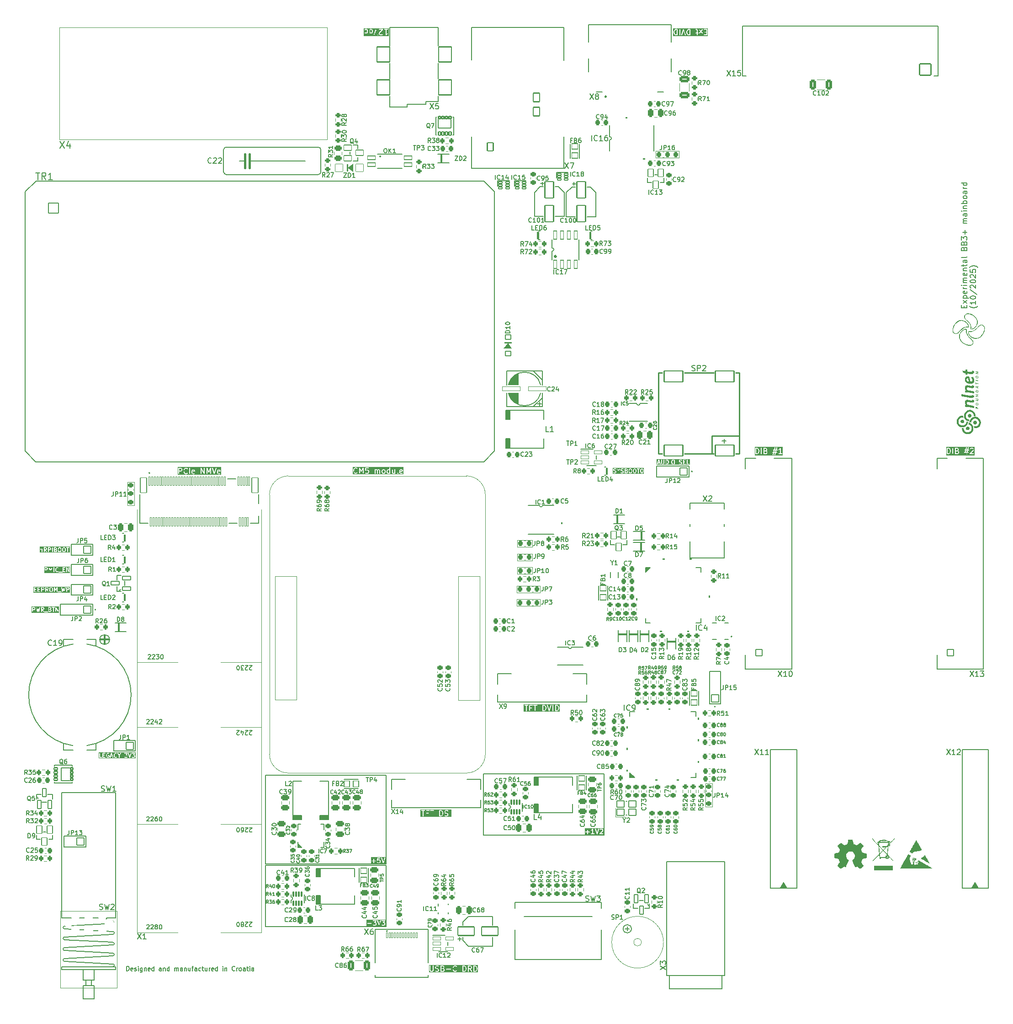
<source format=gto>
%TF.GenerationSoftware,KiCad,Pcbnew,9.0.5-9.0.5~ubuntu24.04.1*%
%TF.CreationDate,2025-10-14T09:58:55+02:00*%
%TF.ProjectId,BB3plus test mainboard,42423370-6c75-4732-9074-657374206d61,r1B1*%
%TF.SameCoordinates,Original*%
%TF.FileFunction,Legend,Top*%
%TF.FilePolarity,Positive*%
%FSLAX46Y46*%
G04 Gerber Fmt 4.6, Leading zero omitted, Abs format (unit mm)*
G04 Created by KiCad (PCBNEW 9.0.5-9.0.5~ubuntu24.04.1) date 2025-10-14 09:58:55*
%MOMM*%
%LPD*%
G01*
G04 APERTURE LIST*
G04 Aperture macros list*
%AMRoundRect*
0 Rectangle with rounded corners*
0 $1 Rounding radius*
0 $2 $3 $4 $5 $6 $7 $8 $9 X,Y pos of 4 corners*
0 Add a 4 corners polygon primitive as box body*
4,1,4,$2,$3,$4,$5,$6,$7,$8,$9,$2,$3,0*
0 Add four circle primitives for the rounded corners*
1,1,$1+$1,$2,$3*
1,1,$1+$1,$4,$5*
1,1,$1+$1,$6,$7*
1,1,$1+$1,$8,$9*
0 Add four rect primitives between the rounded corners*
20,1,$1+$1,$2,$3,$4,$5,0*
20,1,$1+$1,$4,$5,$6,$7,0*
20,1,$1+$1,$6,$7,$8,$9,0*
20,1,$1+$1,$8,$9,$2,$3,0*%
%AMFreePoly0*
4,1,17,0.413137,0.933901,0.933901,0.413137,0.952500,0.368236,0.952500,-0.368236,0.933901,-0.413137,0.413137,-0.933901,0.368236,-0.952500,-0.368236,-0.952500,-0.413137,-0.933901,-0.933901,-0.413137,-0.952500,-0.368236,-0.952500,0.368236,-0.933901,0.413137,-0.413137,0.933901,-0.368236,0.952500,0.368236,0.952500,0.413137,0.933901,0.413137,0.933901,$1*%
%AMFreePoly1*
4,1,17,0.355561,0.794901,0.794901,0.355561,0.813500,0.310660,0.813500,-0.310660,0.794901,-0.355561,0.355561,-0.794901,0.310660,-0.813500,-0.310660,-0.813500,-0.355561,-0.794901,-0.794901,-0.355561,-0.813500,-0.310660,-0.813500,0.310660,-0.794901,0.355561,-0.355561,0.794901,-0.310660,0.813500,0.310660,0.813500,0.355561,0.794901,0.355561,0.794901,$1*%
%AMFreePoly2*
4,1,17,0.360532,0.806901,0.806901,0.360532,0.825500,0.315631,0.825500,-0.315631,0.806901,-0.360532,0.360532,-0.806901,0.315631,-0.825500,-0.315631,-0.825500,-0.360532,-0.806901,-0.806901,-0.360532,-0.825500,-0.315631,-0.825500,0.315631,-0.806901,0.360532,-0.360532,0.806901,-0.315631,0.825500,0.315631,0.825500,0.360532,0.806901,0.360532,0.806901,$1*%
G04 Aperture macros list end*
%ADD10C,0.150000*%
%ADD11C,0.152400*%
%ADD12C,0.127000*%
%ADD13C,0.120000*%
%ADD14C,0.200000*%
%ADD15C,0.100000*%
%ADD16C,0.254000*%
%ADD17C,0.000000*%
%ADD18C,0.025400*%
%ADD19C,0.203200*%
%ADD20C,0.304800*%
%ADD21C,0.311725*%
%ADD22C,0.406400*%
%ADD23C,0.177800*%
%ADD24C,0.254353*%
%ADD25C,0.010000*%
%ADD26RoundRect,0.057252X0.556248X-0.506248X0.556248X0.506248X-0.556248X0.506248X-0.556248X-0.506248X0*%
%ADD27RoundRect,0.250000X0.475000X-0.250000X0.475000X0.250000X-0.475000X0.250000X-0.475000X-0.250000X0*%
%ADD28RoundRect,0.200000X0.200000X0.275000X-0.200000X0.275000X-0.200000X-0.275000X0.200000X-0.275000X0*%
%ADD29RoundRect,0.225000X-0.250000X0.225000X-0.250000X-0.225000X0.250000X-0.225000X0.250000X0.225000X0*%
%ADD30R,2.850000X3.100000*%
%ADD31RoundRect,0.250000X-0.250000X-0.475000X0.250000X-0.475000X0.250000X0.475000X-0.250000X0.475000X0*%
%ADD32RoundRect,0.225000X-0.225000X-0.250000X0.225000X-0.250000X0.225000X0.250000X-0.225000X0.250000X0*%
%ADD33RoundRect,0.200000X0.275000X-0.200000X0.275000X0.200000X-0.275000X0.200000X-0.275000X-0.200000X0*%
%ADD34RoundRect,0.225000X0.225000X0.250000X-0.225000X0.250000X-0.225000X-0.250000X0.225000X-0.250000X0*%
%ADD35RoundRect,0.079022X0.098778X-0.390878X0.098778X0.390878X-0.098778X0.390878X-0.098778X-0.390878X0*%
%ADD36RoundRect,0.200000X-0.200000X-0.275000X0.200000X-0.275000X0.200000X0.275000X-0.200000X0.275000X0*%
%ADD37R,3.100000X2.850000*%
%ADD38R,2.209800X1.701800*%
%ADD39R,0.762000X0.254000*%
%ADD40R,0.254000X0.762000*%
%ADD41RoundRect,0.225000X0.250000X-0.225000X0.250000X0.225000X-0.250000X0.225000X-0.250000X-0.225000X0*%
%ADD42RoundRect,0.057252X-0.506248X-0.556248X0.506248X-0.556248X0.506248X0.556248X-0.506248X0.556248X0*%
%ADD43R,1.400000X1.400000*%
%ADD44C,1.400000*%
%ADD45RoundRect,0.102000X0.679000X0.679000X-0.679000X0.679000X-0.679000X-0.679000X0.679000X-0.679000X0*%
%ADD46C,1.562000*%
%ADD47RoundRect,0.250000X0.325000X0.650000X-0.325000X0.650000X-0.325000X-0.650000X0.325000X-0.650000X0*%
%ADD48C,0.650000*%
%ADD49RoundRect,0.050800X-0.150000X-0.450000X0.150000X-0.450000X0.150000X0.450000X-0.150000X0.450000X0*%
%ADD50C,0.600000*%
%ADD51O,1.004000X1.604000*%
%ADD52R,1.092200X0.762000*%
%ADD53RoundRect,0.102000X0.210000X-0.350000X0.210000X0.350000X-0.210000X0.350000X-0.210000X-0.350000X0*%
%ADD54RoundRect,0.102000X1.185000X-0.850000X1.185000X0.850000X-1.185000X0.850000X-1.185000X-0.850000X0*%
%ADD55RoundRect,0.102000X0.210000X-0.225000X0.210000X0.225000X-0.210000X0.225000X-0.210000X-0.225000X0*%
%ADD56RoundRect,0.102000X1.750000X-1.000000X1.750000X1.000000X-1.750000X1.000000X-1.750000X-1.000000X0*%
%ADD57RoundRect,0.102000X1.500000X0.800000X-1.500000X0.800000X-1.500000X-0.800000X1.500000X-0.800000X0*%
%ADD58RoundRect,0.200000X-0.275000X0.200000X-0.275000X-0.200000X0.275000X-0.200000X0.275000X0.200000X0*%
%ADD59R,0.300000X1.000000*%
%ADD60R,2.000000X1.300000*%
%ADD61R,1.651000X2.895600*%
%ADD62RoundRect,0.250000X0.650000X-0.325000X0.650000X0.325000X-0.650000X0.325000X-0.650000X-0.325000X0*%
%ADD63RoundRect,0.102000X0.679000X-0.679000X0.679000X0.679000X-0.679000X0.679000X-0.679000X-0.679000X0*%
%ADD64C,1.270000*%
%ADD65RoundRect,0.102000X0.550000X0.750000X-0.550000X0.750000X-0.550000X-0.750000X0.550000X-0.750000X0*%
%ADD66O,1.304000X1.704000*%
%ADD67O,1.404000X1.804000*%
%ADD68RoundRect,0.102000X0.600000X0.800000X-0.600000X0.800000X-0.600000X-0.800000X0.600000X-0.800000X0*%
%ADD69C,2.559000*%
%ADD70C,3.530000*%
%ADD71C,5.500000*%
%ADD72RoundRect,0.057252X-0.706248X0.506248X-0.706248X-0.506248X0.706248X-0.506248X0.706248X0.506248X0*%
%ADD73RoundRect,0.250000X0.250000X0.475000X-0.250000X0.475000X-0.250000X-0.475000X0.250000X-0.475000X0*%
%ADD74C,1.500000*%
%ADD75R,0.762000X1.295400*%
%ADD76C,2.350000*%
%ADD77RoundRect,0.102000X-0.604000X0.604000X-0.604000X-0.604000X0.604000X-0.604000X0.604000X0.604000X0*%
%ADD78C,1.412000*%
%ADD79FreePoly0,0.000000*%
%ADD80C,1.905000*%
%ADD81C,3.500000*%
%ADD82O,2.400000X4.500000*%
%ADD83C,1.927000*%
%ADD84C,1.627000*%
%ADD85C,3.089000*%
%ADD86RoundRect,0.100000X-0.500000X0.400000X-0.500000X-0.400000X0.500000X-0.400000X0.500000X0.400000X0*%
%ADD87C,1.150000*%
%ADD88C,1.650000*%
%ADD89RoundRect,0.050800X-0.150000X-0.775000X0.150000X-0.775000X0.150000X0.775000X-0.150000X0.775000X0*%
%ADD90C,6.200000*%
%ADD91RoundRect,0.050800X-0.600000X-1.375000X0.600000X-1.375000X0.600000X1.375000X-0.600000X1.375000X0*%
%ADD92C,1.604000*%
%ADD93C,1.704000*%
%ADD94R,1.168400X0.304800*%
%ADD95RoundRect,0.072248X-0.318252X-0.141652X0.318252X-0.141652X0.318252X0.141652X-0.318252X0.141652X0*%
%ADD96R,2.200000X2.200000*%
%ADD97C,2.200000*%
%ADD98R,1.800000X1.000000*%
%ADD99RoundRect,0.071582X0.322118X-0.753918X0.322118X0.753918X-0.322118X0.753918X-0.322118X-0.753918X0*%
%ADD100C,1.700000*%
%ADD101C,1.800000*%
%ADD102RoundRect,0.102000X-1.200000X1.400000X-1.200000X-1.400000X1.200000X-1.400000X1.200000X1.400000X0*%
%ADD103RoundRect,0.055408X-0.708092X-0.708092X0.708092X-0.708092X0.708092X0.708092X-0.708092X0.708092X0*%
%ADD104R,0.203200X0.914400*%
%ADD105R,0.914400X0.203200*%
%ADD106R,8.102600X8.102600*%
%ADD107R,0.762000X1.092200*%
%ADD108RoundRect,0.102000X0.700000X-0.600000X0.700000X0.600000X-0.700000X0.600000X-0.700000X-0.600000X0*%
%ADD109RoundRect,0.061553X0.301947X-0.776947X0.301947X0.776947X-0.301947X0.776947X-0.301947X-0.776947X0*%
%ADD110RoundRect,0.054180X-0.747820X-0.332820X0.747820X-0.332820X0.747820X0.332820X-0.747820X0.332820X0*%
%ADD111FreePoly1,90.000000*%
%ADD112RoundRect,0.102000X0.800000X-1.500000X0.800000X1.500000X-0.800000X1.500000X-0.800000X-1.500000X0*%
%ADD113C,2.387600*%
%ADD114C,0.990600*%
%ADD115RoundRect,0.457200X-0.000010X0.000010X-0.000010X-0.000010X0.000010X-0.000010X0.000010X0.000010X0*%
%ADD116RoundRect,0.250000X-0.450000X0.262500X-0.450000X-0.262500X0.450000X-0.262500X0.450000X0.262500X0*%
%ADD117RoundRect,0.057252X0.506248X0.706248X-0.506248X0.706248X-0.506248X-0.706248X0.506248X-0.706248X0*%
%ADD118FreePoly2,0.000000*%
%ADD119RoundRect,0.062345X-0.737755X-0.280555X0.737755X-0.280555X0.737755X0.280555X-0.737755X0.280555X0*%
%ADD120C,6.100000*%
%ADD121R,0.700000X0.200000*%
%ADD122R,0.700001X0.200000*%
%ADD123R,0.200000X0.499999*%
%ADD124RoundRect,0.102000X-0.940500X-0.940500X0.940500X-0.940500X0.940500X0.940500X-0.940500X0.940500X0*%
%ADD125C,2.085000*%
%ADD126C,3.474000*%
%ADD127RoundRect,0.059267X1.629833X0.385233X-1.629833X0.385233X-1.629833X-0.385233X1.629833X-0.385233X0*%
%ADD128R,1.117600X0.381000*%
%ADD129R,1.570000X1.890000*%
%ADD130RoundRect,0.071582X0.753918X0.322118X-0.753918X0.322118X-0.753918X-0.322118X0.753918X-0.322118X0*%
%ADD131RoundRect,0.071582X-0.322118X0.753918X-0.322118X-0.753918X0.322118X-0.753918X0.322118X0.753918X0*%
%ADD132RoundRect,0.102000X-0.350000X-0.210000X0.350000X-0.210000X0.350000X0.210000X-0.350000X0.210000X0*%
%ADD133RoundRect,0.102000X-0.850000X-1.185000X0.850000X-1.185000X0.850000X1.185000X-0.850000X1.185000X0*%
%ADD134RoundRect,0.102000X-0.225000X-0.210000X0.225000X-0.210000X0.225000X0.210000X-0.225000X0.210000X0*%
%ADD135RoundRect,0.102000X1.050000X1.050000X-1.050000X1.050000X-1.050000X-1.050000X1.050000X-1.050000X0*%
%ADD136C,2.304000*%
%ADD137RoundRect,0.057252X-0.556248X0.506248X-0.556248X-0.506248X0.556248X-0.506248X0.556248X0.506248X0*%
%ADD138R,0.304800X1.168400*%
%ADD139C,2.800000*%
%ADD140R,1.193800X0.304800*%
%ADD141R,0.304800X1.193800*%
%ADD142O,1.652400X3.452400*%
%ADD143O,1.652400X2.452400*%
G04 APERTURE END LIST*
D10*
X338740000Y-157853614D02*
X361110000Y-157853614D01*
X361110000Y-169183614D01*
X338740000Y-169183614D01*
X338740000Y-157853614D01*
X379130000Y-140900000D02*
X401500000Y-140900000D01*
X401500000Y-152230000D01*
X379130000Y-152230000D01*
X379130000Y-140900000D01*
X338745000Y-141190000D02*
X361115000Y-141190000D01*
X361115000Y-157610000D01*
X338745000Y-157610000D01*
X338745000Y-141190000D01*
D11*
G36*
X361035381Y-169118257D02*
G01*
X357511888Y-169118257D01*
X357511888Y-168589746D01*
X357610666Y-168589746D01*
X357610666Y-168619478D01*
X357622044Y-168646946D01*
X357643068Y-168667970D01*
X357670536Y-168679348D01*
X357685402Y-168680812D01*
X357947869Y-168680812D01*
X357947869Y-168943279D01*
X357949333Y-168958145D01*
X357960711Y-168985613D01*
X357981735Y-169006637D01*
X358009203Y-169018015D01*
X358038935Y-169018015D01*
X358066403Y-169006637D01*
X358087427Y-168985613D01*
X358098805Y-168958145D01*
X358100269Y-168943279D01*
X358100269Y-168680812D01*
X358362736Y-168680812D01*
X358377602Y-168679348D01*
X358405070Y-168667970D01*
X358426094Y-168646946D01*
X358437472Y-168619478D01*
X358437472Y-168589746D01*
X358426094Y-168562278D01*
X358405070Y-168541254D01*
X358377602Y-168529876D01*
X358362736Y-168528412D01*
X358100269Y-168528412D01*
X358100269Y-168265946D01*
X358098805Y-168251080D01*
X358087427Y-168223612D01*
X358066403Y-168202588D01*
X358038935Y-168191210D01*
X358009203Y-168191210D01*
X357981735Y-168202588D01*
X357960711Y-168223612D01*
X357949333Y-168251080D01*
X357947869Y-168265946D01*
X357947869Y-168528412D01*
X357685402Y-168528412D01*
X357670536Y-168529876D01*
X357643068Y-168541254D01*
X357622044Y-168562278D01*
X357610666Y-168589746D01*
X357511888Y-168589746D01*
X357511888Y-168039413D01*
X358626667Y-168039413D01*
X358626667Y-168069145D01*
X358638045Y-168096613D01*
X358659069Y-168117637D01*
X358686537Y-168129015D01*
X358701403Y-168130479D01*
X359083809Y-168130479D01*
X358898057Y-168342768D01*
X358893462Y-168349194D01*
X358892045Y-168350612D01*
X358891488Y-168351955D01*
X358889369Y-168354920D01*
X358885403Y-168366645D01*
X358880667Y-168378080D01*
X358880667Y-168380650D01*
X358879844Y-168383084D01*
X358880667Y-168395427D01*
X358880667Y-168407812D01*
X358881651Y-168410187D01*
X358881822Y-168412751D01*
X358887308Y-168423846D01*
X358892045Y-168435280D01*
X358893861Y-168437096D01*
X358895001Y-168439401D01*
X358904321Y-168447556D01*
X358913069Y-168456304D01*
X358915442Y-168457287D01*
X358917377Y-168458980D01*
X358929102Y-168462945D01*
X358940537Y-168467682D01*
X358944163Y-168468039D01*
X358945541Y-168468505D01*
X358947540Y-168468371D01*
X358955403Y-168469146D01*
X359064415Y-168469146D01*
X359121931Y-168497904D01*
X359146777Y-168522749D01*
X359175536Y-168580267D01*
X359175536Y-168755957D01*
X359146778Y-168813473D01*
X359121929Y-168838321D01*
X359064415Y-168867079D01*
X358846392Y-168867079D01*
X358788873Y-168838320D01*
X358755285Y-168804731D01*
X358743738Y-168795254D01*
X358716270Y-168783877D01*
X358686538Y-168783876D01*
X358659069Y-168795253D01*
X358638045Y-168816277D01*
X358626668Y-168843745D01*
X358626667Y-168873477D01*
X358638044Y-168900946D01*
X358647521Y-168912493D01*
X358689854Y-168954827D01*
X358695698Y-168959623D01*
X358697017Y-168961144D01*
X358699307Y-168962586D01*
X358701401Y-168964304D01*
X358703260Y-168965074D01*
X358709659Y-168969102D01*
X358794325Y-169011434D01*
X358808277Y-169016773D01*
X358811006Y-169016966D01*
X358813537Y-169018015D01*
X358828403Y-169019479D01*
X359082403Y-169019479D01*
X359097269Y-169018015D01*
X359099799Y-169016966D01*
X359102529Y-169016773D01*
X359116481Y-169011434D01*
X359201146Y-168969102D01*
X359207546Y-168965073D01*
X359209403Y-168964304D01*
X359211494Y-168962587D01*
X359213788Y-168961144D01*
X359215106Y-168959624D01*
X359220951Y-168954828D01*
X359263284Y-168912494D01*
X359268078Y-168906652D01*
X359269601Y-168905332D01*
X359271044Y-168903037D01*
X359272761Y-168900947D01*
X359273530Y-168899088D01*
X359277558Y-168892690D01*
X359319891Y-168808024D01*
X359325230Y-168794073D01*
X359325424Y-168791341D01*
X359326472Y-168788812D01*
X359327936Y-168773946D01*
X359327936Y-168562279D01*
X359326472Y-168547413D01*
X359325423Y-168544882D01*
X359325230Y-168542153D01*
X359319891Y-168528201D01*
X359277559Y-168443535D01*
X359273531Y-168437136D01*
X359272761Y-168435277D01*
X359271043Y-168433183D01*
X359269601Y-168430893D01*
X359268080Y-168429574D01*
X359263284Y-168423730D01*
X359220950Y-168381397D01*
X359215105Y-168376600D01*
X359213788Y-168375081D01*
X359211498Y-168373639D01*
X359209403Y-168371920D01*
X359207542Y-168371149D01*
X359201146Y-168367123D01*
X359116481Y-168324791D01*
X359116338Y-168324736D01*
X359309083Y-168104457D01*
X359313678Y-168098028D01*
X359315094Y-168096613D01*
X359315650Y-168095270D01*
X359317770Y-168092305D01*
X359321735Y-168080579D01*
X359326472Y-168069145D01*
X359326472Y-168066574D01*
X359327295Y-168064141D01*
X359327273Y-168063810D01*
X359430134Y-168063810D01*
X359433446Y-168078376D01*
X359729780Y-168967375D01*
X359735870Y-168981015D01*
X359739438Y-168985129D01*
X359741873Y-168989999D01*
X359749091Y-168996259D01*
X359755350Y-169003476D01*
X359760217Y-169005909D01*
X359764333Y-169009479D01*
X359773405Y-169012503D01*
X359781944Y-169016772D01*
X359787369Y-169017157D01*
X359792540Y-169018881D01*
X359802077Y-169018203D01*
X359811600Y-169018880D01*
X359816762Y-169017159D01*
X359822196Y-169016773D01*
X359830744Y-169012498D01*
X359839807Y-169009478D01*
X359843919Y-169005911D01*
X359848790Y-169003476D01*
X359855053Y-168996254D01*
X359862267Y-168989998D01*
X359864699Y-168985132D01*
X359868270Y-168981016D01*
X359874360Y-168967376D01*
X360170693Y-168078376D01*
X360174005Y-168063810D01*
X360172271Y-168039413D01*
X360235334Y-168039413D01*
X360235334Y-168069145D01*
X360246712Y-168096613D01*
X360267736Y-168117637D01*
X360295204Y-168129015D01*
X360310070Y-168130479D01*
X360692476Y-168130479D01*
X360506724Y-168342768D01*
X360502129Y-168349194D01*
X360500712Y-168350612D01*
X360500155Y-168351955D01*
X360498036Y-168354920D01*
X360494070Y-168366645D01*
X360489334Y-168378080D01*
X360489334Y-168380650D01*
X360488511Y-168383084D01*
X360489334Y-168395427D01*
X360489334Y-168407812D01*
X360490318Y-168410187D01*
X360490489Y-168412751D01*
X360495975Y-168423846D01*
X360500712Y-168435280D01*
X360502528Y-168437096D01*
X360503668Y-168439401D01*
X360512988Y-168447556D01*
X360521736Y-168456304D01*
X360524109Y-168457287D01*
X360526044Y-168458980D01*
X360537769Y-168462945D01*
X360549204Y-168467682D01*
X360552830Y-168468039D01*
X360554208Y-168468505D01*
X360556207Y-168468371D01*
X360564070Y-168469146D01*
X360673082Y-168469146D01*
X360730598Y-168497904D01*
X360755444Y-168522749D01*
X360784203Y-168580267D01*
X360784203Y-168755957D01*
X360755445Y-168813473D01*
X360730596Y-168838321D01*
X360673082Y-168867079D01*
X360455059Y-168867079D01*
X360397540Y-168838320D01*
X360363952Y-168804731D01*
X360352405Y-168795254D01*
X360324937Y-168783877D01*
X360295205Y-168783876D01*
X360267736Y-168795253D01*
X360246712Y-168816277D01*
X360235335Y-168843745D01*
X360235334Y-168873477D01*
X360246711Y-168900946D01*
X360256188Y-168912493D01*
X360298521Y-168954827D01*
X360304365Y-168959623D01*
X360305684Y-168961144D01*
X360307974Y-168962586D01*
X360310068Y-168964304D01*
X360311927Y-168965074D01*
X360318326Y-168969102D01*
X360402992Y-169011434D01*
X360416944Y-169016773D01*
X360419673Y-169016966D01*
X360422204Y-169018015D01*
X360437070Y-169019479D01*
X360691070Y-169019479D01*
X360705936Y-169018015D01*
X360708466Y-169016966D01*
X360711196Y-169016773D01*
X360725148Y-169011434D01*
X360809813Y-168969102D01*
X360816213Y-168965073D01*
X360818070Y-168964304D01*
X360820161Y-168962587D01*
X360822455Y-168961144D01*
X360823773Y-168959624D01*
X360829618Y-168954828D01*
X360871951Y-168912494D01*
X360876745Y-168906652D01*
X360878268Y-168905332D01*
X360879711Y-168903037D01*
X360881428Y-168900947D01*
X360882197Y-168899088D01*
X360886225Y-168892690D01*
X360928558Y-168808024D01*
X360933897Y-168794073D01*
X360934091Y-168791341D01*
X360935139Y-168788812D01*
X360936603Y-168773946D01*
X360936603Y-168562279D01*
X360935139Y-168547413D01*
X360934090Y-168544882D01*
X360933897Y-168542153D01*
X360928558Y-168528201D01*
X360886226Y-168443535D01*
X360882198Y-168437136D01*
X360881428Y-168435277D01*
X360879710Y-168433183D01*
X360878268Y-168430893D01*
X360876747Y-168429574D01*
X360871951Y-168423730D01*
X360829617Y-168381397D01*
X360823772Y-168376600D01*
X360822455Y-168375081D01*
X360820165Y-168373639D01*
X360818070Y-168371920D01*
X360816209Y-168371149D01*
X360809813Y-168367123D01*
X360725148Y-168324791D01*
X360725005Y-168324736D01*
X360917750Y-168104457D01*
X360922345Y-168098028D01*
X360923761Y-168096613D01*
X360924317Y-168095270D01*
X360926437Y-168092305D01*
X360930402Y-168080579D01*
X360935139Y-168069145D01*
X360935139Y-168066574D01*
X360935962Y-168064141D01*
X360935139Y-168051797D01*
X360935139Y-168039413D01*
X360934154Y-168037037D01*
X360933984Y-168034474D01*
X360928496Y-168023376D01*
X360923761Y-168011945D01*
X360921945Y-168010129D01*
X360920805Y-168007823D01*
X360911480Y-167999664D01*
X360902737Y-167990921D01*
X360900363Y-167989938D01*
X360898429Y-167988245D01*
X360886703Y-167984279D01*
X360875269Y-167979543D01*
X360871642Y-167979185D01*
X360870265Y-167978720D01*
X360868265Y-167978853D01*
X360860403Y-167978079D01*
X360310070Y-167978079D01*
X360295204Y-167979543D01*
X360267736Y-167990921D01*
X360246712Y-168011945D01*
X360235334Y-168039413D01*
X360172271Y-168039413D01*
X360171897Y-168034153D01*
X360158600Y-168007560D01*
X360136140Y-167988079D01*
X360107933Y-167978677D01*
X360078277Y-167980785D01*
X360051683Y-167994082D01*
X360032203Y-168016542D01*
X360026113Y-168030183D01*
X359802069Y-168702313D01*
X359578026Y-168030182D01*
X359571936Y-168016542D01*
X359552455Y-167994082D01*
X359525862Y-167980785D01*
X359496205Y-167978677D01*
X359467999Y-167988079D01*
X359445539Y-168007560D01*
X359432242Y-168034153D01*
X359430134Y-168063810D01*
X359327273Y-168063810D01*
X359326472Y-168051797D01*
X359326472Y-168039413D01*
X359325487Y-168037037D01*
X359325317Y-168034474D01*
X359319829Y-168023376D01*
X359315094Y-168011945D01*
X359313278Y-168010129D01*
X359312138Y-168007823D01*
X359302813Y-167999664D01*
X359294070Y-167990921D01*
X359291696Y-167989938D01*
X359289762Y-167988245D01*
X359278036Y-167984279D01*
X359266602Y-167979543D01*
X359262975Y-167979185D01*
X359261598Y-167978720D01*
X359259598Y-167978853D01*
X359251736Y-167978079D01*
X358701403Y-167978079D01*
X358686537Y-167979543D01*
X358659069Y-167990921D01*
X358638045Y-168011945D01*
X358626667Y-168039413D01*
X357511888Y-168039413D01*
X357511888Y-167879301D01*
X361035381Y-167879301D01*
X361035381Y-169118257D01*
G37*
G36*
X361049450Y-157538257D02*
G01*
X358288555Y-157538257D01*
X358288555Y-157009746D01*
X358387333Y-157009746D01*
X358387333Y-157039478D01*
X358398711Y-157066946D01*
X358419735Y-157087970D01*
X358447203Y-157099348D01*
X358462069Y-157100812D01*
X358724536Y-157100812D01*
X358724536Y-157363279D01*
X358726000Y-157378145D01*
X358737378Y-157405613D01*
X358758402Y-157426637D01*
X358785870Y-157438015D01*
X358815602Y-157438015D01*
X358843070Y-157426637D01*
X358864094Y-157405613D01*
X358875472Y-157378145D01*
X358876936Y-157363279D01*
X358876936Y-157100812D01*
X359139403Y-157100812D01*
X359154269Y-157099348D01*
X359181737Y-157087970D01*
X359202761Y-157066946D01*
X359214139Y-157039478D01*
X359214139Y-157009746D01*
X359202761Y-156982278D01*
X359181737Y-156961254D01*
X359154269Y-156949876D01*
X359139403Y-156948412D01*
X358876936Y-156948412D01*
X358876936Y-156904968D01*
X359444559Y-156904968D01*
X359445667Y-156908640D01*
X359445667Y-156912478D01*
X359449929Y-156922769D01*
X359453147Y-156933432D01*
X359455576Y-156936401D01*
X359457045Y-156939946D01*
X359464921Y-156947822D01*
X359471975Y-156956443D01*
X359475355Y-156958256D01*
X359478069Y-156960970D01*
X359488357Y-156965231D01*
X359498174Y-156970498D01*
X359501992Y-156970879D01*
X359505537Y-156972348D01*
X359516677Y-156972348D01*
X359527759Y-156973456D01*
X359531431Y-156972348D01*
X359535269Y-156972348D01*
X359545560Y-156968085D01*
X359556223Y-156964868D01*
X359559192Y-156962438D01*
X359562737Y-156960970D01*
X359574285Y-156951494D01*
X359607873Y-156917904D01*
X359665392Y-156889146D01*
X359841082Y-156889146D01*
X359898598Y-156917904D01*
X359923444Y-156942749D01*
X359952203Y-157000267D01*
X359952203Y-157175957D01*
X359923445Y-157233473D01*
X359898596Y-157258321D01*
X359841082Y-157287079D01*
X359665392Y-157287079D01*
X359607873Y-157258320D01*
X359574285Y-157224731D01*
X359562738Y-157215254D01*
X359535270Y-157203877D01*
X359505538Y-157203876D01*
X359478069Y-157215253D01*
X359457045Y-157236277D01*
X359445668Y-157263745D01*
X359445667Y-157293477D01*
X359457044Y-157320946D01*
X359466521Y-157332493D01*
X359508854Y-157374827D01*
X359514698Y-157379623D01*
X359516017Y-157381144D01*
X359518307Y-157382586D01*
X359520401Y-157384304D01*
X359522260Y-157385074D01*
X359528659Y-157389102D01*
X359613325Y-157431434D01*
X359627277Y-157436773D01*
X359630006Y-157436966D01*
X359632537Y-157438015D01*
X359647403Y-157439479D01*
X359859070Y-157439479D01*
X359873936Y-157438015D01*
X359876466Y-157436966D01*
X359879196Y-157436773D01*
X359893148Y-157431434D01*
X359977813Y-157389102D01*
X359984213Y-157385073D01*
X359986070Y-157384304D01*
X359988161Y-157382587D01*
X359990455Y-157381144D01*
X359991773Y-157379624D01*
X359997618Y-157374828D01*
X360039951Y-157332494D01*
X360044745Y-157326652D01*
X360046268Y-157325332D01*
X360047711Y-157323037D01*
X360049428Y-157320947D01*
X360050197Y-157319088D01*
X360054225Y-157312690D01*
X360096558Y-157228024D01*
X360101897Y-157214073D01*
X360102091Y-157211341D01*
X360103139Y-157208812D01*
X360104603Y-157193946D01*
X360104603Y-156982279D01*
X360103139Y-156967413D01*
X360102090Y-156964882D01*
X360101897Y-156962153D01*
X360096558Y-156948201D01*
X360054226Y-156863535D01*
X360050198Y-156857136D01*
X360049428Y-156855277D01*
X360047710Y-156853183D01*
X360046268Y-156850893D01*
X360044747Y-156849574D01*
X360039951Y-156843730D01*
X359997617Y-156801397D01*
X359991772Y-156796600D01*
X359990455Y-156795081D01*
X359988165Y-156793639D01*
X359986070Y-156791920D01*
X359984209Y-156791149D01*
X359977813Y-156787123D01*
X359893148Y-156744791D01*
X359879196Y-156739452D01*
X359876466Y-156739258D01*
X359873936Y-156738210D01*
X359859070Y-156736746D01*
X359647403Y-156736746D01*
X359632537Y-156738210D01*
X359630006Y-156739258D01*
X359627277Y-156739452D01*
X359613325Y-156744791D01*
X359612209Y-156745348D01*
X359631696Y-156550479D01*
X359986070Y-156550479D01*
X360000936Y-156549015D01*
X360028404Y-156537637D01*
X360049428Y-156516613D01*
X360060806Y-156489145D01*
X360060806Y-156483810D01*
X360206801Y-156483810D01*
X360210113Y-156498376D01*
X360506447Y-157387375D01*
X360512537Y-157401015D01*
X360516105Y-157405129D01*
X360518540Y-157409999D01*
X360525758Y-157416259D01*
X360532017Y-157423476D01*
X360536884Y-157425909D01*
X360541000Y-157429479D01*
X360550072Y-157432503D01*
X360558611Y-157436772D01*
X360564036Y-157437157D01*
X360569207Y-157438881D01*
X360578744Y-157438203D01*
X360588267Y-157438880D01*
X360593429Y-157437159D01*
X360598863Y-157436773D01*
X360607411Y-157432498D01*
X360616474Y-157429478D01*
X360620586Y-157425911D01*
X360625457Y-157423476D01*
X360631720Y-157416254D01*
X360638934Y-157409998D01*
X360641366Y-157405132D01*
X360644937Y-157401016D01*
X360651027Y-157387376D01*
X360947360Y-156498376D01*
X360950672Y-156483810D01*
X360948564Y-156454153D01*
X360935267Y-156427560D01*
X360912807Y-156408079D01*
X360884600Y-156398677D01*
X360854944Y-156400785D01*
X360828350Y-156414082D01*
X360808870Y-156436542D01*
X360802780Y-156450183D01*
X360578736Y-157122313D01*
X360354693Y-156450182D01*
X360348603Y-156436542D01*
X360329122Y-156414082D01*
X360302529Y-156400785D01*
X360272872Y-156398677D01*
X360244666Y-156408079D01*
X360222206Y-156427560D01*
X360208909Y-156454153D01*
X360206801Y-156483810D01*
X360060806Y-156483810D01*
X360060806Y-156459413D01*
X360049428Y-156431945D01*
X360028404Y-156410921D01*
X360000936Y-156399543D01*
X359986070Y-156398079D01*
X359562736Y-156398079D01*
X359557236Y-156398620D01*
X359555380Y-156398435D01*
X359553567Y-156398981D01*
X359547870Y-156399543D01*
X359537578Y-156403805D01*
X359526916Y-156407023D01*
X359523946Y-156409452D01*
X359520402Y-156410921D01*
X359512525Y-156418797D01*
X359503905Y-156425851D01*
X359502091Y-156429231D01*
X359499378Y-156431945D01*
X359495114Y-156442236D01*
X359489850Y-156452051D01*
X359488725Y-156457662D01*
X359488000Y-156459413D01*
X359488000Y-156461279D01*
X359486914Y-156466697D01*
X359444581Y-156890030D01*
X359444559Y-156904968D01*
X358876936Y-156904968D01*
X358876936Y-156685946D01*
X358875472Y-156671080D01*
X358864094Y-156643612D01*
X358843070Y-156622588D01*
X358815602Y-156611210D01*
X358785870Y-156611210D01*
X358758402Y-156622588D01*
X358737378Y-156643612D01*
X358726000Y-156671080D01*
X358724536Y-156685946D01*
X358724536Y-156948412D01*
X358462069Y-156948412D01*
X358447203Y-156949876D01*
X358419735Y-156961254D01*
X358398711Y-156982278D01*
X358387333Y-157009746D01*
X358288555Y-157009746D01*
X358288555Y-156299301D01*
X361049450Y-156299301D01*
X361049450Y-157538257D01*
G37*
X468199072Y-54597832D02*
X468199072Y-54259165D01*
X468731262Y-54114022D02*
X468731262Y-54597832D01*
X468731262Y-54597832D02*
X467715262Y-54597832D01*
X467715262Y-54597832D02*
X467715262Y-54114022D01*
X468731262Y-53775356D02*
X468053929Y-53243165D01*
X468053929Y-53775356D02*
X468731262Y-53243165D01*
X468053929Y-52856118D02*
X469069929Y-52856118D01*
X468102310Y-52856118D02*
X468053929Y-52759356D01*
X468053929Y-52759356D02*
X468053929Y-52565832D01*
X468053929Y-52565832D02*
X468102310Y-52469070D01*
X468102310Y-52469070D02*
X468150691Y-52420689D01*
X468150691Y-52420689D02*
X468247453Y-52372308D01*
X468247453Y-52372308D02*
X468537739Y-52372308D01*
X468537739Y-52372308D02*
X468634501Y-52420689D01*
X468634501Y-52420689D02*
X468682882Y-52469070D01*
X468682882Y-52469070D02*
X468731262Y-52565832D01*
X468731262Y-52565832D02*
X468731262Y-52759356D01*
X468731262Y-52759356D02*
X468682882Y-52856118D01*
X468682882Y-51549832D02*
X468731262Y-51646594D01*
X468731262Y-51646594D02*
X468731262Y-51840118D01*
X468731262Y-51840118D02*
X468682882Y-51936880D01*
X468682882Y-51936880D02*
X468586120Y-51985261D01*
X468586120Y-51985261D02*
X468199072Y-51985261D01*
X468199072Y-51985261D02*
X468102310Y-51936880D01*
X468102310Y-51936880D02*
X468053929Y-51840118D01*
X468053929Y-51840118D02*
X468053929Y-51646594D01*
X468053929Y-51646594D02*
X468102310Y-51549832D01*
X468102310Y-51549832D02*
X468199072Y-51501451D01*
X468199072Y-51501451D02*
X468295834Y-51501451D01*
X468295834Y-51501451D02*
X468392596Y-51985261D01*
X468731262Y-51066023D02*
X468053929Y-51066023D01*
X468247453Y-51066023D02*
X468150691Y-51017642D01*
X468150691Y-51017642D02*
X468102310Y-50969261D01*
X468102310Y-50969261D02*
X468053929Y-50872499D01*
X468053929Y-50872499D02*
X468053929Y-50775737D01*
X468731262Y-50437071D02*
X468053929Y-50437071D01*
X467715262Y-50437071D02*
X467763643Y-50485452D01*
X467763643Y-50485452D02*
X467812024Y-50437071D01*
X467812024Y-50437071D02*
X467763643Y-50388690D01*
X467763643Y-50388690D02*
X467715262Y-50437071D01*
X467715262Y-50437071D02*
X467812024Y-50437071D01*
X468731262Y-49953261D02*
X468053929Y-49953261D01*
X468150691Y-49953261D02*
X468102310Y-49904880D01*
X468102310Y-49904880D02*
X468053929Y-49808118D01*
X468053929Y-49808118D02*
X468053929Y-49662975D01*
X468053929Y-49662975D02*
X468102310Y-49566213D01*
X468102310Y-49566213D02*
X468199072Y-49517832D01*
X468199072Y-49517832D02*
X468731262Y-49517832D01*
X468199072Y-49517832D02*
X468102310Y-49469451D01*
X468102310Y-49469451D02*
X468053929Y-49372689D01*
X468053929Y-49372689D02*
X468053929Y-49227546D01*
X468053929Y-49227546D02*
X468102310Y-49130785D01*
X468102310Y-49130785D02*
X468199072Y-49082404D01*
X468199072Y-49082404D02*
X468731262Y-49082404D01*
X468682882Y-48211546D02*
X468731262Y-48308308D01*
X468731262Y-48308308D02*
X468731262Y-48501832D01*
X468731262Y-48501832D02*
X468682882Y-48598594D01*
X468682882Y-48598594D02*
X468586120Y-48646975D01*
X468586120Y-48646975D02*
X468199072Y-48646975D01*
X468199072Y-48646975D02*
X468102310Y-48598594D01*
X468102310Y-48598594D02*
X468053929Y-48501832D01*
X468053929Y-48501832D02*
X468053929Y-48308308D01*
X468053929Y-48308308D02*
X468102310Y-48211546D01*
X468102310Y-48211546D02*
X468199072Y-48163165D01*
X468199072Y-48163165D02*
X468295834Y-48163165D01*
X468295834Y-48163165D02*
X468392596Y-48646975D01*
X468053929Y-47727737D02*
X468731262Y-47727737D01*
X468150691Y-47727737D02*
X468102310Y-47679356D01*
X468102310Y-47679356D02*
X468053929Y-47582594D01*
X468053929Y-47582594D02*
X468053929Y-47437451D01*
X468053929Y-47437451D02*
X468102310Y-47340689D01*
X468102310Y-47340689D02*
X468199072Y-47292308D01*
X468199072Y-47292308D02*
X468731262Y-47292308D01*
X468053929Y-46953642D02*
X468053929Y-46566594D01*
X467715262Y-46808499D02*
X468586120Y-46808499D01*
X468586120Y-46808499D02*
X468682882Y-46760118D01*
X468682882Y-46760118D02*
X468731262Y-46663356D01*
X468731262Y-46663356D02*
X468731262Y-46566594D01*
X468731262Y-45792499D02*
X468199072Y-45792499D01*
X468199072Y-45792499D02*
X468102310Y-45840880D01*
X468102310Y-45840880D02*
X468053929Y-45937642D01*
X468053929Y-45937642D02*
X468053929Y-46131166D01*
X468053929Y-46131166D02*
X468102310Y-46227928D01*
X468682882Y-45792499D02*
X468731262Y-45889261D01*
X468731262Y-45889261D02*
X468731262Y-46131166D01*
X468731262Y-46131166D02*
X468682882Y-46227928D01*
X468682882Y-46227928D02*
X468586120Y-46276309D01*
X468586120Y-46276309D02*
X468489358Y-46276309D01*
X468489358Y-46276309D02*
X468392596Y-46227928D01*
X468392596Y-46227928D02*
X468344215Y-46131166D01*
X468344215Y-46131166D02*
X468344215Y-45889261D01*
X468344215Y-45889261D02*
X468295834Y-45792499D01*
X468731262Y-45163547D02*
X468682882Y-45260309D01*
X468682882Y-45260309D02*
X468586120Y-45308690D01*
X468586120Y-45308690D02*
X467715262Y-45308690D01*
X468199072Y-43663738D02*
X468247453Y-43518595D01*
X468247453Y-43518595D02*
X468295834Y-43470214D01*
X468295834Y-43470214D02*
X468392596Y-43421833D01*
X468392596Y-43421833D02*
X468537739Y-43421833D01*
X468537739Y-43421833D02*
X468634501Y-43470214D01*
X468634501Y-43470214D02*
X468682882Y-43518595D01*
X468682882Y-43518595D02*
X468731262Y-43615357D01*
X468731262Y-43615357D02*
X468731262Y-44002405D01*
X468731262Y-44002405D02*
X467715262Y-44002405D01*
X467715262Y-44002405D02*
X467715262Y-43663738D01*
X467715262Y-43663738D02*
X467763643Y-43566976D01*
X467763643Y-43566976D02*
X467812024Y-43518595D01*
X467812024Y-43518595D02*
X467908786Y-43470214D01*
X467908786Y-43470214D02*
X468005548Y-43470214D01*
X468005548Y-43470214D02*
X468102310Y-43518595D01*
X468102310Y-43518595D02*
X468150691Y-43566976D01*
X468150691Y-43566976D02*
X468199072Y-43663738D01*
X468199072Y-43663738D02*
X468199072Y-44002405D01*
X468199072Y-42647738D02*
X468247453Y-42502595D01*
X468247453Y-42502595D02*
X468295834Y-42454214D01*
X468295834Y-42454214D02*
X468392596Y-42405833D01*
X468392596Y-42405833D02*
X468537739Y-42405833D01*
X468537739Y-42405833D02*
X468634501Y-42454214D01*
X468634501Y-42454214D02*
X468682882Y-42502595D01*
X468682882Y-42502595D02*
X468731262Y-42599357D01*
X468731262Y-42599357D02*
X468731262Y-42986405D01*
X468731262Y-42986405D02*
X467715262Y-42986405D01*
X467715262Y-42986405D02*
X467715262Y-42647738D01*
X467715262Y-42647738D02*
X467763643Y-42550976D01*
X467763643Y-42550976D02*
X467812024Y-42502595D01*
X467812024Y-42502595D02*
X467908786Y-42454214D01*
X467908786Y-42454214D02*
X468005548Y-42454214D01*
X468005548Y-42454214D02*
X468102310Y-42502595D01*
X468102310Y-42502595D02*
X468150691Y-42550976D01*
X468150691Y-42550976D02*
X468199072Y-42647738D01*
X468199072Y-42647738D02*
X468199072Y-42986405D01*
X467715262Y-42067167D02*
X467715262Y-41438214D01*
X467715262Y-41438214D02*
X468102310Y-41776881D01*
X468102310Y-41776881D02*
X468102310Y-41631738D01*
X468102310Y-41631738D02*
X468150691Y-41534976D01*
X468150691Y-41534976D02*
X468199072Y-41486595D01*
X468199072Y-41486595D02*
X468295834Y-41438214D01*
X468295834Y-41438214D02*
X468537739Y-41438214D01*
X468537739Y-41438214D02*
X468634501Y-41486595D01*
X468634501Y-41486595D02*
X468682882Y-41534976D01*
X468682882Y-41534976D02*
X468731262Y-41631738D01*
X468731262Y-41631738D02*
X468731262Y-41922024D01*
X468731262Y-41922024D02*
X468682882Y-42018786D01*
X468682882Y-42018786D02*
X468634501Y-42067167D01*
X468344215Y-41002786D02*
X468344215Y-40228691D01*
X468731262Y-40615738D02*
X467957167Y-40615738D01*
X468731262Y-38970786D02*
X468053929Y-38970786D01*
X468150691Y-38970786D02*
X468102310Y-38922405D01*
X468102310Y-38922405D02*
X468053929Y-38825643D01*
X468053929Y-38825643D02*
X468053929Y-38680500D01*
X468053929Y-38680500D02*
X468102310Y-38583738D01*
X468102310Y-38583738D02*
X468199072Y-38535357D01*
X468199072Y-38535357D02*
X468731262Y-38535357D01*
X468199072Y-38535357D02*
X468102310Y-38486976D01*
X468102310Y-38486976D02*
X468053929Y-38390214D01*
X468053929Y-38390214D02*
X468053929Y-38245071D01*
X468053929Y-38245071D02*
X468102310Y-38148310D01*
X468102310Y-38148310D02*
X468199072Y-38099929D01*
X468199072Y-38099929D02*
X468731262Y-38099929D01*
X468731262Y-37180690D02*
X468199072Y-37180690D01*
X468199072Y-37180690D02*
X468102310Y-37229071D01*
X468102310Y-37229071D02*
X468053929Y-37325833D01*
X468053929Y-37325833D02*
X468053929Y-37519357D01*
X468053929Y-37519357D02*
X468102310Y-37616119D01*
X468682882Y-37180690D02*
X468731262Y-37277452D01*
X468731262Y-37277452D02*
X468731262Y-37519357D01*
X468731262Y-37519357D02*
X468682882Y-37616119D01*
X468682882Y-37616119D02*
X468586120Y-37664500D01*
X468586120Y-37664500D02*
X468489358Y-37664500D01*
X468489358Y-37664500D02*
X468392596Y-37616119D01*
X468392596Y-37616119D02*
X468344215Y-37519357D01*
X468344215Y-37519357D02*
X468344215Y-37277452D01*
X468344215Y-37277452D02*
X468295834Y-37180690D01*
X468731262Y-36696881D02*
X468053929Y-36696881D01*
X467715262Y-36696881D02*
X467763643Y-36745262D01*
X467763643Y-36745262D02*
X467812024Y-36696881D01*
X467812024Y-36696881D02*
X467763643Y-36648500D01*
X467763643Y-36648500D02*
X467715262Y-36696881D01*
X467715262Y-36696881D02*
X467812024Y-36696881D01*
X468053929Y-36213071D02*
X468731262Y-36213071D01*
X468150691Y-36213071D02*
X468102310Y-36164690D01*
X468102310Y-36164690D02*
X468053929Y-36067928D01*
X468053929Y-36067928D02*
X468053929Y-35922785D01*
X468053929Y-35922785D02*
X468102310Y-35826023D01*
X468102310Y-35826023D02*
X468199072Y-35777642D01*
X468199072Y-35777642D02*
X468731262Y-35777642D01*
X468731262Y-35293833D02*
X467715262Y-35293833D01*
X468102310Y-35293833D02*
X468053929Y-35197071D01*
X468053929Y-35197071D02*
X468053929Y-35003547D01*
X468053929Y-35003547D02*
X468102310Y-34906785D01*
X468102310Y-34906785D02*
X468150691Y-34858404D01*
X468150691Y-34858404D02*
X468247453Y-34810023D01*
X468247453Y-34810023D02*
X468537739Y-34810023D01*
X468537739Y-34810023D02*
X468634501Y-34858404D01*
X468634501Y-34858404D02*
X468682882Y-34906785D01*
X468682882Y-34906785D02*
X468731262Y-35003547D01*
X468731262Y-35003547D02*
X468731262Y-35197071D01*
X468731262Y-35197071D02*
X468682882Y-35293833D01*
X468731262Y-34229452D02*
X468682882Y-34326214D01*
X468682882Y-34326214D02*
X468634501Y-34374595D01*
X468634501Y-34374595D02*
X468537739Y-34422976D01*
X468537739Y-34422976D02*
X468247453Y-34422976D01*
X468247453Y-34422976D02*
X468150691Y-34374595D01*
X468150691Y-34374595D02*
X468102310Y-34326214D01*
X468102310Y-34326214D02*
X468053929Y-34229452D01*
X468053929Y-34229452D02*
X468053929Y-34084309D01*
X468053929Y-34084309D02*
X468102310Y-33987547D01*
X468102310Y-33987547D02*
X468150691Y-33939166D01*
X468150691Y-33939166D02*
X468247453Y-33890785D01*
X468247453Y-33890785D02*
X468537739Y-33890785D01*
X468537739Y-33890785D02*
X468634501Y-33939166D01*
X468634501Y-33939166D02*
X468682882Y-33987547D01*
X468682882Y-33987547D02*
X468731262Y-34084309D01*
X468731262Y-34084309D02*
X468731262Y-34229452D01*
X468731262Y-33019928D02*
X468199072Y-33019928D01*
X468199072Y-33019928D02*
X468102310Y-33068309D01*
X468102310Y-33068309D02*
X468053929Y-33165071D01*
X468053929Y-33165071D02*
X468053929Y-33358595D01*
X468053929Y-33358595D02*
X468102310Y-33455357D01*
X468682882Y-33019928D02*
X468731262Y-33116690D01*
X468731262Y-33116690D02*
X468731262Y-33358595D01*
X468731262Y-33358595D02*
X468682882Y-33455357D01*
X468682882Y-33455357D02*
X468586120Y-33503738D01*
X468586120Y-33503738D02*
X468489358Y-33503738D01*
X468489358Y-33503738D02*
X468392596Y-33455357D01*
X468392596Y-33455357D02*
X468344215Y-33358595D01*
X468344215Y-33358595D02*
X468344215Y-33116690D01*
X468344215Y-33116690D02*
X468295834Y-33019928D01*
X468731262Y-32536119D02*
X468053929Y-32536119D01*
X468247453Y-32536119D02*
X468150691Y-32487738D01*
X468150691Y-32487738D02*
X468102310Y-32439357D01*
X468102310Y-32439357D02*
X468053929Y-32342595D01*
X468053929Y-32342595D02*
X468053929Y-32245833D01*
X468731262Y-31471738D02*
X467715262Y-31471738D01*
X468682882Y-31471738D02*
X468731262Y-31568500D01*
X468731262Y-31568500D02*
X468731262Y-31762024D01*
X468731262Y-31762024D02*
X468682882Y-31858786D01*
X468682882Y-31858786D02*
X468634501Y-31907167D01*
X468634501Y-31907167D02*
X468537739Y-31955548D01*
X468537739Y-31955548D02*
X468247453Y-31955548D01*
X468247453Y-31955548D02*
X468150691Y-31907167D01*
X468150691Y-31907167D02*
X468102310Y-31858786D01*
X468102310Y-31858786D02*
X468053929Y-31762024D01*
X468053929Y-31762024D02*
X468053929Y-31568500D01*
X468053929Y-31568500D02*
X468102310Y-31471738D01*
X470754013Y-54307546D02*
X470705632Y-54355927D01*
X470705632Y-54355927D02*
X470560489Y-54452689D01*
X470560489Y-54452689D02*
X470463727Y-54501070D01*
X470463727Y-54501070D02*
X470318585Y-54549451D01*
X470318585Y-54549451D02*
X470076680Y-54597832D01*
X470076680Y-54597832D02*
X469883156Y-54597832D01*
X469883156Y-54597832D02*
X469641251Y-54549451D01*
X469641251Y-54549451D02*
X469496108Y-54501070D01*
X469496108Y-54501070D02*
X469399346Y-54452689D01*
X469399346Y-54452689D02*
X469254204Y-54355927D01*
X469254204Y-54355927D02*
X469205823Y-54307546D01*
X470366965Y-53388308D02*
X470366965Y-53968880D01*
X470366965Y-53678594D02*
X469350965Y-53678594D01*
X469350965Y-53678594D02*
X469496108Y-53775356D01*
X469496108Y-53775356D02*
X469592870Y-53872118D01*
X469592870Y-53872118D02*
X469641251Y-53968880D01*
X469350965Y-52759356D02*
X469350965Y-52662594D01*
X469350965Y-52662594D02*
X469399346Y-52565832D01*
X469399346Y-52565832D02*
X469447727Y-52517451D01*
X469447727Y-52517451D02*
X469544489Y-52469070D01*
X469544489Y-52469070D02*
X469738013Y-52420689D01*
X469738013Y-52420689D02*
X469979918Y-52420689D01*
X469979918Y-52420689D02*
X470173442Y-52469070D01*
X470173442Y-52469070D02*
X470270204Y-52517451D01*
X470270204Y-52517451D02*
X470318585Y-52565832D01*
X470318585Y-52565832D02*
X470366965Y-52662594D01*
X470366965Y-52662594D02*
X470366965Y-52759356D01*
X470366965Y-52759356D02*
X470318585Y-52856118D01*
X470318585Y-52856118D02*
X470270204Y-52904499D01*
X470270204Y-52904499D02*
X470173442Y-52952880D01*
X470173442Y-52952880D02*
X469979918Y-53001261D01*
X469979918Y-53001261D02*
X469738013Y-53001261D01*
X469738013Y-53001261D02*
X469544489Y-52952880D01*
X469544489Y-52952880D02*
X469447727Y-52904499D01*
X469447727Y-52904499D02*
X469399346Y-52856118D01*
X469399346Y-52856118D02*
X469350965Y-52759356D01*
X469302585Y-51259546D02*
X470608870Y-52130404D01*
X469447727Y-50969261D02*
X469399346Y-50920880D01*
X469399346Y-50920880D02*
X469350965Y-50824118D01*
X469350965Y-50824118D02*
X469350965Y-50582213D01*
X469350965Y-50582213D02*
X469399346Y-50485451D01*
X469399346Y-50485451D02*
X469447727Y-50437070D01*
X469447727Y-50437070D02*
X469544489Y-50388689D01*
X469544489Y-50388689D02*
X469641251Y-50388689D01*
X469641251Y-50388689D02*
X469786394Y-50437070D01*
X469786394Y-50437070D02*
X470366965Y-51017642D01*
X470366965Y-51017642D02*
X470366965Y-50388689D01*
X469350965Y-49759737D02*
X469350965Y-49662975D01*
X469350965Y-49662975D02*
X469399346Y-49566213D01*
X469399346Y-49566213D02*
X469447727Y-49517832D01*
X469447727Y-49517832D02*
X469544489Y-49469451D01*
X469544489Y-49469451D02*
X469738013Y-49421070D01*
X469738013Y-49421070D02*
X469979918Y-49421070D01*
X469979918Y-49421070D02*
X470173442Y-49469451D01*
X470173442Y-49469451D02*
X470270204Y-49517832D01*
X470270204Y-49517832D02*
X470318585Y-49566213D01*
X470318585Y-49566213D02*
X470366965Y-49662975D01*
X470366965Y-49662975D02*
X470366965Y-49759737D01*
X470366965Y-49759737D02*
X470318585Y-49856499D01*
X470318585Y-49856499D02*
X470270204Y-49904880D01*
X470270204Y-49904880D02*
X470173442Y-49953261D01*
X470173442Y-49953261D02*
X469979918Y-50001642D01*
X469979918Y-50001642D02*
X469738013Y-50001642D01*
X469738013Y-50001642D02*
X469544489Y-49953261D01*
X469544489Y-49953261D02*
X469447727Y-49904880D01*
X469447727Y-49904880D02*
X469399346Y-49856499D01*
X469399346Y-49856499D02*
X469350965Y-49759737D01*
X469447727Y-49034023D02*
X469399346Y-48985642D01*
X469399346Y-48985642D02*
X469350965Y-48888880D01*
X469350965Y-48888880D02*
X469350965Y-48646975D01*
X469350965Y-48646975D02*
X469399346Y-48550213D01*
X469399346Y-48550213D02*
X469447727Y-48501832D01*
X469447727Y-48501832D02*
X469544489Y-48453451D01*
X469544489Y-48453451D02*
X469641251Y-48453451D01*
X469641251Y-48453451D02*
X469786394Y-48501832D01*
X469786394Y-48501832D02*
X470366965Y-49082404D01*
X470366965Y-49082404D02*
X470366965Y-48453451D01*
X469350965Y-47534213D02*
X469350965Y-48018023D01*
X469350965Y-48018023D02*
X469834775Y-48066404D01*
X469834775Y-48066404D02*
X469786394Y-48018023D01*
X469786394Y-48018023D02*
X469738013Y-47921261D01*
X469738013Y-47921261D02*
X469738013Y-47679356D01*
X469738013Y-47679356D02*
X469786394Y-47582594D01*
X469786394Y-47582594D02*
X469834775Y-47534213D01*
X469834775Y-47534213D02*
X469931537Y-47485832D01*
X469931537Y-47485832D02*
X470173442Y-47485832D01*
X470173442Y-47485832D02*
X470270204Y-47534213D01*
X470270204Y-47534213D02*
X470318585Y-47582594D01*
X470318585Y-47582594D02*
X470366965Y-47679356D01*
X470366965Y-47679356D02*
X470366965Y-47921261D01*
X470366965Y-47921261D02*
X470318585Y-48018023D01*
X470318585Y-48018023D02*
X470270204Y-48066404D01*
X470754013Y-47147166D02*
X470705632Y-47098785D01*
X470705632Y-47098785D02*
X470560489Y-47002023D01*
X470560489Y-47002023D02*
X470463727Y-46953642D01*
X470463727Y-46953642D02*
X470318585Y-46905261D01*
X470318585Y-46905261D02*
X470076680Y-46856880D01*
X470076680Y-46856880D02*
X469883156Y-46856880D01*
X469883156Y-46856880D02*
X469641251Y-46905261D01*
X469641251Y-46905261D02*
X469496108Y-46953642D01*
X469496108Y-46953642D02*
X469399346Y-47002023D01*
X469399346Y-47002023D02*
X469254204Y-47098785D01*
X469254204Y-47098785D02*
X469205823Y-47147166D01*
X313023786Y-177362603D02*
X313023786Y-176549803D01*
X313023786Y-176549803D02*
X313217310Y-176549803D01*
X313217310Y-176549803D02*
X313333424Y-176588508D01*
X313333424Y-176588508D02*
X313410834Y-176665918D01*
X313410834Y-176665918D02*
X313449539Y-176743327D01*
X313449539Y-176743327D02*
X313488243Y-176898146D01*
X313488243Y-176898146D02*
X313488243Y-177014260D01*
X313488243Y-177014260D02*
X313449539Y-177169079D01*
X313449539Y-177169079D02*
X313410834Y-177246489D01*
X313410834Y-177246489D02*
X313333424Y-177323899D01*
X313333424Y-177323899D02*
X313217310Y-177362603D01*
X313217310Y-177362603D02*
X313023786Y-177362603D01*
X314146224Y-177323899D02*
X314068815Y-177362603D01*
X314068815Y-177362603D02*
X313913996Y-177362603D01*
X313913996Y-177362603D02*
X313836586Y-177323899D01*
X313836586Y-177323899D02*
X313797882Y-177246489D01*
X313797882Y-177246489D02*
X313797882Y-176936851D01*
X313797882Y-176936851D02*
X313836586Y-176859441D01*
X313836586Y-176859441D02*
X313913996Y-176820737D01*
X313913996Y-176820737D02*
X314068815Y-176820737D01*
X314068815Y-176820737D02*
X314146224Y-176859441D01*
X314146224Y-176859441D02*
X314184929Y-176936851D01*
X314184929Y-176936851D02*
X314184929Y-177014260D01*
X314184929Y-177014260D02*
X313797882Y-177091670D01*
X314494568Y-177323899D02*
X314571977Y-177362603D01*
X314571977Y-177362603D02*
X314726796Y-177362603D01*
X314726796Y-177362603D02*
X314804206Y-177323899D01*
X314804206Y-177323899D02*
X314842910Y-177246489D01*
X314842910Y-177246489D02*
X314842910Y-177207784D01*
X314842910Y-177207784D02*
X314804206Y-177130375D01*
X314804206Y-177130375D02*
X314726796Y-177091670D01*
X314726796Y-177091670D02*
X314610682Y-177091670D01*
X314610682Y-177091670D02*
X314533272Y-177052965D01*
X314533272Y-177052965D02*
X314494568Y-176975556D01*
X314494568Y-176975556D02*
X314494568Y-176936851D01*
X314494568Y-176936851D02*
X314533272Y-176859441D01*
X314533272Y-176859441D02*
X314610682Y-176820737D01*
X314610682Y-176820737D02*
X314726796Y-176820737D01*
X314726796Y-176820737D02*
X314804206Y-176859441D01*
X315191253Y-177362603D02*
X315191253Y-176820737D01*
X315191253Y-176549803D02*
X315152549Y-176588508D01*
X315152549Y-176588508D02*
X315191253Y-176627213D01*
X315191253Y-176627213D02*
X315229958Y-176588508D01*
X315229958Y-176588508D02*
X315191253Y-176549803D01*
X315191253Y-176549803D02*
X315191253Y-176627213D01*
X315926644Y-176820737D02*
X315926644Y-177478718D01*
X315926644Y-177478718D02*
X315887939Y-177556127D01*
X315887939Y-177556127D02*
X315849235Y-177594832D01*
X315849235Y-177594832D02*
X315771825Y-177633537D01*
X315771825Y-177633537D02*
X315655711Y-177633537D01*
X315655711Y-177633537D02*
X315578301Y-177594832D01*
X315926644Y-177323899D02*
X315849235Y-177362603D01*
X315849235Y-177362603D02*
X315694416Y-177362603D01*
X315694416Y-177362603D02*
X315617006Y-177323899D01*
X315617006Y-177323899D02*
X315578301Y-177285194D01*
X315578301Y-177285194D02*
X315539597Y-177207784D01*
X315539597Y-177207784D02*
X315539597Y-176975556D01*
X315539597Y-176975556D02*
X315578301Y-176898146D01*
X315578301Y-176898146D02*
X315617006Y-176859441D01*
X315617006Y-176859441D02*
X315694416Y-176820737D01*
X315694416Y-176820737D02*
X315849235Y-176820737D01*
X315849235Y-176820737D02*
X315926644Y-176859441D01*
X316313691Y-176820737D02*
X316313691Y-177362603D01*
X316313691Y-176898146D02*
X316352396Y-176859441D01*
X316352396Y-176859441D02*
X316429806Y-176820737D01*
X316429806Y-176820737D02*
X316545920Y-176820737D01*
X316545920Y-176820737D02*
X316623329Y-176859441D01*
X316623329Y-176859441D02*
X316662034Y-176936851D01*
X316662034Y-176936851D02*
X316662034Y-177362603D01*
X317358719Y-177323899D02*
X317281310Y-177362603D01*
X317281310Y-177362603D02*
X317126491Y-177362603D01*
X317126491Y-177362603D02*
X317049081Y-177323899D01*
X317049081Y-177323899D02*
X317010377Y-177246489D01*
X317010377Y-177246489D02*
X317010377Y-176936851D01*
X317010377Y-176936851D02*
X317049081Y-176859441D01*
X317049081Y-176859441D02*
X317126491Y-176820737D01*
X317126491Y-176820737D02*
X317281310Y-176820737D01*
X317281310Y-176820737D02*
X317358719Y-176859441D01*
X317358719Y-176859441D02*
X317397424Y-176936851D01*
X317397424Y-176936851D02*
X317397424Y-177014260D01*
X317397424Y-177014260D02*
X317010377Y-177091670D01*
X318094110Y-177362603D02*
X318094110Y-176549803D01*
X318094110Y-177323899D02*
X318016701Y-177362603D01*
X318016701Y-177362603D02*
X317861882Y-177362603D01*
X317861882Y-177362603D02*
X317784472Y-177323899D01*
X317784472Y-177323899D02*
X317745767Y-177285194D01*
X317745767Y-177285194D02*
X317707063Y-177207784D01*
X317707063Y-177207784D02*
X317707063Y-176975556D01*
X317707063Y-176975556D02*
X317745767Y-176898146D01*
X317745767Y-176898146D02*
X317784472Y-176859441D01*
X317784472Y-176859441D02*
X317861882Y-176820737D01*
X317861882Y-176820737D02*
X318016701Y-176820737D01*
X318016701Y-176820737D02*
X318094110Y-176859441D01*
X319448776Y-177362603D02*
X319448776Y-176936851D01*
X319448776Y-176936851D02*
X319410071Y-176859441D01*
X319410071Y-176859441D02*
X319332662Y-176820737D01*
X319332662Y-176820737D02*
X319177843Y-176820737D01*
X319177843Y-176820737D02*
X319100433Y-176859441D01*
X319448776Y-177323899D02*
X319371367Y-177362603D01*
X319371367Y-177362603D02*
X319177843Y-177362603D01*
X319177843Y-177362603D02*
X319100433Y-177323899D01*
X319100433Y-177323899D02*
X319061729Y-177246489D01*
X319061729Y-177246489D02*
X319061729Y-177169079D01*
X319061729Y-177169079D02*
X319100433Y-177091670D01*
X319100433Y-177091670D02*
X319177843Y-177052965D01*
X319177843Y-177052965D02*
X319371367Y-177052965D01*
X319371367Y-177052965D02*
X319448776Y-177014260D01*
X319835823Y-176820737D02*
X319835823Y-177362603D01*
X319835823Y-176898146D02*
X319874528Y-176859441D01*
X319874528Y-176859441D02*
X319951938Y-176820737D01*
X319951938Y-176820737D02*
X320068052Y-176820737D01*
X320068052Y-176820737D02*
X320145461Y-176859441D01*
X320145461Y-176859441D02*
X320184166Y-176936851D01*
X320184166Y-176936851D02*
X320184166Y-177362603D01*
X320919556Y-177362603D02*
X320919556Y-176549803D01*
X320919556Y-177323899D02*
X320842147Y-177362603D01*
X320842147Y-177362603D02*
X320687328Y-177362603D01*
X320687328Y-177362603D02*
X320609918Y-177323899D01*
X320609918Y-177323899D02*
X320571213Y-177285194D01*
X320571213Y-177285194D02*
X320532509Y-177207784D01*
X320532509Y-177207784D02*
X320532509Y-176975556D01*
X320532509Y-176975556D02*
X320571213Y-176898146D01*
X320571213Y-176898146D02*
X320609918Y-176859441D01*
X320609918Y-176859441D02*
X320687328Y-176820737D01*
X320687328Y-176820737D02*
X320842147Y-176820737D01*
X320842147Y-176820737D02*
X320919556Y-176859441D01*
X321925879Y-177362603D02*
X321925879Y-176820737D01*
X321925879Y-176898146D02*
X321964584Y-176859441D01*
X321964584Y-176859441D02*
X322041994Y-176820737D01*
X322041994Y-176820737D02*
X322158108Y-176820737D01*
X322158108Y-176820737D02*
X322235517Y-176859441D01*
X322235517Y-176859441D02*
X322274222Y-176936851D01*
X322274222Y-176936851D02*
X322274222Y-177362603D01*
X322274222Y-176936851D02*
X322312927Y-176859441D01*
X322312927Y-176859441D02*
X322390336Y-176820737D01*
X322390336Y-176820737D02*
X322506451Y-176820737D01*
X322506451Y-176820737D02*
X322583860Y-176859441D01*
X322583860Y-176859441D02*
X322622565Y-176936851D01*
X322622565Y-176936851D02*
X322622565Y-177362603D01*
X323357955Y-177362603D02*
X323357955Y-176936851D01*
X323357955Y-176936851D02*
X323319250Y-176859441D01*
X323319250Y-176859441D02*
X323241841Y-176820737D01*
X323241841Y-176820737D02*
X323087022Y-176820737D01*
X323087022Y-176820737D02*
X323009612Y-176859441D01*
X323357955Y-177323899D02*
X323280546Y-177362603D01*
X323280546Y-177362603D02*
X323087022Y-177362603D01*
X323087022Y-177362603D02*
X323009612Y-177323899D01*
X323009612Y-177323899D02*
X322970908Y-177246489D01*
X322970908Y-177246489D02*
X322970908Y-177169079D01*
X322970908Y-177169079D02*
X323009612Y-177091670D01*
X323009612Y-177091670D02*
X323087022Y-177052965D01*
X323087022Y-177052965D02*
X323280546Y-177052965D01*
X323280546Y-177052965D02*
X323357955Y-177014260D01*
X323745002Y-176820737D02*
X323745002Y-177362603D01*
X323745002Y-176898146D02*
X323783707Y-176859441D01*
X323783707Y-176859441D02*
X323861117Y-176820737D01*
X323861117Y-176820737D02*
X323977231Y-176820737D01*
X323977231Y-176820737D02*
X324054640Y-176859441D01*
X324054640Y-176859441D02*
X324093345Y-176936851D01*
X324093345Y-176936851D02*
X324093345Y-177362603D01*
X324828735Y-176820737D02*
X324828735Y-177362603D01*
X324480392Y-176820737D02*
X324480392Y-177246489D01*
X324480392Y-177246489D02*
X324519097Y-177323899D01*
X324519097Y-177323899D02*
X324596507Y-177362603D01*
X324596507Y-177362603D02*
X324712621Y-177362603D01*
X324712621Y-177362603D02*
X324790030Y-177323899D01*
X324790030Y-177323899D02*
X324828735Y-177285194D01*
X325099668Y-176820737D02*
X325409306Y-176820737D01*
X325215782Y-177362603D02*
X325215782Y-176665918D01*
X325215782Y-176665918D02*
X325254487Y-176588508D01*
X325254487Y-176588508D02*
X325331897Y-176549803D01*
X325331897Y-176549803D02*
X325409306Y-176549803D01*
X326028582Y-177362603D02*
X326028582Y-176936851D01*
X326028582Y-176936851D02*
X325989877Y-176859441D01*
X325989877Y-176859441D02*
X325912468Y-176820737D01*
X325912468Y-176820737D02*
X325757649Y-176820737D01*
X325757649Y-176820737D02*
X325680239Y-176859441D01*
X326028582Y-177323899D02*
X325951173Y-177362603D01*
X325951173Y-177362603D02*
X325757649Y-177362603D01*
X325757649Y-177362603D02*
X325680239Y-177323899D01*
X325680239Y-177323899D02*
X325641535Y-177246489D01*
X325641535Y-177246489D02*
X325641535Y-177169079D01*
X325641535Y-177169079D02*
X325680239Y-177091670D01*
X325680239Y-177091670D02*
X325757649Y-177052965D01*
X325757649Y-177052965D02*
X325951173Y-177052965D01*
X325951173Y-177052965D02*
X326028582Y-177014260D01*
X326763972Y-177323899D02*
X326686563Y-177362603D01*
X326686563Y-177362603D02*
X326531744Y-177362603D01*
X326531744Y-177362603D02*
X326454334Y-177323899D01*
X326454334Y-177323899D02*
X326415629Y-177285194D01*
X326415629Y-177285194D02*
X326376925Y-177207784D01*
X326376925Y-177207784D02*
X326376925Y-176975556D01*
X326376925Y-176975556D02*
X326415629Y-176898146D01*
X326415629Y-176898146D02*
X326454334Y-176859441D01*
X326454334Y-176859441D02*
X326531744Y-176820737D01*
X326531744Y-176820737D02*
X326686563Y-176820737D01*
X326686563Y-176820737D02*
X326763972Y-176859441D01*
X326996201Y-176820737D02*
X327305839Y-176820737D01*
X327112315Y-176549803D02*
X327112315Y-177246489D01*
X327112315Y-177246489D02*
X327151020Y-177323899D01*
X327151020Y-177323899D02*
X327228430Y-177362603D01*
X327228430Y-177362603D02*
X327305839Y-177362603D01*
X327925115Y-176820737D02*
X327925115Y-177362603D01*
X327576772Y-176820737D02*
X327576772Y-177246489D01*
X327576772Y-177246489D02*
X327615477Y-177323899D01*
X327615477Y-177323899D02*
X327692887Y-177362603D01*
X327692887Y-177362603D02*
X327809001Y-177362603D01*
X327809001Y-177362603D02*
X327886410Y-177323899D01*
X327886410Y-177323899D02*
X327925115Y-177285194D01*
X328312162Y-177362603D02*
X328312162Y-176820737D01*
X328312162Y-176975556D02*
X328350867Y-176898146D01*
X328350867Y-176898146D02*
X328389572Y-176859441D01*
X328389572Y-176859441D02*
X328466981Y-176820737D01*
X328466981Y-176820737D02*
X328544391Y-176820737D01*
X329124962Y-177323899D02*
X329047553Y-177362603D01*
X329047553Y-177362603D02*
X328892734Y-177362603D01*
X328892734Y-177362603D02*
X328815324Y-177323899D01*
X328815324Y-177323899D02*
X328776620Y-177246489D01*
X328776620Y-177246489D02*
X328776620Y-176936851D01*
X328776620Y-176936851D02*
X328815324Y-176859441D01*
X328815324Y-176859441D02*
X328892734Y-176820737D01*
X328892734Y-176820737D02*
X329047553Y-176820737D01*
X329047553Y-176820737D02*
X329124962Y-176859441D01*
X329124962Y-176859441D02*
X329163667Y-176936851D01*
X329163667Y-176936851D02*
X329163667Y-177014260D01*
X329163667Y-177014260D02*
X328776620Y-177091670D01*
X329860353Y-177362603D02*
X329860353Y-176549803D01*
X329860353Y-177323899D02*
X329782944Y-177362603D01*
X329782944Y-177362603D02*
X329628125Y-177362603D01*
X329628125Y-177362603D02*
X329550715Y-177323899D01*
X329550715Y-177323899D02*
X329512010Y-177285194D01*
X329512010Y-177285194D02*
X329473306Y-177207784D01*
X329473306Y-177207784D02*
X329473306Y-176975556D01*
X329473306Y-176975556D02*
X329512010Y-176898146D01*
X329512010Y-176898146D02*
X329550715Y-176859441D01*
X329550715Y-176859441D02*
X329628125Y-176820737D01*
X329628125Y-176820737D02*
X329782944Y-176820737D01*
X329782944Y-176820737D02*
X329860353Y-176859441D01*
X330866676Y-177362603D02*
X330866676Y-176820737D01*
X330866676Y-176549803D02*
X330827972Y-176588508D01*
X330827972Y-176588508D02*
X330866676Y-176627213D01*
X330866676Y-176627213D02*
X330905381Y-176588508D01*
X330905381Y-176588508D02*
X330866676Y-176549803D01*
X330866676Y-176549803D02*
X330866676Y-176627213D01*
X331253724Y-176820737D02*
X331253724Y-177362603D01*
X331253724Y-176898146D02*
X331292429Y-176859441D01*
X331292429Y-176859441D02*
X331369839Y-176820737D01*
X331369839Y-176820737D02*
X331485953Y-176820737D01*
X331485953Y-176820737D02*
X331563362Y-176859441D01*
X331563362Y-176859441D02*
X331602067Y-176936851D01*
X331602067Y-176936851D02*
X331602067Y-177362603D01*
X333072847Y-177285194D02*
X333034143Y-177323899D01*
X333034143Y-177323899D02*
X332918028Y-177362603D01*
X332918028Y-177362603D02*
X332840619Y-177362603D01*
X332840619Y-177362603D02*
X332724505Y-177323899D01*
X332724505Y-177323899D02*
X332647095Y-177246489D01*
X332647095Y-177246489D02*
X332608390Y-177169079D01*
X332608390Y-177169079D02*
X332569686Y-177014260D01*
X332569686Y-177014260D02*
X332569686Y-176898146D01*
X332569686Y-176898146D02*
X332608390Y-176743327D01*
X332608390Y-176743327D02*
X332647095Y-176665918D01*
X332647095Y-176665918D02*
X332724505Y-176588508D01*
X332724505Y-176588508D02*
X332840619Y-176549803D01*
X332840619Y-176549803D02*
X332918028Y-176549803D01*
X332918028Y-176549803D02*
X333034143Y-176588508D01*
X333034143Y-176588508D02*
X333072847Y-176627213D01*
X333421190Y-177362603D02*
X333421190Y-176820737D01*
X333421190Y-176975556D02*
X333459895Y-176898146D01*
X333459895Y-176898146D02*
X333498600Y-176859441D01*
X333498600Y-176859441D02*
X333576009Y-176820737D01*
X333576009Y-176820737D02*
X333653419Y-176820737D01*
X334040467Y-177362603D02*
X333963057Y-177323899D01*
X333963057Y-177323899D02*
X333924352Y-177285194D01*
X333924352Y-177285194D02*
X333885648Y-177207784D01*
X333885648Y-177207784D02*
X333885648Y-176975556D01*
X333885648Y-176975556D02*
X333924352Y-176898146D01*
X333924352Y-176898146D02*
X333963057Y-176859441D01*
X333963057Y-176859441D02*
X334040467Y-176820737D01*
X334040467Y-176820737D02*
X334156581Y-176820737D01*
X334156581Y-176820737D02*
X334233990Y-176859441D01*
X334233990Y-176859441D02*
X334272695Y-176898146D01*
X334272695Y-176898146D02*
X334311400Y-176975556D01*
X334311400Y-176975556D02*
X334311400Y-177207784D01*
X334311400Y-177207784D02*
X334272695Y-177285194D01*
X334272695Y-177285194D02*
X334233990Y-177323899D01*
X334233990Y-177323899D02*
X334156581Y-177362603D01*
X334156581Y-177362603D02*
X334040467Y-177362603D01*
X335008085Y-177362603D02*
X335008085Y-176936851D01*
X335008085Y-176936851D02*
X334969380Y-176859441D01*
X334969380Y-176859441D02*
X334891971Y-176820737D01*
X334891971Y-176820737D02*
X334737152Y-176820737D01*
X334737152Y-176820737D02*
X334659742Y-176859441D01*
X335008085Y-177323899D02*
X334930676Y-177362603D01*
X334930676Y-177362603D02*
X334737152Y-177362603D01*
X334737152Y-177362603D02*
X334659742Y-177323899D01*
X334659742Y-177323899D02*
X334621038Y-177246489D01*
X334621038Y-177246489D02*
X334621038Y-177169079D01*
X334621038Y-177169079D02*
X334659742Y-177091670D01*
X334659742Y-177091670D02*
X334737152Y-177052965D01*
X334737152Y-177052965D02*
X334930676Y-177052965D01*
X334930676Y-177052965D02*
X335008085Y-177014260D01*
X335279018Y-176820737D02*
X335588656Y-176820737D01*
X335395132Y-176549803D02*
X335395132Y-177246489D01*
X335395132Y-177246489D02*
X335433837Y-177323899D01*
X335433837Y-177323899D02*
X335511247Y-177362603D01*
X335511247Y-177362603D02*
X335588656Y-177362603D01*
X335859589Y-177362603D02*
X335859589Y-176820737D01*
X335859589Y-176549803D02*
X335820885Y-176588508D01*
X335820885Y-176588508D02*
X335859589Y-176627213D01*
X335859589Y-176627213D02*
X335898294Y-176588508D01*
X335898294Y-176588508D02*
X335859589Y-176549803D01*
X335859589Y-176549803D02*
X335859589Y-176627213D01*
X336594980Y-177362603D02*
X336594980Y-176936851D01*
X336594980Y-176936851D02*
X336556275Y-176859441D01*
X336556275Y-176859441D02*
X336478866Y-176820737D01*
X336478866Y-176820737D02*
X336324047Y-176820737D01*
X336324047Y-176820737D02*
X336246637Y-176859441D01*
X336594980Y-177323899D02*
X336517571Y-177362603D01*
X336517571Y-177362603D02*
X336324047Y-177362603D01*
X336324047Y-177362603D02*
X336246637Y-177323899D01*
X336246637Y-177323899D02*
X336207933Y-177246489D01*
X336207933Y-177246489D02*
X336207933Y-177169079D01*
X336207933Y-177169079D02*
X336246637Y-177091670D01*
X336246637Y-177091670D02*
X336324047Y-177052965D01*
X336324047Y-177052965D02*
X336517571Y-177052965D01*
X336517571Y-177052965D02*
X336594980Y-177014260D01*
G36*
X401435381Y-152178257D02*
G01*
X397911888Y-152178257D01*
X397911888Y-151649746D01*
X398010666Y-151649746D01*
X398010666Y-151679478D01*
X398022044Y-151706946D01*
X398043068Y-151727970D01*
X398070536Y-151739348D01*
X398085402Y-151740812D01*
X398347869Y-151740812D01*
X398347869Y-152003279D01*
X398349333Y-152018145D01*
X398360711Y-152045613D01*
X398381735Y-152066637D01*
X398409203Y-152078015D01*
X398438935Y-152078015D01*
X398466403Y-152066637D01*
X398487427Y-152045613D01*
X398498805Y-152018145D01*
X398500269Y-152003279D01*
X398500269Y-151740812D01*
X398762736Y-151740812D01*
X398777602Y-151739348D01*
X398805070Y-151727970D01*
X398826094Y-151706946D01*
X398837472Y-151679478D01*
X398837472Y-151649746D01*
X398826094Y-151622278D01*
X398805070Y-151601254D01*
X398777602Y-151589876D01*
X398762736Y-151588412D01*
X398500269Y-151588412D01*
X398500269Y-151358749D01*
X399068135Y-151358749D01*
X399070242Y-151388405D01*
X399083538Y-151414998D01*
X399105999Y-151434478D01*
X399134206Y-151443880D01*
X399163862Y-151441773D01*
X399177813Y-151436435D01*
X399262480Y-151394102D01*
X399268878Y-151390074D01*
X399270738Y-151389304D01*
X399272831Y-151387586D01*
X399275122Y-151386144D01*
X399276440Y-151384623D01*
X399282285Y-151379827D01*
X399321536Y-151340575D01*
X399321536Y-151927079D01*
X399143736Y-151927079D01*
X399128870Y-151928543D01*
X399101402Y-151939921D01*
X399080378Y-151960945D01*
X399069000Y-151988413D01*
X399069000Y-152018145D01*
X399080378Y-152045613D01*
X399101402Y-152066637D01*
X399128870Y-152078015D01*
X399143736Y-152079479D01*
X399651736Y-152079479D01*
X399666602Y-152078015D01*
X399694070Y-152066637D01*
X399715094Y-152045613D01*
X399726472Y-152018145D01*
X399726472Y-151988413D01*
X399715094Y-151960945D01*
X399694070Y-151939921D01*
X399666602Y-151928543D01*
X399651736Y-151927079D01*
X399473936Y-151927079D01*
X399473936Y-151123810D01*
X399830134Y-151123810D01*
X399833446Y-151138376D01*
X400129780Y-152027375D01*
X400135870Y-152041015D01*
X400139438Y-152045129D01*
X400141873Y-152049999D01*
X400149091Y-152056259D01*
X400155350Y-152063476D01*
X400160217Y-152065909D01*
X400164333Y-152069479D01*
X400173405Y-152072503D01*
X400181944Y-152076772D01*
X400187369Y-152077157D01*
X400192540Y-152078881D01*
X400202077Y-152078203D01*
X400211600Y-152078880D01*
X400216762Y-152077159D01*
X400222196Y-152076773D01*
X400230744Y-152072498D01*
X400239807Y-152069478D01*
X400243919Y-152065911D01*
X400248790Y-152063476D01*
X400255053Y-152056254D01*
X400262267Y-152049998D01*
X400264699Y-152045132D01*
X400268270Y-152041016D01*
X400274360Y-152027376D01*
X400287348Y-151988413D01*
X400635334Y-151988413D01*
X400635334Y-152018145D01*
X400646712Y-152045613D01*
X400667736Y-152066637D01*
X400695204Y-152078015D01*
X400710070Y-152079479D01*
X401260403Y-152079479D01*
X401275269Y-152078015D01*
X401302737Y-152066637D01*
X401323761Y-152045613D01*
X401335139Y-152018145D01*
X401335139Y-151988413D01*
X401323761Y-151960945D01*
X401302737Y-151939921D01*
X401275269Y-151928543D01*
X401260403Y-151927079D01*
X400894034Y-151927079D01*
X401271951Y-151549161D01*
X401281428Y-151537614D01*
X401282475Y-151535085D01*
X401284270Y-151533016D01*
X401290360Y-151519375D01*
X401332693Y-151392375D01*
X401334369Y-151385003D01*
X401335139Y-151383145D01*
X401335404Y-151380450D01*
X401336005Y-151377809D01*
X401335862Y-151375800D01*
X401336603Y-151368279D01*
X401336603Y-151283612D01*
X401335139Y-151268746D01*
X401334091Y-151266216D01*
X401333897Y-151263485D01*
X401328558Y-151249534D01*
X401286225Y-151164868D01*
X401282197Y-151158469D01*
X401281428Y-151156611D01*
X401279711Y-151154520D01*
X401278268Y-151152226D01*
X401276745Y-151150905D01*
X401271951Y-151145064D01*
X401229618Y-151102730D01*
X401223773Y-151097933D01*
X401222455Y-151096414D01*
X401220161Y-151094970D01*
X401218070Y-151093254D01*
X401216213Y-151092484D01*
X401209813Y-151088456D01*
X401125148Y-151046124D01*
X401111196Y-151040785D01*
X401108466Y-151040591D01*
X401105936Y-151039543D01*
X401091070Y-151038079D01*
X400879403Y-151038079D01*
X400864537Y-151039543D01*
X400862006Y-151040591D01*
X400859277Y-151040785D01*
X400845325Y-151046124D01*
X400760659Y-151088456D01*
X400754260Y-151092483D01*
X400752401Y-151093254D01*
X400750307Y-151094971D01*
X400748017Y-151096414D01*
X400746698Y-151097934D01*
X400740854Y-151102731D01*
X400698521Y-151145065D01*
X400689044Y-151156612D01*
X400677667Y-151184081D01*
X400677668Y-151213813D01*
X400689045Y-151241281D01*
X400710069Y-151262305D01*
X400737538Y-151273682D01*
X400767270Y-151273681D01*
X400794738Y-151262304D01*
X400806285Y-151252827D01*
X400839873Y-151219237D01*
X400897392Y-151190479D01*
X401073082Y-151190479D01*
X401130596Y-151219236D01*
X401155445Y-151244084D01*
X401184203Y-151301600D01*
X401184203Y-151355912D01*
X401151468Y-151454117D01*
X400656188Y-151949397D01*
X400646712Y-151960945D01*
X400635334Y-151988413D01*
X400287348Y-151988413D01*
X400570693Y-151138376D01*
X400574005Y-151123810D01*
X400571897Y-151094153D01*
X400558600Y-151067560D01*
X400536140Y-151048079D01*
X400507933Y-151038677D01*
X400478277Y-151040785D01*
X400451683Y-151054082D01*
X400432203Y-151076542D01*
X400426113Y-151090183D01*
X400202069Y-151762313D01*
X399978026Y-151090182D01*
X399971936Y-151076542D01*
X399952455Y-151054082D01*
X399925862Y-151040785D01*
X399896205Y-151038677D01*
X399867999Y-151048079D01*
X399845539Y-151067560D01*
X399832242Y-151094153D01*
X399830134Y-151123810D01*
X399473936Y-151123810D01*
X399473936Y-151114279D01*
X399473930Y-151114226D01*
X399473936Y-151114200D01*
X399473920Y-151114123D01*
X399472472Y-151099413D01*
X399469584Y-151092441D01*
X399468105Y-151085045D01*
X399463950Y-151078842D01*
X399461094Y-151071945D01*
X399455759Y-151066610D01*
X399451561Y-151060341D01*
X399445348Y-151056199D01*
X399440070Y-151050921D01*
X399433100Y-151048034D01*
X399426823Y-151043849D01*
X399419499Y-151042400D01*
X399412602Y-151039543D01*
X399405057Y-151039543D01*
X399397657Y-151038079D01*
X399390337Y-151039543D01*
X399382870Y-151039543D01*
X399375898Y-151042430D01*
X399368502Y-151043910D01*
X399362299Y-151048064D01*
X399355402Y-151050921D01*
X399350067Y-151056255D01*
X399343798Y-151060454D01*
X399334433Y-151071889D01*
X399334378Y-151071945D01*
X399334367Y-151071969D01*
X399334334Y-151072011D01*
X399253854Y-151192729D01*
X399183264Y-151263320D01*
X399109659Y-151300123D01*
X399097017Y-151308081D01*
X399077537Y-151330542D01*
X399068135Y-151358749D01*
X398500269Y-151358749D01*
X398500269Y-151325946D01*
X398498805Y-151311080D01*
X398487427Y-151283612D01*
X398466403Y-151262588D01*
X398438935Y-151251210D01*
X398409203Y-151251210D01*
X398381735Y-151262588D01*
X398360711Y-151283612D01*
X398349333Y-151311080D01*
X398347869Y-151325946D01*
X398347869Y-151588412D01*
X398085402Y-151588412D01*
X398070536Y-151589876D01*
X398043068Y-151601254D01*
X398022044Y-151622278D01*
X398010666Y-151649746D01*
X397911888Y-151649746D01*
X397911888Y-150939301D01*
X401435381Y-150939301D01*
X401435381Y-152178257D01*
G37*
X396878605Y-144428157D02*
X396675405Y-144428157D01*
X396675405Y-144747471D02*
X396675405Y-144137871D01*
X396675405Y-144137871D02*
X396965691Y-144137871D01*
X397401119Y-144428157D02*
X397488205Y-144457185D01*
X397488205Y-144457185D02*
X397517234Y-144486214D01*
X397517234Y-144486214D02*
X397546262Y-144544271D01*
X397546262Y-144544271D02*
X397546262Y-144631357D01*
X397546262Y-144631357D02*
X397517234Y-144689414D01*
X397517234Y-144689414D02*
X397488205Y-144718443D01*
X397488205Y-144718443D02*
X397430148Y-144747471D01*
X397430148Y-144747471D02*
X397197919Y-144747471D01*
X397197919Y-144747471D02*
X397197919Y-144137871D01*
X397197919Y-144137871D02*
X397401119Y-144137871D01*
X397401119Y-144137871D02*
X397459177Y-144166900D01*
X397459177Y-144166900D02*
X397488205Y-144195928D01*
X397488205Y-144195928D02*
X397517234Y-144253985D01*
X397517234Y-144253985D02*
X397517234Y-144312043D01*
X397517234Y-144312043D02*
X397488205Y-144370100D01*
X397488205Y-144370100D02*
X397459177Y-144399128D01*
X397459177Y-144399128D02*
X397401119Y-144428157D01*
X397401119Y-144428157D02*
X397197919Y-144428157D01*
X398068777Y-144341071D02*
X398068777Y-144747471D01*
X397923634Y-144108843D02*
X397778491Y-144544271D01*
X397778491Y-144544271D02*
X398155862Y-144544271D01*
X398908114Y-145086030D02*
X398879086Y-145115059D01*
X398879086Y-145115059D02*
X398792000Y-145144087D01*
X398792000Y-145144087D02*
X398733943Y-145144087D01*
X398733943Y-145144087D02*
X398646857Y-145115059D01*
X398646857Y-145115059D02*
X398588800Y-145057001D01*
X398588800Y-145057001D02*
X398559771Y-144998944D01*
X398559771Y-144998944D02*
X398530743Y-144882830D01*
X398530743Y-144882830D02*
X398530743Y-144795744D01*
X398530743Y-144795744D02*
X398559771Y-144679630D01*
X398559771Y-144679630D02*
X398588800Y-144621573D01*
X398588800Y-144621573D02*
X398646857Y-144563516D01*
X398646857Y-144563516D02*
X398733943Y-144534487D01*
X398733943Y-144534487D02*
X398792000Y-144534487D01*
X398792000Y-144534487D02*
X398879086Y-144563516D01*
X398879086Y-144563516D02*
X398908114Y-144592544D01*
X399430629Y-144534487D02*
X399314514Y-144534487D01*
X399314514Y-144534487D02*
X399256457Y-144563516D01*
X399256457Y-144563516D02*
X399227429Y-144592544D01*
X399227429Y-144592544D02*
X399169371Y-144679630D01*
X399169371Y-144679630D02*
X399140343Y-144795744D01*
X399140343Y-144795744D02*
X399140343Y-145027973D01*
X399140343Y-145027973D02*
X399169371Y-145086030D01*
X399169371Y-145086030D02*
X399198400Y-145115059D01*
X399198400Y-145115059D02*
X399256457Y-145144087D01*
X399256457Y-145144087D02*
X399372571Y-145144087D01*
X399372571Y-145144087D02*
X399430629Y-145115059D01*
X399430629Y-145115059D02*
X399459657Y-145086030D01*
X399459657Y-145086030D02*
X399488686Y-145027973D01*
X399488686Y-145027973D02*
X399488686Y-144882830D01*
X399488686Y-144882830D02*
X399459657Y-144824773D01*
X399459657Y-144824773D02*
X399430629Y-144795744D01*
X399430629Y-144795744D02*
X399372571Y-144766716D01*
X399372571Y-144766716D02*
X399256457Y-144766716D01*
X399256457Y-144766716D02*
X399198400Y-144795744D01*
X399198400Y-144795744D02*
X399169371Y-144824773D01*
X399169371Y-144824773D02*
X399140343Y-144882830D01*
X400011200Y-144534487D02*
X399895085Y-144534487D01*
X399895085Y-144534487D02*
X399837028Y-144563516D01*
X399837028Y-144563516D02*
X399808000Y-144592544D01*
X399808000Y-144592544D02*
X399749942Y-144679630D01*
X399749942Y-144679630D02*
X399720914Y-144795744D01*
X399720914Y-144795744D02*
X399720914Y-145027973D01*
X399720914Y-145027973D02*
X399749942Y-145086030D01*
X399749942Y-145086030D02*
X399778971Y-145115059D01*
X399778971Y-145115059D02*
X399837028Y-145144087D01*
X399837028Y-145144087D02*
X399953142Y-145144087D01*
X399953142Y-145144087D02*
X400011200Y-145115059D01*
X400011200Y-145115059D02*
X400040228Y-145086030D01*
X400040228Y-145086030D02*
X400069257Y-145027973D01*
X400069257Y-145027973D02*
X400069257Y-144882830D01*
X400069257Y-144882830D02*
X400040228Y-144824773D01*
X400040228Y-144824773D02*
X400011200Y-144795744D01*
X400011200Y-144795744D02*
X399953142Y-144766716D01*
X399953142Y-144766716D02*
X399837028Y-144766716D01*
X399837028Y-144766716D02*
X399778971Y-144795744D01*
X399778971Y-144795744D02*
X399749942Y-144824773D01*
X399749942Y-144824773D02*
X399720914Y-144882830D01*
X339300414Y-164900473D02*
X339097214Y-164610187D01*
X338952071Y-164900473D02*
X338952071Y-164290873D01*
X338952071Y-164290873D02*
X339184300Y-164290873D01*
X339184300Y-164290873D02*
X339242357Y-164319902D01*
X339242357Y-164319902D02*
X339271386Y-164348930D01*
X339271386Y-164348930D02*
X339300414Y-164406987D01*
X339300414Y-164406987D02*
X339300414Y-164494073D01*
X339300414Y-164494073D02*
X339271386Y-164552130D01*
X339271386Y-164552130D02*
X339242357Y-164581159D01*
X339242357Y-164581159D02*
X339184300Y-164610187D01*
X339184300Y-164610187D02*
X338952071Y-164610187D01*
X339503614Y-164290873D02*
X339880986Y-164290873D01*
X339880986Y-164290873D02*
X339677786Y-164523102D01*
X339677786Y-164523102D02*
X339764871Y-164523102D01*
X339764871Y-164523102D02*
X339822929Y-164552130D01*
X339822929Y-164552130D02*
X339851957Y-164581159D01*
X339851957Y-164581159D02*
X339880986Y-164639216D01*
X339880986Y-164639216D02*
X339880986Y-164784359D01*
X339880986Y-164784359D02*
X339851957Y-164842416D01*
X339851957Y-164842416D02*
X339822929Y-164871445D01*
X339822929Y-164871445D02*
X339764871Y-164900473D01*
X339764871Y-164900473D02*
X339590700Y-164900473D01*
X339590700Y-164900473D02*
X339532643Y-164871445D01*
X339532643Y-164871445D02*
X339503614Y-164842416D01*
X340403500Y-164290873D02*
X340287385Y-164290873D01*
X340287385Y-164290873D02*
X340229328Y-164319902D01*
X340229328Y-164319902D02*
X340200300Y-164348930D01*
X340200300Y-164348930D02*
X340142242Y-164436016D01*
X340142242Y-164436016D02*
X340113214Y-164552130D01*
X340113214Y-164552130D02*
X340113214Y-164784359D01*
X340113214Y-164784359D02*
X340142242Y-164842416D01*
X340142242Y-164842416D02*
X340171271Y-164871445D01*
X340171271Y-164871445D02*
X340229328Y-164900473D01*
X340229328Y-164900473D02*
X340345442Y-164900473D01*
X340345442Y-164900473D02*
X340403500Y-164871445D01*
X340403500Y-164871445D02*
X340432528Y-164842416D01*
X340432528Y-164842416D02*
X340461557Y-164784359D01*
X340461557Y-164784359D02*
X340461557Y-164639216D01*
X340461557Y-164639216D02*
X340432528Y-164581159D01*
X340432528Y-164581159D02*
X340403500Y-164552130D01*
X340403500Y-164552130D02*
X340345442Y-164523102D01*
X340345442Y-164523102D02*
X340229328Y-164523102D01*
X340229328Y-164523102D02*
X340171271Y-164552130D01*
X340171271Y-164552130D02*
X340142242Y-164581159D01*
X340142242Y-164581159D02*
X340113214Y-164639216D01*
X346803356Y-159467199D02*
X346837223Y-159501066D01*
X346837223Y-159501066D02*
X346871089Y-159602666D01*
X346871089Y-159602666D02*
X346871089Y-159670399D01*
X346871089Y-159670399D02*
X346837223Y-159771999D01*
X346837223Y-159771999D02*
X346769489Y-159839733D01*
X346769489Y-159839733D02*
X346701756Y-159873599D01*
X346701756Y-159873599D02*
X346566289Y-159907466D01*
X346566289Y-159907466D02*
X346464689Y-159907466D01*
X346464689Y-159907466D02*
X346329223Y-159873599D01*
X346329223Y-159873599D02*
X346261489Y-159839733D01*
X346261489Y-159839733D02*
X346193756Y-159771999D01*
X346193756Y-159771999D02*
X346159889Y-159670399D01*
X346159889Y-159670399D02*
X346159889Y-159602666D01*
X346159889Y-159602666D02*
X346193756Y-159501066D01*
X346193756Y-159501066D02*
X346227623Y-159467199D01*
X346159889Y-159230133D02*
X346159889Y-158789866D01*
X346159889Y-158789866D02*
X346430823Y-159026933D01*
X346430823Y-159026933D02*
X346430823Y-158925333D01*
X346430823Y-158925333D02*
X346464689Y-158857599D01*
X346464689Y-158857599D02*
X346498556Y-158823733D01*
X346498556Y-158823733D02*
X346566289Y-158789866D01*
X346566289Y-158789866D02*
X346735623Y-158789866D01*
X346735623Y-158789866D02*
X346803356Y-158823733D01*
X346803356Y-158823733D02*
X346837223Y-158857599D01*
X346837223Y-158857599D02*
X346871089Y-158925333D01*
X346871089Y-158925333D02*
X346871089Y-159128533D01*
X346871089Y-159128533D02*
X346837223Y-159196266D01*
X346837223Y-159196266D02*
X346803356Y-159230133D01*
X346159889Y-158180266D02*
X346159889Y-158315733D01*
X346159889Y-158315733D02*
X346193756Y-158383466D01*
X346193756Y-158383466D02*
X346227623Y-158417333D01*
X346227623Y-158417333D02*
X346329223Y-158485066D01*
X346329223Y-158485066D02*
X346464689Y-158518933D01*
X346464689Y-158518933D02*
X346735623Y-158518933D01*
X346735623Y-158518933D02*
X346803356Y-158485066D01*
X346803356Y-158485066D02*
X346837223Y-158451200D01*
X346837223Y-158451200D02*
X346871089Y-158383466D01*
X346871089Y-158383466D02*
X346871089Y-158248000D01*
X346871089Y-158248000D02*
X346837223Y-158180266D01*
X346837223Y-158180266D02*
X346803356Y-158146400D01*
X346803356Y-158146400D02*
X346735623Y-158112533D01*
X346735623Y-158112533D02*
X346566289Y-158112533D01*
X346566289Y-158112533D02*
X346498556Y-158146400D01*
X346498556Y-158146400D02*
X346464689Y-158180266D01*
X346464689Y-158180266D02*
X346430823Y-158248000D01*
X346430823Y-158248000D02*
X346430823Y-158383466D01*
X346430823Y-158383466D02*
X346464689Y-158451200D01*
X346464689Y-158451200D02*
X346498556Y-158485066D01*
X346498556Y-158485066D02*
X346566289Y-158518933D01*
X348466833Y-166114477D02*
X348079785Y-166114477D01*
X348079785Y-166114477D02*
X348079785Y-165301677D01*
X348660357Y-165301677D02*
X349163519Y-165301677D01*
X349163519Y-165301677D02*
X348892585Y-165611315D01*
X348892585Y-165611315D02*
X349008700Y-165611315D01*
X349008700Y-165611315D02*
X349086109Y-165650020D01*
X349086109Y-165650020D02*
X349124814Y-165688725D01*
X349124814Y-165688725D02*
X349163519Y-165766134D01*
X349163519Y-165766134D02*
X349163519Y-165959658D01*
X349163519Y-165959658D02*
X349124814Y-166037068D01*
X349124814Y-166037068D02*
X349086109Y-166075773D01*
X349086109Y-166075773D02*
X349008700Y-166114477D01*
X349008700Y-166114477D02*
X348776471Y-166114477D01*
X348776471Y-166114477D02*
X348699062Y-166075773D01*
X348699062Y-166075773D02*
X348660357Y-166037068D01*
X339308114Y-161974087D02*
X339104914Y-161683801D01*
X338959771Y-161974087D02*
X338959771Y-161364487D01*
X338959771Y-161364487D02*
X339192000Y-161364487D01*
X339192000Y-161364487D02*
X339250057Y-161393516D01*
X339250057Y-161393516D02*
X339279086Y-161422544D01*
X339279086Y-161422544D02*
X339308114Y-161480601D01*
X339308114Y-161480601D02*
X339308114Y-161567687D01*
X339308114Y-161567687D02*
X339279086Y-161625744D01*
X339279086Y-161625744D02*
X339250057Y-161654773D01*
X339250057Y-161654773D02*
X339192000Y-161683801D01*
X339192000Y-161683801D02*
X338959771Y-161683801D01*
X339830629Y-161567687D02*
X339830629Y-161974087D01*
X339685486Y-161335459D02*
X339540343Y-161770887D01*
X339540343Y-161770887D02*
X339917714Y-161770887D01*
X340266057Y-161364487D02*
X340324114Y-161364487D01*
X340324114Y-161364487D02*
X340382171Y-161393516D01*
X340382171Y-161393516D02*
X340411200Y-161422544D01*
X340411200Y-161422544D02*
X340440228Y-161480601D01*
X340440228Y-161480601D02*
X340469257Y-161596716D01*
X340469257Y-161596716D02*
X340469257Y-161741859D01*
X340469257Y-161741859D02*
X340440228Y-161857973D01*
X340440228Y-161857973D02*
X340411200Y-161916030D01*
X340411200Y-161916030D02*
X340382171Y-161945059D01*
X340382171Y-161945059D02*
X340324114Y-161974087D01*
X340324114Y-161974087D02*
X340266057Y-161974087D01*
X340266057Y-161974087D02*
X340208000Y-161945059D01*
X340208000Y-161945059D02*
X340178971Y-161916030D01*
X340178971Y-161916030D02*
X340149942Y-161857973D01*
X340149942Y-161857973D02*
X340120914Y-161741859D01*
X340120914Y-161741859D02*
X340120914Y-161596716D01*
X340120914Y-161596716D02*
X340149942Y-161480601D01*
X340149942Y-161480601D02*
X340178971Y-161422544D01*
X340178971Y-161422544D02*
X340208000Y-161393516D01*
X340208000Y-161393516D02*
X340266057Y-161364487D01*
X339280414Y-163410473D02*
X339077214Y-163120187D01*
X338932071Y-163410473D02*
X338932071Y-162800873D01*
X338932071Y-162800873D02*
X339164300Y-162800873D01*
X339164300Y-162800873D02*
X339222357Y-162829902D01*
X339222357Y-162829902D02*
X339251386Y-162858930D01*
X339251386Y-162858930D02*
X339280414Y-162916987D01*
X339280414Y-162916987D02*
X339280414Y-163004073D01*
X339280414Y-163004073D02*
X339251386Y-163062130D01*
X339251386Y-163062130D02*
X339222357Y-163091159D01*
X339222357Y-163091159D02*
X339164300Y-163120187D01*
X339164300Y-163120187D02*
X338932071Y-163120187D01*
X339802929Y-163004073D02*
X339802929Y-163410473D01*
X339657786Y-162771845D02*
X339512643Y-163207273D01*
X339512643Y-163207273D02*
X339890014Y-163207273D01*
X340441557Y-163410473D02*
X340093214Y-163410473D01*
X340267385Y-163410473D02*
X340267385Y-162800873D01*
X340267385Y-162800873D02*
X340209328Y-162887959D01*
X340209328Y-162887959D02*
X340151271Y-162946016D01*
X340151271Y-162946016D02*
X340093214Y-162975045D01*
X342867485Y-168210682D02*
X342828781Y-168249387D01*
X342828781Y-168249387D02*
X342712666Y-168288091D01*
X342712666Y-168288091D02*
X342635257Y-168288091D01*
X342635257Y-168288091D02*
X342519143Y-168249387D01*
X342519143Y-168249387D02*
X342441733Y-168171977D01*
X342441733Y-168171977D02*
X342403028Y-168094567D01*
X342403028Y-168094567D02*
X342364324Y-167939748D01*
X342364324Y-167939748D02*
X342364324Y-167823634D01*
X342364324Y-167823634D02*
X342403028Y-167668815D01*
X342403028Y-167668815D02*
X342441733Y-167591406D01*
X342441733Y-167591406D02*
X342519143Y-167513996D01*
X342519143Y-167513996D02*
X342635257Y-167475291D01*
X342635257Y-167475291D02*
X342712666Y-167475291D01*
X342712666Y-167475291D02*
X342828781Y-167513996D01*
X342828781Y-167513996D02*
X342867485Y-167552701D01*
X343177124Y-167552701D02*
X343215828Y-167513996D01*
X343215828Y-167513996D02*
X343293238Y-167475291D01*
X343293238Y-167475291D02*
X343486762Y-167475291D01*
X343486762Y-167475291D02*
X343564171Y-167513996D01*
X343564171Y-167513996D02*
X343602876Y-167552701D01*
X343602876Y-167552701D02*
X343641581Y-167630110D01*
X343641581Y-167630110D02*
X343641581Y-167707520D01*
X343641581Y-167707520D02*
X343602876Y-167823634D01*
X343602876Y-167823634D02*
X343138419Y-168288091D01*
X343138419Y-168288091D02*
X343641581Y-168288091D01*
X344106038Y-167823634D02*
X344028628Y-167784929D01*
X344028628Y-167784929D02*
X343989923Y-167746225D01*
X343989923Y-167746225D02*
X343951219Y-167668815D01*
X343951219Y-167668815D02*
X343951219Y-167630110D01*
X343951219Y-167630110D02*
X343989923Y-167552701D01*
X343989923Y-167552701D02*
X344028628Y-167513996D01*
X344028628Y-167513996D02*
X344106038Y-167475291D01*
X344106038Y-167475291D02*
X344260857Y-167475291D01*
X344260857Y-167475291D02*
X344338266Y-167513996D01*
X344338266Y-167513996D02*
X344376971Y-167552701D01*
X344376971Y-167552701D02*
X344415676Y-167630110D01*
X344415676Y-167630110D02*
X344415676Y-167668815D01*
X344415676Y-167668815D02*
X344376971Y-167746225D01*
X344376971Y-167746225D02*
X344338266Y-167784929D01*
X344338266Y-167784929D02*
X344260857Y-167823634D01*
X344260857Y-167823634D02*
X344106038Y-167823634D01*
X344106038Y-167823634D02*
X344028628Y-167862339D01*
X344028628Y-167862339D02*
X343989923Y-167901044D01*
X343989923Y-167901044D02*
X343951219Y-167978453D01*
X343951219Y-167978453D02*
X343951219Y-168133272D01*
X343951219Y-168133272D02*
X343989923Y-168210682D01*
X343989923Y-168210682D02*
X344028628Y-168249387D01*
X344028628Y-168249387D02*
X344106038Y-168288091D01*
X344106038Y-168288091D02*
X344260857Y-168288091D01*
X344260857Y-168288091D02*
X344338266Y-168249387D01*
X344338266Y-168249387D02*
X344376971Y-168210682D01*
X344376971Y-168210682D02*
X344415676Y-168133272D01*
X344415676Y-168133272D02*
X344415676Y-167978453D01*
X344415676Y-167978453D02*
X344376971Y-167901044D01*
X344376971Y-167901044D02*
X344338266Y-167862339D01*
X344338266Y-167862339D02*
X344260857Y-167823634D01*
X341419785Y-159477068D02*
X341381081Y-159515773D01*
X341381081Y-159515773D02*
X341264966Y-159554477D01*
X341264966Y-159554477D02*
X341187557Y-159554477D01*
X341187557Y-159554477D02*
X341071443Y-159515773D01*
X341071443Y-159515773D02*
X340994033Y-159438363D01*
X340994033Y-159438363D02*
X340955328Y-159360953D01*
X340955328Y-159360953D02*
X340916624Y-159206134D01*
X340916624Y-159206134D02*
X340916624Y-159090020D01*
X340916624Y-159090020D02*
X340955328Y-158935201D01*
X340955328Y-158935201D02*
X340994033Y-158857792D01*
X340994033Y-158857792D02*
X341071443Y-158780382D01*
X341071443Y-158780382D02*
X341187557Y-158741677D01*
X341187557Y-158741677D02*
X341264966Y-158741677D01*
X341264966Y-158741677D02*
X341381081Y-158780382D01*
X341381081Y-158780382D02*
X341419785Y-158819087D01*
X342116471Y-159012611D02*
X342116471Y-159554477D01*
X341922947Y-158702973D02*
X341729424Y-159283544D01*
X341729424Y-159283544D02*
X342232585Y-159283544D01*
X342967976Y-159554477D02*
X342503519Y-159554477D01*
X342735747Y-159554477D02*
X342735747Y-158741677D01*
X342735747Y-158741677D02*
X342658338Y-158857792D01*
X342658338Y-158857792D02*
X342580928Y-158935201D01*
X342580928Y-158935201D02*
X342503519Y-158973906D01*
X359400682Y-167082514D02*
X359439387Y-167121218D01*
X359439387Y-167121218D02*
X359478091Y-167237333D01*
X359478091Y-167237333D02*
X359478091Y-167314742D01*
X359478091Y-167314742D02*
X359439387Y-167430856D01*
X359439387Y-167430856D02*
X359361977Y-167508266D01*
X359361977Y-167508266D02*
X359284567Y-167546971D01*
X359284567Y-167546971D02*
X359129748Y-167585675D01*
X359129748Y-167585675D02*
X359013634Y-167585675D01*
X359013634Y-167585675D02*
X358858815Y-167546971D01*
X358858815Y-167546971D02*
X358781406Y-167508266D01*
X358781406Y-167508266D02*
X358703996Y-167430856D01*
X358703996Y-167430856D02*
X358665291Y-167314742D01*
X358665291Y-167314742D02*
X358665291Y-167237333D01*
X358665291Y-167237333D02*
X358703996Y-167121218D01*
X358703996Y-167121218D02*
X358742701Y-167082514D01*
X358936225Y-166385828D02*
X359478091Y-166385828D01*
X358626587Y-166579352D02*
X359207158Y-166772875D01*
X359207158Y-166772875D02*
X359207158Y-166269714D01*
X358665291Y-165573028D02*
X358665291Y-165960076D01*
X358665291Y-165960076D02*
X359052339Y-165998780D01*
X359052339Y-165998780D02*
X359013634Y-165960076D01*
X359013634Y-165960076D02*
X358974929Y-165882666D01*
X358974929Y-165882666D02*
X358974929Y-165689142D01*
X358974929Y-165689142D02*
X359013634Y-165611733D01*
X359013634Y-165611733D02*
X359052339Y-165573028D01*
X359052339Y-165573028D02*
X359129748Y-165534323D01*
X359129748Y-165534323D02*
X359323272Y-165534323D01*
X359323272Y-165534323D02*
X359400682Y-165573028D01*
X359400682Y-165573028D02*
X359439387Y-165611733D01*
X359439387Y-165611733D02*
X359478091Y-165689142D01*
X359478091Y-165689142D02*
X359478091Y-165882666D01*
X359478091Y-165882666D02*
X359439387Y-165960076D01*
X359439387Y-165960076D02*
X359400682Y-165998780D01*
X343949785Y-159138091D02*
X343678852Y-158751044D01*
X343485328Y-159138091D02*
X343485328Y-158325291D01*
X343485328Y-158325291D02*
X343794966Y-158325291D01*
X343794966Y-158325291D02*
X343872376Y-158363996D01*
X343872376Y-158363996D02*
X343911081Y-158402701D01*
X343911081Y-158402701D02*
X343949785Y-158480110D01*
X343949785Y-158480110D02*
X343949785Y-158596225D01*
X343949785Y-158596225D02*
X343911081Y-158673634D01*
X343911081Y-158673634D02*
X343872376Y-158712339D01*
X343872376Y-158712339D02*
X343794966Y-158751044D01*
X343794966Y-158751044D02*
X343485328Y-158751044D01*
X344220719Y-158325291D02*
X344723881Y-158325291D01*
X344723881Y-158325291D02*
X344452947Y-158634929D01*
X344452947Y-158634929D02*
X344569062Y-158634929D01*
X344569062Y-158634929D02*
X344646471Y-158673634D01*
X344646471Y-158673634D02*
X344685176Y-158712339D01*
X344685176Y-158712339D02*
X344723881Y-158789748D01*
X344723881Y-158789748D02*
X344723881Y-158983272D01*
X344723881Y-158983272D02*
X344685176Y-159060682D01*
X344685176Y-159060682D02*
X344646471Y-159099387D01*
X344646471Y-159099387D02*
X344569062Y-159138091D01*
X344569062Y-159138091D02*
X344336833Y-159138091D01*
X344336833Y-159138091D02*
X344259424Y-159099387D01*
X344259424Y-159099387D02*
X344220719Y-159060682D01*
X345110928Y-159138091D02*
X345265747Y-159138091D01*
X345265747Y-159138091D02*
X345343157Y-159099387D01*
X345343157Y-159099387D02*
X345381861Y-159060682D01*
X345381861Y-159060682D02*
X345459271Y-158944567D01*
X345459271Y-158944567D02*
X345497976Y-158789748D01*
X345497976Y-158789748D02*
X345497976Y-158480110D01*
X345497976Y-158480110D02*
X345459271Y-158402701D01*
X345459271Y-158402701D02*
X345420566Y-158363996D01*
X345420566Y-158363996D02*
X345343157Y-158325291D01*
X345343157Y-158325291D02*
X345188338Y-158325291D01*
X345188338Y-158325291D02*
X345110928Y-158363996D01*
X345110928Y-158363996D02*
X345072223Y-158402701D01*
X345072223Y-158402701D02*
X345033519Y-158480110D01*
X345033519Y-158480110D02*
X345033519Y-158673634D01*
X345033519Y-158673634D02*
X345072223Y-158751044D01*
X345072223Y-158751044D02*
X345110928Y-158789748D01*
X345110928Y-158789748D02*
X345188338Y-158828453D01*
X345188338Y-158828453D02*
X345343157Y-158828453D01*
X345343157Y-158828453D02*
X345420566Y-158789748D01*
X345420566Y-158789748D02*
X345459271Y-158751044D01*
X345459271Y-158751044D02*
X345497976Y-158673634D01*
X357400682Y-167092514D02*
X357439387Y-167131218D01*
X357439387Y-167131218D02*
X357478091Y-167247333D01*
X357478091Y-167247333D02*
X357478091Y-167324742D01*
X357478091Y-167324742D02*
X357439387Y-167440856D01*
X357439387Y-167440856D02*
X357361977Y-167518266D01*
X357361977Y-167518266D02*
X357284567Y-167556971D01*
X357284567Y-167556971D02*
X357129748Y-167595675D01*
X357129748Y-167595675D02*
X357013634Y-167595675D01*
X357013634Y-167595675D02*
X356858815Y-167556971D01*
X356858815Y-167556971D02*
X356781406Y-167518266D01*
X356781406Y-167518266D02*
X356703996Y-167440856D01*
X356703996Y-167440856D02*
X356665291Y-167324742D01*
X356665291Y-167324742D02*
X356665291Y-167247333D01*
X356665291Y-167247333D02*
X356703996Y-167131218D01*
X356703996Y-167131218D02*
X356742701Y-167092514D01*
X356936225Y-166395828D02*
X357478091Y-166395828D01*
X356626587Y-166589352D02*
X357207158Y-166782875D01*
X357207158Y-166782875D02*
X357207158Y-166279714D01*
X356936225Y-165621733D02*
X357478091Y-165621733D01*
X356626587Y-165815257D02*
X357207158Y-166008780D01*
X357207158Y-166008780D02*
X357207158Y-165505619D01*
X342887485Y-166430682D02*
X342848781Y-166469387D01*
X342848781Y-166469387D02*
X342732666Y-166508091D01*
X342732666Y-166508091D02*
X342655257Y-166508091D01*
X342655257Y-166508091D02*
X342539143Y-166469387D01*
X342539143Y-166469387D02*
X342461733Y-166391977D01*
X342461733Y-166391977D02*
X342423028Y-166314567D01*
X342423028Y-166314567D02*
X342384324Y-166159748D01*
X342384324Y-166159748D02*
X342384324Y-166043634D01*
X342384324Y-166043634D02*
X342423028Y-165888815D01*
X342423028Y-165888815D02*
X342461733Y-165811406D01*
X342461733Y-165811406D02*
X342539143Y-165733996D01*
X342539143Y-165733996D02*
X342655257Y-165695291D01*
X342655257Y-165695291D02*
X342732666Y-165695291D01*
X342732666Y-165695291D02*
X342848781Y-165733996D01*
X342848781Y-165733996D02*
X342887485Y-165772701D01*
X343197124Y-165772701D02*
X343235828Y-165733996D01*
X343235828Y-165733996D02*
X343313238Y-165695291D01*
X343313238Y-165695291D02*
X343506762Y-165695291D01*
X343506762Y-165695291D02*
X343584171Y-165733996D01*
X343584171Y-165733996D02*
X343622876Y-165772701D01*
X343622876Y-165772701D02*
X343661581Y-165850110D01*
X343661581Y-165850110D02*
X343661581Y-165927520D01*
X343661581Y-165927520D02*
X343622876Y-166043634D01*
X343622876Y-166043634D02*
X343158419Y-166508091D01*
X343158419Y-166508091D02*
X343661581Y-166508091D01*
X344048628Y-166508091D02*
X344203447Y-166508091D01*
X344203447Y-166508091D02*
X344280857Y-166469387D01*
X344280857Y-166469387D02*
X344319561Y-166430682D01*
X344319561Y-166430682D02*
X344396971Y-166314567D01*
X344396971Y-166314567D02*
X344435676Y-166159748D01*
X344435676Y-166159748D02*
X344435676Y-165850110D01*
X344435676Y-165850110D02*
X344396971Y-165772701D01*
X344396971Y-165772701D02*
X344358266Y-165733996D01*
X344358266Y-165733996D02*
X344280857Y-165695291D01*
X344280857Y-165695291D02*
X344126038Y-165695291D01*
X344126038Y-165695291D02*
X344048628Y-165733996D01*
X344048628Y-165733996D02*
X344009923Y-165772701D01*
X344009923Y-165772701D02*
X343971219Y-165850110D01*
X343971219Y-165850110D02*
X343971219Y-166043634D01*
X343971219Y-166043634D02*
X344009923Y-166121044D01*
X344009923Y-166121044D02*
X344048628Y-166159748D01*
X344048628Y-166159748D02*
X344126038Y-166198453D01*
X344126038Y-166198453D02*
X344280857Y-166198453D01*
X344280857Y-166198453D02*
X344358266Y-166159748D01*
X344358266Y-166159748D02*
X344396971Y-166121044D01*
X344396971Y-166121044D02*
X344435676Y-166043634D01*
X346203786Y-164323579D02*
X346203786Y-163510779D01*
X347055291Y-164246170D02*
X347016587Y-164284875D01*
X347016587Y-164284875D02*
X346900472Y-164323579D01*
X346900472Y-164323579D02*
X346823063Y-164323579D01*
X346823063Y-164323579D02*
X346706949Y-164284875D01*
X346706949Y-164284875D02*
X346629539Y-164207465D01*
X346629539Y-164207465D02*
X346590834Y-164130055D01*
X346590834Y-164130055D02*
X346552130Y-163975236D01*
X346552130Y-163975236D02*
X346552130Y-163859122D01*
X346552130Y-163859122D02*
X346590834Y-163704303D01*
X346590834Y-163704303D02*
X346629539Y-163626894D01*
X346629539Y-163626894D02*
X346706949Y-163549484D01*
X346706949Y-163549484D02*
X346823063Y-163510779D01*
X346823063Y-163510779D02*
X346900472Y-163510779D01*
X346900472Y-163510779D02*
X347016587Y-163549484D01*
X347016587Y-163549484D02*
X347055291Y-163588189D01*
X347519749Y-163859122D02*
X347442339Y-163820417D01*
X347442339Y-163820417D02*
X347403634Y-163781713D01*
X347403634Y-163781713D02*
X347364930Y-163704303D01*
X347364930Y-163704303D02*
X347364930Y-163665598D01*
X347364930Y-163665598D02*
X347403634Y-163588189D01*
X347403634Y-163588189D02*
X347442339Y-163549484D01*
X347442339Y-163549484D02*
X347519749Y-163510779D01*
X347519749Y-163510779D02*
X347674568Y-163510779D01*
X347674568Y-163510779D02*
X347751977Y-163549484D01*
X347751977Y-163549484D02*
X347790682Y-163588189D01*
X347790682Y-163588189D02*
X347829387Y-163665598D01*
X347829387Y-163665598D02*
X347829387Y-163704303D01*
X347829387Y-163704303D02*
X347790682Y-163781713D01*
X347790682Y-163781713D02*
X347751977Y-163820417D01*
X347751977Y-163820417D02*
X347674568Y-163859122D01*
X347674568Y-163859122D02*
X347519749Y-163859122D01*
X347519749Y-163859122D02*
X347442339Y-163897827D01*
X347442339Y-163897827D02*
X347403634Y-163936532D01*
X347403634Y-163936532D02*
X347364930Y-164013941D01*
X347364930Y-164013941D02*
X347364930Y-164168760D01*
X347364930Y-164168760D02*
X347403634Y-164246170D01*
X347403634Y-164246170D02*
X347442339Y-164284875D01*
X347442339Y-164284875D02*
X347519749Y-164323579D01*
X347519749Y-164323579D02*
X347674568Y-164323579D01*
X347674568Y-164323579D02*
X347751977Y-164284875D01*
X347751977Y-164284875D02*
X347790682Y-164246170D01*
X347790682Y-164246170D02*
X347829387Y-164168760D01*
X347829387Y-164168760D02*
X347829387Y-164013941D01*
X347829387Y-164013941D02*
X347790682Y-163936532D01*
X347790682Y-163936532D02*
X347751977Y-163897827D01*
X347751977Y-163897827D02*
X347674568Y-163859122D01*
X358548114Y-161876030D02*
X358519086Y-161905059D01*
X358519086Y-161905059D02*
X358432000Y-161934087D01*
X358432000Y-161934087D02*
X358373943Y-161934087D01*
X358373943Y-161934087D02*
X358286857Y-161905059D01*
X358286857Y-161905059D02*
X358228800Y-161847001D01*
X358228800Y-161847001D02*
X358199771Y-161788944D01*
X358199771Y-161788944D02*
X358170743Y-161672830D01*
X358170743Y-161672830D02*
X358170743Y-161585744D01*
X358170743Y-161585744D02*
X358199771Y-161469630D01*
X358199771Y-161469630D02*
X358228800Y-161411573D01*
X358228800Y-161411573D02*
X358286857Y-161353516D01*
X358286857Y-161353516D02*
X358373943Y-161324487D01*
X358373943Y-161324487D02*
X358432000Y-161324487D01*
X358432000Y-161324487D02*
X358519086Y-161353516D01*
X358519086Y-161353516D02*
X358548114Y-161382544D01*
X359070629Y-161527687D02*
X359070629Y-161934087D01*
X358925486Y-161295459D02*
X358780343Y-161730887D01*
X358780343Y-161730887D02*
X359157714Y-161730887D01*
X359418971Y-161934087D02*
X359535085Y-161934087D01*
X359535085Y-161934087D02*
X359593142Y-161905059D01*
X359593142Y-161905059D02*
X359622171Y-161876030D01*
X359622171Y-161876030D02*
X359680228Y-161788944D01*
X359680228Y-161788944D02*
X359709257Y-161672830D01*
X359709257Y-161672830D02*
X359709257Y-161440601D01*
X359709257Y-161440601D02*
X359680228Y-161382544D01*
X359680228Y-161382544D02*
X359651200Y-161353516D01*
X359651200Y-161353516D02*
X359593142Y-161324487D01*
X359593142Y-161324487D02*
X359477028Y-161324487D01*
X359477028Y-161324487D02*
X359418971Y-161353516D01*
X359418971Y-161353516D02*
X359389942Y-161382544D01*
X359389942Y-161382544D02*
X359360914Y-161440601D01*
X359360914Y-161440601D02*
X359360914Y-161585744D01*
X359360914Y-161585744D02*
X359389942Y-161643801D01*
X359389942Y-161643801D02*
X359418971Y-161672830D01*
X359418971Y-161672830D02*
X359477028Y-161701859D01*
X359477028Y-161701859D02*
X359593142Y-161701859D01*
X359593142Y-161701859D02*
X359651200Y-161672830D01*
X359651200Y-161672830D02*
X359680228Y-161643801D01*
X359680228Y-161643801D02*
X359709257Y-161585744D01*
X356538605Y-161518157D02*
X356335405Y-161518157D01*
X356335405Y-161837471D02*
X356335405Y-161227871D01*
X356335405Y-161227871D02*
X356625691Y-161227871D01*
X357061119Y-161518157D02*
X357148205Y-161547185D01*
X357148205Y-161547185D02*
X357177234Y-161576214D01*
X357177234Y-161576214D02*
X357206262Y-161634271D01*
X357206262Y-161634271D02*
X357206262Y-161721357D01*
X357206262Y-161721357D02*
X357177234Y-161779414D01*
X357177234Y-161779414D02*
X357148205Y-161808443D01*
X357148205Y-161808443D02*
X357090148Y-161837471D01*
X357090148Y-161837471D02*
X356857919Y-161837471D01*
X356857919Y-161837471D02*
X356857919Y-161227871D01*
X356857919Y-161227871D02*
X357061119Y-161227871D01*
X357061119Y-161227871D02*
X357119177Y-161256900D01*
X357119177Y-161256900D02*
X357148205Y-161285928D01*
X357148205Y-161285928D02*
X357177234Y-161343985D01*
X357177234Y-161343985D02*
X357177234Y-161402043D01*
X357177234Y-161402043D02*
X357148205Y-161460100D01*
X357148205Y-161460100D02*
X357119177Y-161489128D01*
X357119177Y-161489128D02*
X357061119Y-161518157D01*
X357061119Y-161518157D02*
X356857919Y-161518157D01*
X357409462Y-161227871D02*
X357786834Y-161227871D01*
X357786834Y-161227871D02*
X357583634Y-161460100D01*
X357583634Y-161460100D02*
X357670719Y-161460100D01*
X357670719Y-161460100D02*
X357728777Y-161489128D01*
X357728777Y-161489128D02*
X357757805Y-161518157D01*
X357757805Y-161518157D02*
X357786834Y-161576214D01*
X357786834Y-161576214D02*
X357786834Y-161721357D01*
X357786834Y-161721357D02*
X357757805Y-161779414D01*
X357757805Y-161779414D02*
X357728777Y-161808443D01*
X357728777Y-161808443D02*
X357670719Y-161837471D01*
X357670719Y-161837471D02*
X357496548Y-161837471D01*
X357496548Y-161837471D02*
X357438491Y-161808443D01*
X357438491Y-161808443D02*
X357409462Y-161779414D01*
X348606030Y-156931885D02*
X348635059Y-156960913D01*
X348635059Y-156960913D02*
X348664087Y-157047999D01*
X348664087Y-157047999D02*
X348664087Y-157106056D01*
X348664087Y-157106056D02*
X348635059Y-157193142D01*
X348635059Y-157193142D02*
X348577001Y-157251199D01*
X348577001Y-157251199D02*
X348518944Y-157280228D01*
X348518944Y-157280228D02*
X348402830Y-157309256D01*
X348402830Y-157309256D02*
X348315744Y-157309256D01*
X348315744Y-157309256D02*
X348199630Y-157280228D01*
X348199630Y-157280228D02*
X348141573Y-157251199D01*
X348141573Y-157251199D02*
X348083516Y-157193142D01*
X348083516Y-157193142D02*
X348054487Y-157106056D01*
X348054487Y-157106056D02*
X348054487Y-157047999D01*
X348054487Y-157047999D02*
X348083516Y-156960913D01*
X348083516Y-156960913D02*
X348112544Y-156931885D01*
X348054487Y-156728685D02*
X348054487Y-156351313D01*
X348054487Y-156351313D02*
X348286716Y-156554513D01*
X348286716Y-156554513D02*
X348286716Y-156467428D01*
X348286716Y-156467428D02*
X348315744Y-156409371D01*
X348315744Y-156409371D02*
X348344773Y-156380342D01*
X348344773Y-156380342D02*
X348402830Y-156351313D01*
X348402830Y-156351313D02*
X348547973Y-156351313D01*
X348547973Y-156351313D02*
X348606030Y-156380342D01*
X348606030Y-156380342D02*
X348635059Y-156409371D01*
X348635059Y-156409371D02*
X348664087Y-156467428D01*
X348664087Y-156467428D02*
X348664087Y-156641599D01*
X348664087Y-156641599D02*
X348635059Y-156699656D01*
X348635059Y-156699656D02*
X348606030Y-156728685D01*
X348664087Y-155770742D02*
X348664087Y-156119085D01*
X348664087Y-155944914D02*
X348054487Y-155944914D01*
X348054487Y-155944914D02*
X348141573Y-156002971D01*
X348141573Y-156002971D02*
X348199630Y-156061028D01*
X348199630Y-156061028D02*
X348228659Y-156119085D01*
X345056030Y-157011885D02*
X345085059Y-157040913D01*
X345085059Y-157040913D02*
X345114087Y-157127999D01*
X345114087Y-157127999D02*
X345114087Y-157186056D01*
X345114087Y-157186056D02*
X345085059Y-157273142D01*
X345085059Y-157273142D02*
X345027001Y-157331199D01*
X345027001Y-157331199D02*
X344968944Y-157360228D01*
X344968944Y-157360228D02*
X344852830Y-157389256D01*
X344852830Y-157389256D02*
X344765744Y-157389256D01*
X344765744Y-157389256D02*
X344649630Y-157360228D01*
X344649630Y-157360228D02*
X344591573Y-157331199D01*
X344591573Y-157331199D02*
X344533516Y-157273142D01*
X344533516Y-157273142D02*
X344504487Y-157186056D01*
X344504487Y-157186056D02*
X344504487Y-157127999D01*
X344504487Y-157127999D02*
X344533516Y-157040913D01*
X344533516Y-157040913D02*
X344562544Y-157011885D01*
X344707687Y-156489371D02*
X345114087Y-156489371D01*
X344475459Y-156634513D02*
X344910887Y-156779656D01*
X344910887Y-156779656D02*
X344910887Y-156402285D01*
X344504487Y-156053942D02*
X344504487Y-155995885D01*
X344504487Y-155995885D02*
X344533516Y-155937828D01*
X344533516Y-155937828D02*
X344562544Y-155908800D01*
X344562544Y-155908800D02*
X344620601Y-155879771D01*
X344620601Y-155879771D02*
X344736716Y-155850742D01*
X344736716Y-155850742D02*
X344881859Y-155850742D01*
X344881859Y-155850742D02*
X344997973Y-155879771D01*
X344997973Y-155879771D02*
X345056030Y-155908800D01*
X345056030Y-155908800D02*
X345085059Y-155937828D01*
X345085059Y-155937828D02*
X345114087Y-155995885D01*
X345114087Y-155995885D02*
X345114087Y-156053942D01*
X345114087Y-156053942D02*
X345085059Y-156112000D01*
X345085059Y-156112000D02*
X345056030Y-156141028D01*
X345056030Y-156141028D02*
X344997973Y-156170057D01*
X344997973Y-156170057D02*
X344881859Y-156199085D01*
X344881859Y-156199085D02*
X344736716Y-156199085D01*
X344736716Y-156199085D02*
X344620601Y-156170057D01*
X344620601Y-156170057D02*
X344562544Y-156141028D01*
X344562544Y-156141028D02*
X344533516Y-156112000D01*
X344533516Y-156112000D02*
X344504487Y-156053942D01*
X353558114Y-155464087D02*
X353354914Y-155173801D01*
X353209771Y-155464087D02*
X353209771Y-154854487D01*
X353209771Y-154854487D02*
X353442000Y-154854487D01*
X353442000Y-154854487D02*
X353500057Y-154883516D01*
X353500057Y-154883516D02*
X353529086Y-154912544D01*
X353529086Y-154912544D02*
X353558114Y-154970601D01*
X353558114Y-154970601D02*
X353558114Y-155057687D01*
X353558114Y-155057687D02*
X353529086Y-155115744D01*
X353529086Y-155115744D02*
X353500057Y-155144773D01*
X353500057Y-155144773D02*
X353442000Y-155173801D01*
X353442000Y-155173801D02*
X353209771Y-155173801D01*
X353761314Y-154854487D02*
X354138686Y-154854487D01*
X354138686Y-154854487D02*
X353935486Y-155086716D01*
X353935486Y-155086716D02*
X354022571Y-155086716D01*
X354022571Y-155086716D02*
X354080629Y-155115744D01*
X354080629Y-155115744D02*
X354109657Y-155144773D01*
X354109657Y-155144773D02*
X354138686Y-155202830D01*
X354138686Y-155202830D02*
X354138686Y-155347973D01*
X354138686Y-155347973D02*
X354109657Y-155406030D01*
X354109657Y-155406030D02*
X354080629Y-155435059D01*
X354080629Y-155435059D02*
X354022571Y-155464087D01*
X354022571Y-155464087D02*
X353848400Y-155464087D01*
X353848400Y-155464087D02*
X353790343Y-155435059D01*
X353790343Y-155435059D02*
X353761314Y-155406030D01*
X354341885Y-154854487D02*
X354748285Y-154854487D01*
X354748285Y-154854487D02*
X354487028Y-155464087D01*
X341917485Y-144520682D02*
X341878781Y-144559387D01*
X341878781Y-144559387D02*
X341762666Y-144598091D01*
X341762666Y-144598091D02*
X341685257Y-144598091D01*
X341685257Y-144598091D02*
X341569143Y-144559387D01*
X341569143Y-144559387D02*
X341491733Y-144481977D01*
X341491733Y-144481977D02*
X341453028Y-144404567D01*
X341453028Y-144404567D02*
X341414324Y-144249748D01*
X341414324Y-144249748D02*
X341414324Y-144133634D01*
X341414324Y-144133634D02*
X341453028Y-143978815D01*
X341453028Y-143978815D02*
X341491733Y-143901406D01*
X341491733Y-143901406D02*
X341569143Y-143823996D01*
X341569143Y-143823996D02*
X341685257Y-143785291D01*
X341685257Y-143785291D02*
X341762666Y-143785291D01*
X341762666Y-143785291D02*
X341878781Y-143823996D01*
X341878781Y-143823996D02*
X341917485Y-143862701D01*
X342188419Y-143785291D02*
X342691581Y-143785291D01*
X342691581Y-143785291D02*
X342420647Y-144094929D01*
X342420647Y-144094929D02*
X342536762Y-144094929D01*
X342536762Y-144094929D02*
X342614171Y-144133634D01*
X342614171Y-144133634D02*
X342652876Y-144172339D01*
X342652876Y-144172339D02*
X342691581Y-144249748D01*
X342691581Y-144249748D02*
X342691581Y-144443272D01*
X342691581Y-144443272D02*
X342652876Y-144520682D01*
X342652876Y-144520682D02*
X342614171Y-144559387D01*
X342614171Y-144559387D02*
X342536762Y-144598091D01*
X342536762Y-144598091D02*
X342304533Y-144598091D01*
X342304533Y-144598091D02*
X342227124Y-144559387D01*
X342227124Y-144559387D02*
X342188419Y-144520682D01*
X343078628Y-144598091D02*
X343233447Y-144598091D01*
X343233447Y-144598091D02*
X343310857Y-144559387D01*
X343310857Y-144559387D02*
X343349561Y-144520682D01*
X343349561Y-144520682D02*
X343426971Y-144404567D01*
X343426971Y-144404567D02*
X343465676Y-144249748D01*
X343465676Y-144249748D02*
X343465676Y-143940110D01*
X343465676Y-143940110D02*
X343426971Y-143862701D01*
X343426971Y-143862701D02*
X343388266Y-143823996D01*
X343388266Y-143823996D02*
X343310857Y-143785291D01*
X343310857Y-143785291D02*
X343156038Y-143785291D01*
X343156038Y-143785291D02*
X343078628Y-143823996D01*
X343078628Y-143823996D02*
X343039923Y-143862701D01*
X343039923Y-143862701D02*
X343001219Y-143940110D01*
X343001219Y-143940110D02*
X343001219Y-144133634D01*
X343001219Y-144133634D02*
X343039923Y-144211044D01*
X343039923Y-144211044D02*
X343078628Y-144249748D01*
X343078628Y-144249748D02*
X343156038Y-144288453D01*
X343156038Y-144288453D02*
X343310857Y-144288453D01*
X343310857Y-144288453D02*
X343388266Y-144249748D01*
X343388266Y-144249748D02*
X343426971Y-144211044D01*
X343426971Y-144211044D02*
X343465676Y-144133634D01*
X342884533Y-143088091D02*
X342497485Y-143088091D01*
X342497485Y-143088091D02*
X342497485Y-142275291D01*
X343116762Y-142352701D02*
X343155466Y-142313996D01*
X343155466Y-142313996D02*
X343232876Y-142275291D01*
X343232876Y-142275291D02*
X343426400Y-142275291D01*
X343426400Y-142275291D02*
X343503809Y-142313996D01*
X343503809Y-142313996D02*
X343542514Y-142352701D01*
X343542514Y-142352701D02*
X343581219Y-142430110D01*
X343581219Y-142430110D02*
X343581219Y-142507520D01*
X343581219Y-142507520D02*
X343542514Y-142623634D01*
X343542514Y-142623634D02*
X343078057Y-143088091D01*
X343078057Y-143088091D02*
X343581219Y-143088091D01*
X351292800Y-144523356D02*
X351258933Y-144557223D01*
X351258933Y-144557223D02*
X351157333Y-144591089D01*
X351157333Y-144591089D02*
X351089600Y-144591089D01*
X351089600Y-144591089D02*
X350988000Y-144557223D01*
X350988000Y-144557223D02*
X350920267Y-144489489D01*
X350920267Y-144489489D02*
X350886400Y-144421756D01*
X350886400Y-144421756D02*
X350852533Y-144286289D01*
X350852533Y-144286289D02*
X350852533Y-144184689D01*
X350852533Y-144184689D02*
X350886400Y-144049223D01*
X350886400Y-144049223D02*
X350920267Y-143981489D01*
X350920267Y-143981489D02*
X350988000Y-143913756D01*
X350988000Y-143913756D02*
X351089600Y-143879889D01*
X351089600Y-143879889D02*
X351157333Y-143879889D01*
X351157333Y-143879889D02*
X351258933Y-143913756D01*
X351258933Y-143913756D02*
X351292800Y-143947623D01*
X351902400Y-144116956D02*
X351902400Y-144591089D01*
X351733067Y-143846023D02*
X351563733Y-144354023D01*
X351563733Y-144354023D02*
X352004000Y-144354023D01*
X352241066Y-143947623D02*
X352274933Y-143913756D01*
X352274933Y-143913756D02*
X352342666Y-143879889D01*
X352342666Y-143879889D02*
X352512000Y-143879889D01*
X352512000Y-143879889D02*
X352579733Y-143913756D01*
X352579733Y-143913756D02*
X352613600Y-143947623D01*
X352613600Y-143947623D02*
X352647466Y-144015356D01*
X352647466Y-144015356D02*
X352647466Y-144083089D01*
X352647466Y-144083089D02*
X352613600Y-144184689D01*
X352613600Y-144184689D02*
X352207200Y-144591089D01*
X352207200Y-144591089D02*
X352647466Y-144591089D01*
X348655733Y-155531089D02*
X348655733Y-154819889D01*
X349400800Y-155463356D02*
X349366933Y-155497223D01*
X349366933Y-155497223D02*
X349265333Y-155531089D01*
X349265333Y-155531089D02*
X349197600Y-155531089D01*
X349197600Y-155531089D02*
X349096000Y-155497223D01*
X349096000Y-155497223D02*
X349028267Y-155429489D01*
X349028267Y-155429489D02*
X348994400Y-155361756D01*
X348994400Y-155361756D02*
X348960533Y-155226289D01*
X348960533Y-155226289D02*
X348960533Y-155124689D01*
X348960533Y-155124689D02*
X348994400Y-154989223D01*
X348994400Y-154989223D02*
X349028267Y-154921489D01*
X349028267Y-154921489D02*
X349096000Y-154853756D01*
X349096000Y-154853756D02*
X349197600Y-154819889D01*
X349197600Y-154819889D02*
X349265333Y-154819889D01*
X349265333Y-154819889D02*
X349366933Y-154853756D01*
X349366933Y-154853756D02*
X349400800Y-154887623D01*
X349637867Y-154819889D02*
X350112000Y-154819889D01*
X350112000Y-154819889D02*
X349807200Y-155531089D01*
X354290682Y-151642514D02*
X354329387Y-151681218D01*
X354329387Y-151681218D02*
X354368091Y-151797333D01*
X354368091Y-151797333D02*
X354368091Y-151874742D01*
X354368091Y-151874742D02*
X354329387Y-151990856D01*
X354329387Y-151990856D02*
X354251977Y-152068266D01*
X354251977Y-152068266D02*
X354174567Y-152106971D01*
X354174567Y-152106971D02*
X354019748Y-152145675D01*
X354019748Y-152145675D02*
X353903634Y-152145675D01*
X353903634Y-152145675D02*
X353748815Y-152106971D01*
X353748815Y-152106971D02*
X353671406Y-152068266D01*
X353671406Y-152068266D02*
X353593996Y-151990856D01*
X353593996Y-151990856D02*
X353555291Y-151874742D01*
X353555291Y-151874742D02*
X353555291Y-151797333D01*
X353555291Y-151797333D02*
X353593996Y-151681218D01*
X353593996Y-151681218D02*
X353632701Y-151642514D01*
X353555291Y-151371580D02*
X353555291Y-150868418D01*
X353555291Y-150868418D02*
X353864929Y-151139352D01*
X353864929Y-151139352D02*
X353864929Y-151023237D01*
X353864929Y-151023237D02*
X353903634Y-150945828D01*
X353903634Y-150945828D02*
X353942339Y-150907123D01*
X353942339Y-150907123D02*
X354019748Y-150868418D01*
X354019748Y-150868418D02*
X354213272Y-150868418D01*
X354213272Y-150868418D02*
X354290682Y-150907123D01*
X354290682Y-150907123D02*
X354329387Y-150945828D01*
X354329387Y-150945828D02*
X354368091Y-151023237D01*
X354368091Y-151023237D02*
X354368091Y-151255466D01*
X354368091Y-151255466D02*
X354329387Y-151332875D01*
X354329387Y-151332875D02*
X354290682Y-151371580D01*
X353903634Y-150403961D02*
X353864929Y-150481371D01*
X353864929Y-150481371D02*
X353826225Y-150520076D01*
X353826225Y-150520076D02*
X353748815Y-150558780D01*
X353748815Y-150558780D02*
X353710110Y-150558780D01*
X353710110Y-150558780D02*
X353632701Y-150520076D01*
X353632701Y-150520076D02*
X353593996Y-150481371D01*
X353593996Y-150481371D02*
X353555291Y-150403961D01*
X353555291Y-150403961D02*
X353555291Y-150249142D01*
X353555291Y-150249142D02*
X353593996Y-150171733D01*
X353593996Y-150171733D02*
X353632701Y-150133028D01*
X353632701Y-150133028D02*
X353710110Y-150094323D01*
X353710110Y-150094323D02*
X353748815Y-150094323D01*
X353748815Y-150094323D02*
X353826225Y-150133028D01*
X353826225Y-150133028D02*
X353864929Y-150171733D01*
X353864929Y-150171733D02*
X353903634Y-150249142D01*
X353903634Y-150249142D02*
X353903634Y-150403961D01*
X353903634Y-150403961D02*
X353942339Y-150481371D01*
X353942339Y-150481371D02*
X353981044Y-150520076D01*
X353981044Y-150520076D02*
X354058453Y-150558780D01*
X354058453Y-150558780D02*
X354213272Y-150558780D01*
X354213272Y-150558780D02*
X354290682Y-150520076D01*
X354290682Y-150520076D02*
X354329387Y-150481371D01*
X354329387Y-150481371D02*
X354368091Y-150403961D01*
X354368091Y-150403961D02*
X354368091Y-150249142D01*
X354368091Y-150249142D02*
X354329387Y-150171733D01*
X354329387Y-150171733D02*
X354290682Y-150133028D01*
X354290682Y-150133028D02*
X354213272Y-150094323D01*
X354213272Y-150094323D02*
X354058453Y-150094323D01*
X354058453Y-150094323D02*
X353981044Y-150133028D01*
X353981044Y-150133028D02*
X353942339Y-150171733D01*
X353942339Y-150171733D02*
X353903634Y-150249142D01*
X350613356Y-154177199D02*
X350647223Y-154211066D01*
X350647223Y-154211066D02*
X350681089Y-154312666D01*
X350681089Y-154312666D02*
X350681089Y-154380399D01*
X350681089Y-154380399D02*
X350647223Y-154481999D01*
X350647223Y-154481999D02*
X350579489Y-154549733D01*
X350579489Y-154549733D02*
X350511756Y-154583599D01*
X350511756Y-154583599D02*
X350376289Y-154617466D01*
X350376289Y-154617466D02*
X350274689Y-154617466D01*
X350274689Y-154617466D02*
X350139223Y-154583599D01*
X350139223Y-154583599D02*
X350071489Y-154549733D01*
X350071489Y-154549733D02*
X350003756Y-154481999D01*
X350003756Y-154481999D02*
X349969889Y-154380399D01*
X349969889Y-154380399D02*
X349969889Y-154312666D01*
X349969889Y-154312666D02*
X350003756Y-154211066D01*
X350003756Y-154211066D02*
X350037623Y-154177199D01*
X349969889Y-153940133D02*
X349969889Y-153499866D01*
X349969889Y-153499866D02*
X350240823Y-153736933D01*
X350240823Y-153736933D02*
X350240823Y-153635333D01*
X350240823Y-153635333D02*
X350274689Y-153567599D01*
X350274689Y-153567599D02*
X350308556Y-153533733D01*
X350308556Y-153533733D02*
X350376289Y-153499866D01*
X350376289Y-153499866D02*
X350545623Y-153499866D01*
X350545623Y-153499866D02*
X350613356Y-153533733D01*
X350613356Y-153533733D02*
X350647223Y-153567599D01*
X350647223Y-153567599D02*
X350681089Y-153635333D01*
X350681089Y-153635333D02*
X350681089Y-153838533D01*
X350681089Y-153838533D02*
X350647223Y-153906266D01*
X350647223Y-153906266D02*
X350613356Y-153940133D01*
X350206956Y-152890266D02*
X350681089Y-152890266D01*
X349936023Y-153059600D02*
X350444023Y-153228933D01*
X350444023Y-153228933D02*
X350444023Y-152788666D01*
X340690682Y-151622514D02*
X340729387Y-151661218D01*
X340729387Y-151661218D02*
X340768091Y-151777333D01*
X340768091Y-151777333D02*
X340768091Y-151854742D01*
X340768091Y-151854742D02*
X340729387Y-151970856D01*
X340729387Y-151970856D02*
X340651977Y-152048266D01*
X340651977Y-152048266D02*
X340574567Y-152086971D01*
X340574567Y-152086971D02*
X340419748Y-152125675D01*
X340419748Y-152125675D02*
X340303634Y-152125675D01*
X340303634Y-152125675D02*
X340148815Y-152086971D01*
X340148815Y-152086971D02*
X340071406Y-152048266D01*
X340071406Y-152048266D02*
X339993996Y-151970856D01*
X339993996Y-151970856D02*
X339955291Y-151854742D01*
X339955291Y-151854742D02*
X339955291Y-151777333D01*
X339955291Y-151777333D02*
X339993996Y-151661218D01*
X339993996Y-151661218D02*
X340032701Y-151622514D01*
X339955291Y-151351580D02*
X339955291Y-150848418D01*
X339955291Y-150848418D02*
X340264929Y-151119352D01*
X340264929Y-151119352D02*
X340264929Y-151003237D01*
X340264929Y-151003237D02*
X340303634Y-150925828D01*
X340303634Y-150925828D02*
X340342339Y-150887123D01*
X340342339Y-150887123D02*
X340419748Y-150848418D01*
X340419748Y-150848418D02*
X340613272Y-150848418D01*
X340613272Y-150848418D02*
X340690682Y-150887123D01*
X340690682Y-150887123D02*
X340729387Y-150925828D01*
X340729387Y-150925828D02*
X340768091Y-151003237D01*
X340768091Y-151003237D02*
X340768091Y-151235466D01*
X340768091Y-151235466D02*
X340729387Y-151312875D01*
X340729387Y-151312875D02*
X340690682Y-151351580D01*
X339955291Y-150345257D02*
X339955291Y-150267847D01*
X339955291Y-150267847D02*
X339993996Y-150190438D01*
X339993996Y-150190438D02*
X340032701Y-150151733D01*
X340032701Y-150151733D02*
X340110110Y-150113028D01*
X340110110Y-150113028D02*
X340264929Y-150074323D01*
X340264929Y-150074323D02*
X340458453Y-150074323D01*
X340458453Y-150074323D02*
X340613272Y-150113028D01*
X340613272Y-150113028D02*
X340690682Y-150151733D01*
X340690682Y-150151733D02*
X340729387Y-150190438D01*
X340729387Y-150190438D02*
X340768091Y-150267847D01*
X340768091Y-150267847D02*
X340768091Y-150345257D01*
X340768091Y-150345257D02*
X340729387Y-150422666D01*
X340729387Y-150422666D02*
X340690682Y-150461371D01*
X340690682Y-150461371D02*
X340613272Y-150500076D01*
X340613272Y-150500076D02*
X340458453Y-150538780D01*
X340458453Y-150538780D02*
X340264929Y-150538780D01*
X340264929Y-150538780D02*
X340110110Y-150500076D01*
X340110110Y-150500076D02*
X340032701Y-150461371D01*
X340032701Y-150461371D02*
X339993996Y-150422666D01*
X339993996Y-150422666D02*
X339955291Y-150345257D01*
X343226030Y-151711885D02*
X343255059Y-151740913D01*
X343255059Y-151740913D02*
X343284087Y-151827999D01*
X343284087Y-151827999D02*
X343284087Y-151886056D01*
X343284087Y-151886056D02*
X343255059Y-151973142D01*
X343255059Y-151973142D02*
X343197001Y-152031199D01*
X343197001Y-152031199D02*
X343138944Y-152060228D01*
X343138944Y-152060228D02*
X343022830Y-152089256D01*
X343022830Y-152089256D02*
X342935744Y-152089256D01*
X342935744Y-152089256D02*
X342819630Y-152060228D01*
X342819630Y-152060228D02*
X342761573Y-152031199D01*
X342761573Y-152031199D02*
X342703516Y-151973142D01*
X342703516Y-151973142D02*
X342674487Y-151886056D01*
X342674487Y-151886056D02*
X342674487Y-151827999D01*
X342674487Y-151827999D02*
X342703516Y-151740913D01*
X342703516Y-151740913D02*
X342732544Y-151711885D01*
X342674487Y-151508685D02*
X342674487Y-151131313D01*
X342674487Y-151131313D02*
X342906716Y-151334513D01*
X342906716Y-151334513D02*
X342906716Y-151247428D01*
X342906716Y-151247428D02*
X342935744Y-151189371D01*
X342935744Y-151189371D02*
X342964773Y-151160342D01*
X342964773Y-151160342D02*
X343022830Y-151131313D01*
X343022830Y-151131313D02*
X343167973Y-151131313D01*
X343167973Y-151131313D02*
X343226030Y-151160342D01*
X343226030Y-151160342D02*
X343255059Y-151189371D01*
X343255059Y-151189371D02*
X343284087Y-151247428D01*
X343284087Y-151247428D02*
X343284087Y-151421599D01*
X343284087Y-151421599D02*
X343255059Y-151479656D01*
X343255059Y-151479656D02*
X343226030Y-151508685D01*
X342732544Y-150899085D02*
X342703516Y-150870057D01*
X342703516Y-150870057D02*
X342674487Y-150812000D01*
X342674487Y-150812000D02*
X342674487Y-150666857D01*
X342674487Y-150666857D02*
X342703516Y-150608800D01*
X342703516Y-150608800D02*
X342732544Y-150579771D01*
X342732544Y-150579771D02*
X342790601Y-150550742D01*
X342790601Y-150550742D02*
X342848659Y-150550742D01*
X342848659Y-150550742D02*
X342935744Y-150579771D01*
X342935744Y-150579771D02*
X343284087Y-150928114D01*
X343284087Y-150928114D02*
X343284087Y-150550742D01*
X344036030Y-156961885D02*
X344065059Y-156990913D01*
X344065059Y-156990913D02*
X344094087Y-157077999D01*
X344094087Y-157077999D02*
X344094087Y-157136056D01*
X344094087Y-157136056D02*
X344065059Y-157223142D01*
X344065059Y-157223142D02*
X344007001Y-157281199D01*
X344007001Y-157281199D02*
X343948944Y-157310228D01*
X343948944Y-157310228D02*
X343832830Y-157339256D01*
X343832830Y-157339256D02*
X343745744Y-157339256D01*
X343745744Y-157339256D02*
X343629630Y-157310228D01*
X343629630Y-157310228D02*
X343571573Y-157281199D01*
X343571573Y-157281199D02*
X343513516Y-157223142D01*
X343513516Y-157223142D02*
X343484487Y-157136056D01*
X343484487Y-157136056D02*
X343484487Y-157077999D01*
X343484487Y-157077999D02*
X343513516Y-156990913D01*
X343513516Y-156990913D02*
X343542544Y-156961885D01*
X343484487Y-156758685D02*
X343484487Y-156381313D01*
X343484487Y-156381313D02*
X343716716Y-156584513D01*
X343716716Y-156584513D02*
X343716716Y-156497428D01*
X343716716Y-156497428D02*
X343745744Y-156439371D01*
X343745744Y-156439371D02*
X343774773Y-156410342D01*
X343774773Y-156410342D02*
X343832830Y-156381313D01*
X343832830Y-156381313D02*
X343977973Y-156381313D01*
X343977973Y-156381313D02*
X344036030Y-156410342D01*
X344036030Y-156410342D02*
X344065059Y-156439371D01*
X344065059Y-156439371D02*
X344094087Y-156497428D01*
X344094087Y-156497428D02*
X344094087Y-156671599D01*
X344094087Y-156671599D02*
X344065059Y-156729656D01*
X344065059Y-156729656D02*
X344036030Y-156758685D01*
X343484487Y-155829771D02*
X343484487Y-156120057D01*
X343484487Y-156120057D02*
X343774773Y-156149085D01*
X343774773Y-156149085D02*
X343745744Y-156120057D01*
X343745744Y-156120057D02*
X343716716Y-156062000D01*
X343716716Y-156062000D02*
X343716716Y-155916857D01*
X343716716Y-155916857D02*
X343745744Y-155858800D01*
X343745744Y-155858800D02*
X343774773Y-155829771D01*
X343774773Y-155829771D02*
X343832830Y-155800742D01*
X343832830Y-155800742D02*
X343977973Y-155800742D01*
X343977973Y-155800742D02*
X344036030Y-155829771D01*
X344036030Y-155829771D02*
X344065059Y-155858800D01*
X344065059Y-155858800D02*
X344094087Y-155916857D01*
X344094087Y-155916857D02*
X344094087Y-156062000D01*
X344094087Y-156062000D02*
X344065059Y-156120057D01*
X344065059Y-156120057D02*
X344036030Y-156149085D01*
X351454720Y-142646851D02*
X351183786Y-142646851D01*
X351183786Y-143072603D02*
X351183786Y-142259803D01*
X351183786Y-142259803D02*
X351570834Y-142259803D01*
X352151406Y-142646851D02*
X352267520Y-142685556D01*
X352267520Y-142685556D02*
X352306225Y-142724260D01*
X352306225Y-142724260D02*
X352344929Y-142801670D01*
X352344929Y-142801670D02*
X352344929Y-142917784D01*
X352344929Y-142917784D02*
X352306225Y-142995194D01*
X352306225Y-142995194D02*
X352267520Y-143033899D01*
X352267520Y-143033899D02*
X352190110Y-143072603D01*
X352190110Y-143072603D02*
X351880472Y-143072603D01*
X351880472Y-143072603D02*
X351880472Y-142259803D01*
X351880472Y-142259803D02*
X352151406Y-142259803D01*
X352151406Y-142259803D02*
X352228815Y-142298508D01*
X352228815Y-142298508D02*
X352267520Y-142337213D01*
X352267520Y-142337213D02*
X352306225Y-142414622D01*
X352306225Y-142414622D02*
X352306225Y-142492032D01*
X352306225Y-142492032D02*
X352267520Y-142569441D01*
X352267520Y-142569441D02*
X352228815Y-142608146D01*
X352228815Y-142608146D02*
X352151406Y-142646851D01*
X352151406Y-142646851D02*
X351880472Y-142646851D01*
X352654568Y-142337213D02*
X352693272Y-142298508D01*
X352693272Y-142298508D02*
X352770682Y-142259803D01*
X352770682Y-142259803D02*
X352964206Y-142259803D01*
X352964206Y-142259803D02*
X353041615Y-142298508D01*
X353041615Y-142298508D02*
X353080320Y-142337213D01*
X353080320Y-142337213D02*
X353119025Y-142414622D01*
X353119025Y-142414622D02*
X353119025Y-142492032D01*
X353119025Y-142492032D02*
X353080320Y-142608146D01*
X353080320Y-142608146D02*
X352615863Y-143072603D01*
X352615863Y-143072603D02*
X353119025Y-143072603D01*
X355372800Y-144503356D02*
X355338933Y-144537223D01*
X355338933Y-144537223D02*
X355237333Y-144571089D01*
X355237333Y-144571089D02*
X355169600Y-144571089D01*
X355169600Y-144571089D02*
X355068000Y-144537223D01*
X355068000Y-144537223D02*
X355000267Y-144469489D01*
X355000267Y-144469489D02*
X354966400Y-144401756D01*
X354966400Y-144401756D02*
X354932533Y-144266289D01*
X354932533Y-144266289D02*
X354932533Y-144164689D01*
X354932533Y-144164689D02*
X354966400Y-144029223D01*
X354966400Y-144029223D02*
X355000267Y-143961489D01*
X355000267Y-143961489D02*
X355068000Y-143893756D01*
X355068000Y-143893756D02*
X355169600Y-143859889D01*
X355169600Y-143859889D02*
X355237333Y-143859889D01*
X355237333Y-143859889D02*
X355338933Y-143893756D01*
X355338933Y-143893756D02*
X355372800Y-143927623D01*
X355982400Y-144096956D02*
X355982400Y-144571089D01*
X355813067Y-143826023D02*
X355643733Y-144334023D01*
X355643733Y-144334023D02*
X356084000Y-144334023D01*
X356456533Y-144164689D02*
X356388800Y-144130823D01*
X356388800Y-144130823D02*
X356354933Y-144096956D01*
X356354933Y-144096956D02*
X356321066Y-144029223D01*
X356321066Y-144029223D02*
X356321066Y-143995356D01*
X356321066Y-143995356D02*
X356354933Y-143927623D01*
X356354933Y-143927623D02*
X356388800Y-143893756D01*
X356388800Y-143893756D02*
X356456533Y-143859889D01*
X356456533Y-143859889D02*
X356592000Y-143859889D01*
X356592000Y-143859889D02*
X356659733Y-143893756D01*
X356659733Y-143893756D02*
X356693600Y-143927623D01*
X356693600Y-143927623D02*
X356727466Y-143995356D01*
X356727466Y-143995356D02*
X356727466Y-144029223D01*
X356727466Y-144029223D02*
X356693600Y-144096956D01*
X356693600Y-144096956D02*
X356659733Y-144130823D01*
X356659733Y-144130823D02*
X356592000Y-144164689D01*
X356592000Y-144164689D02*
X356456533Y-144164689D01*
X356456533Y-144164689D02*
X356388800Y-144198556D01*
X356388800Y-144198556D02*
X356354933Y-144232423D01*
X356354933Y-144232423D02*
X356321066Y-144300156D01*
X356321066Y-144300156D02*
X356321066Y-144435623D01*
X356321066Y-144435623D02*
X356354933Y-144503356D01*
X356354933Y-144503356D02*
X356388800Y-144537223D01*
X356388800Y-144537223D02*
X356456533Y-144571089D01*
X356456533Y-144571089D02*
X356592000Y-144571089D01*
X356592000Y-144571089D02*
X356659733Y-144537223D01*
X356659733Y-144537223D02*
X356693600Y-144503356D01*
X356693600Y-144503356D02*
X356727466Y-144435623D01*
X356727466Y-144435623D02*
X356727466Y-144300156D01*
X356727466Y-144300156D02*
X356693600Y-144232423D01*
X356693600Y-144232423D02*
X356659733Y-144198556D01*
X356659733Y-144198556D02*
X356592000Y-144164689D01*
X308355333Y-144093715D02*
X308500476Y-144142095D01*
X308500476Y-144142095D02*
X308742381Y-144142095D01*
X308742381Y-144142095D02*
X308839143Y-144093715D01*
X308839143Y-144093715D02*
X308887524Y-144045334D01*
X308887524Y-144045334D02*
X308935905Y-143948572D01*
X308935905Y-143948572D02*
X308935905Y-143851810D01*
X308935905Y-143851810D02*
X308887524Y-143755048D01*
X308887524Y-143755048D02*
X308839143Y-143706667D01*
X308839143Y-143706667D02*
X308742381Y-143658286D01*
X308742381Y-143658286D02*
X308548857Y-143609905D01*
X308548857Y-143609905D02*
X308452095Y-143561524D01*
X308452095Y-143561524D02*
X308403714Y-143513143D01*
X308403714Y-143513143D02*
X308355333Y-143416381D01*
X308355333Y-143416381D02*
X308355333Y-143319619D01*
X308355333Y-143319619D02*
X308403714Y-143222857D01*
X308403714Y-143222857D02*
X308452095Y-143174476D01*
X308452095Y-143174476D02*
X308548857Y-143126095D01*
X308548857Y-143126095D02*
X308790762Y-143126095D01*
X308790762Y-143126095D02*
X308935905Y-143174476D01*
X309274571Y-143126095D02*
X309516476Y-144142095D01*
X309516476Y-144142095D02*
X309710000Y-143416381D01*
X309710000Y-143416381D02*
X309903524Y-144142095D01*
X309903524Y-144142095D02*
X310145429Y-143126095D01*
X311064667Y-144142095D02*
X310484095Y-144142095D01*
X310774381Y-144142095D02*
X310774381Y-143126095D01*
X310774381Y-143126095D02*
X310677619Y-143271238D01*
X310677619Y-143271238D02*
X310580857Y-143368000D01*
X310580857Y-143368000D02*
X310484095Y-143416381D01*
X310575223Y-88670779D02*
X310575223Y-89251351D01*
X310575223Y-89251351D02*
X310536518Y-89367465D01*
X310536518Y-89367465D02*
X310459109Y-89444875D01*
X310459109Y-89444875D02*
X310342994Y-89483579D01*
X310342994Y-89483579D02*
X310265585Y-89483579D01*
X310962270Y-89483579D02*
X310962270Y-88670779D01*
X310962270Y-88670779D02*
X311271908Y-88670779D01*
X311271908Y-88670779D02*
X311349318Y-88709484D01*
X311349318Y-88709484D02*
X311388023Y-88748189D01*
X311388023Y-88748189D02*
X311426727Y-88825598D01*
X311426727Y-88825598D02*
X311426727Y-88941713D01*
X311426727Y-88941713D02*
X311388023Y-89019122D01*
X311388023Y-89019122D02*
X311349318Y-89057827D01*
X311349318Y-89057827D02*
X311271908Y-89096532D01*
X311271908Y-89096532D02*
X310962270Y-89096532D01*
X312200823Y-89483579D02*
X311736366Y-89483579D01*
X311968594Y-89483579D02*
X311968594Y-88670779D01*
X311968594Y-88670779D02*
X311891185Y-88786894D01*
X311891185Y-88786894D02*
X311813775Y-88864303D01*
X311813775Y-88864303D02*
X311736366Y-88903008D01*
X312974918Y-89483579D02*
X312510461Y-89483579D01*
X312742689Y-89483579D02*
X312742689Y-88670779D01*
X312742689Y-88670779D02*
X312665280Y-88786894D01*
X312665280Y-88786894D02*
X312587870Y-88864303D01*
X312587870Y-88864303D02*
X312510461Y-88903008D01*
X303052667Y-111738624D02*
X303052667Y-112319196D01*
X303052667Y-112319196D02*
X303013962Y-112435310D01*
X303013962Y-112435310D02*
X302936553Y-112512720D01*
X302936553Y-112512720D02*
X302820438Y-112551424D01*
X302820438Y-112551424D02*
X302743029Y-112551424D01*
X303439714Y-112551424D02*
X303439714Y-111738624D01*
X303439714Y-111738624D02*
X303749352Y-111738624D01*
X303749352Y-111738624D02*
X303826762Y-111777329D01*
X303826762Y-111777329D02*
X303865467Y-111816034D01*
X303865467Y-111816034D02*
X303904171Y-111893443D01*
X303904171Y-111893443D02*
X303904171Y-112009558D01*
X303904171Y-112009558D02*
X303865467Y-112086967D01*
X303865467Y-112086967D02*
X303826762Y-112125672D01*
X303826762Y-112125672D02*
X303749352Y-112164377D01*
X303749352Y-112164377D02*
X303439714Y-112164377D01*
X304213810Y-111816034D02*
X304252514Y-111777329D01*
X304252514Y-111777329D02*
X304329924Y-111738624D01*
X304329924Y-111738624D02*
X304523448Y-111738624D01*
X304523448Y-111738624D02*
X304600857Y-111777329D01*
X304600857Y-111777329D02*
X304639562Y-111816034D01*
X304639562Y-111816034D02*
X304678267Y-111893443D01*
X304678267Y-111893443D02*
X304678267Y-111970853D01*
X304678267Y-111970853D02*
X304639562Y-112086967D01*
X304639562Y-112086967D02*
X304175105Y-112551424D01*
X304175105Y-112551424D02*
X304678267Y-112551424D01*
G36*
X298910407Y-110561666D02*
G01*
X298925232Y-110576490D01*
X298947943Y-110621911D01*
X298947943Y-110694792D01*
X298925232Y-110740213D01*
X298906432Y-110759012D01*
X298861011Y-110781723D01*
X298664914Y-110781723D01*
X298664914Y-110534980D01*
X298830347Y-110534980D01*
X298910407Y-110561666D01*
G37*
G36*
X298870147Y-110194833D02*
G01*
X298888945Y-110213632D01*
X298911657Y-110259054D01*
X298911657Y-110295649D01*
X298888945Y-110341071D01*
X298870147Y-110359869D01*
X298824726Y-110382580D01*
X298664914Y-110382580D01*
X298664914Y-110172123D01*
X298824726Y-110172123D01*
X298870147Y-110194833D01*
G37*
G36*
X297563860Y-110194833D02*
G01*
X297582661Y-110213633D01*
X297605372Y-110259054D01*
X297605372Y-110331935D01*
X297582661Y-110377356D01*
X297563862Y-110396154D01*
X297518441Y-110418866D01*
X297322343Y-110418866D01*
X297322343Y-110172123D01*
X297518441Y-110172123D01*
X297563860Y-110194833D01*
G37*
G36*
X295931003Y-110194833D02*
G01*
X295949804Y-110213633D01*
X295972515Y-110259054D01*
X295972515Y-110331935D01*
X295949804Y-110377356D01*
X295931005Y-110396154D01*
X295885584Y-110418866D01*
X295689486Y-110418866D01*
X295689486Y-110172123D01*
X295885584Y-110172123D01*
X295931003Y-110194833D01*
G37*
G36*
X300527581Y-111091362D02*
G01*
X295452419Y-111091362D01*
X295452419Y-110095923D01*
X295537086Y-110095923D01*
X295537086Y-110857923D01*
X295538550Y-110872789D01*
X295549928Y-110900257D01*
X295570952Y-110921281D01*
X295598420Y-110932659D01*
X295628152Y-110932659D01*
X295655620Y-110921281D01*
X295676644Y-110900257D01*
X295688022Y-110872789D01*
X295689486Y-110857923D01*
X295689486Y-110571266D01*
X295903572Y-110571266D01*
X295918438Y-110569802D01*
X295920967Y-110568754D01*
X295923699Y-110568560D01*
X295937650Y-110563221D01*
X296010221Y-110526935D01*
X296016614Y-110522910D01*
X296018477Y-110522139D01*
X296020574Y-110520417D01*
X296022863Y-110518977D01*
X296024180Y-110517458D01*
X296030024Y-110512662D01*
X296066309Y-110476378D01*
X296071103Y-110470536D01*
X296072627Y-110469215D01*
X296074071Y-110466919D01*
X296075786Y-110464831D01*
X296076555Y-110462973D01*
X296080584Y-110456573D01*
X296116870Y-110384001D01*
X296122209Y-110370049D01*
X296122402Y-110367319D01*
X296123451Y-110364789D01*
X296124915Y-110349923D01*
X296124915Y-110241066D01*
X296123451Y-110226200D01*
X296122403Y-110223670D01*
X296122209Y-110220939D01*
X296116870Y-110206988D01*
X296080584Y-110134417D01*
X296076557Y-110128020D01*
X296075787Y-110126160D01*
X296074067Y-110124064D01*
X296072626Y-110121775D01*
X296071106Y-110120457D01*
X296066310Y-110114613D01*
X296050469Y-110098772D01*
X296226568Y-110098772D01*
X296228587Y-110113572D01*
X296410015Y-110875573D01*
X296411772Y-110880672D01*
X296412016Y-110882503D01*
X296412974Y-110884158D01*
X296414883Y-110889695D01*
X296421368Y-110898656D01*
X296426913Y-110908234D01*
X296430019Y-110910611D01*
X296432313Y-110913781D01*
X296441735Y-110919579D01*
X296450522Y-110926305D01*
X296454302Y-110927313D01*
X296457635Y-110929364D01*
X296468560Y-110931115D01*
X296479250Y-110933966D01*
X296483128Y-110933450D01*
X296486992Y-110934070D01*
X296497757Y-110931506D01*
X296508723Y-110930050D01*
X296512107Y-110928090D01*
X296515915Y-110927184D01*
X296524881Y-110920695D01*
X296534454Y-110915153D01*
X296536831Y-110912046D01*
X296540001Y-110909753D01*
X296545799Y-110900330D01*
X296552525Y-110891544D01*
X296554581Y-110886060D01*
X296555584Y-110884431D01*
X296555876Y-110882606D01*
X296557770Y-110877557D01*
X296629286Y-110609372D01*
X296700802Y-110877557D01*
X296702697Y-110882610D01*
X296702989Y-110884431D01*
X296703989Y-110886056D01*
X296706047Y-110891544D01*
X296712773Y-110900331D01*
X296718571Y-110909753D01*
X296721741Y-110912047D01*
X296724118Y-110915152D01*
X296733690Y-110920694D01*
X296742657Y-110927183D01*
X296746462Y-110928089D01*
X296749849Y-110930050D01*
X296760818Y-110931507D01*
X296771580Y-110934070D01*
X296775443Y-110933450D01*
X296779322Y-110933966D01*
X296790017Y-110931113D01*
X296800937Y-110929363D01*
X296804267Y-110927313D01*
X296808050Y-110926305D01*
X296816839Y-110919577D01*
X296826259Y-110913781D01*
X296828552Y-110910611D01*
X296831659Y-110908234D01*
X296837202Y-110898658D01*
X296843689Y-110889695D01*
X296845598Y-110884156D01*
X296846556Y-110882502D01*
X296846799Y-110880672D01*
X296848557Y-110875573D01*
X297029986Y-110113573D01*
X297032005Y-110098772D01*
X297031548Y-110095923D01*
X297169943Y-110095923D01*
X297169943Y-110857923D01*
X297171407Y-110872789D01*
X297182785Y-110900257D01*
X297203809Y-110921281D01*
X297231277Y-110932659D01*
X297261009Y-110932659D01*
X297288477Y-110921281D01*
X297309501Y-110900257D01*
X297320879Y-110872789D01*
X297322343Y-110857923D01*
X297322343Y-110571266D01*
X297387898Y-110571266D01*
X297619146Y-110901620D01*
X297628871Y-110912960D01*
X297653944Y-110928937D01*
X297683224Y-110934104D01*
X297712251Y-110927674D01*
X297729459Y-110915629D01*
X297751979Y-110915629D01*
X297751979Y-110945361D01*
X297763357Y-110972829D01*
X297784381Y-110993853D01*
X297811849Y-111005231D01*
X297826715Y-111006695D01*
X298407286Y-111006695D01*
X298422152Y-111005231D01*
X298449620Y-110993853D01*
X298470644Y-110972829D01*
X298482022Y-110945361D01*
X298482022Y-110915629D01*
X298470644Y-110888161D01*
X298449620Y-110867137D01*
X298422152Y-110855759D01*
X298407286Y-110854295D01*
X297826715Y-110854295D01*
X297811849Y-110855759D01*
X297784381Y-110867137D01*
X297763357Y-110888161D01*
X297751979Y-110915629D01*
X297729459Y-110915629D01*
X297736609Y-110910624D01*
X297752587Y-110885551D01*
X297757754Y-110856271D01*
X297751323Y-110827243D01*
X297743997Y-110814225D01*
X297568761Y-110563888D01*
X297570507Y-110563221D01*
X297643078Y-110526935D01*
X297649471Y-110522910D01*
X297651334Y-110522139D01*
X297653431Y-110520417D01*
X297655720Y-110518977D01*
X297657037Y-110517458D01*
X297662881Y-110512662D01*
X297699166Y-110476378D01*
X297703960Y-110470536D01*
X297705484Y-110469215D01*
X297706928Y-110466919D01*
X297708643Y-110464831D01*
X297709412Y-110462973D01*
X297713441Y-110456573D01*
X297749727Y-110384001D01*
X297755066Y-110370049D01*
X297755259Y-110367319D01*
X297756308Y-110364789D01*
X297757772Y-110349923D01*
X297757772Y-110241066D01*
X297756308Y-110226200D01*
X297755260Y-110223670D01*
X297755066Y-110220939D01*
X297749727Y-110206988D01*
X297713441Y-110134417D01*
X297709414Y-110128020D01*
X297708644Y-110126160D01*
X297706924Y-110124064D01*
X297705483Y-110121775D01*
X297703963Y-110120457D01*
X297699167Y-110114613D01*
X297680478Y-110095923D01*
X298512514Y-110095923D01*
X298512514Y-110857923D01*
X298513978Y-110872789D01*
X298525356Y-110900257D01*
X298546380Y-110921281D01*
X298573848Y-110932659D01*
X298588714Y-110934123D01*
X298879000Y-110934123D01*
X298893866Y-110932659D01*
X298896396Y-110931610D01*
X298899126Y-110931417D01*
X298913077Y-110926079D01*
X298985649Y-110889793D01*
X298992048Y-110885764D01*
X298993905Y-110884996D01*
X298995994Y-110883281D01*
X298998291Y-110881836D01*
X298999611Y-110880313D01*
X299005453Y-110875520D01*
X299041738Y-110839234D01*
X299046532Y-110833392D01*
X299048055Y-110832072D01*
X299049498Y-110829777D01*
X299051215Y-110827687D01*
X299051984Y-110825828D01*
X299056012Y-110819430D01*
X299092298Y-110746858D01*
X299097637Y-110732906D01*
X299097830Y-110730176D01*
X299098879Y-110727646D01*
X299100343Y-110712780D01*
X299100343Y-110603923D01*
X299098879Y-110589057D01*
X299097831Y-110586527D01*
X299097637Y-110583796D01*
X299092298Y-110569845D01*
X299056012Y-110497274D01*
X299051985Y-110490877D01*
X299051215Y-110489017D01*
X299049495Y-110486921D01*
X299048054Y-110484632D01*
X299046534Y-110483314D01*
X299041738Y-110477470D01*
X299005453Y-110441184D01*
X299004852Y-110440690D01*
X299005453Y-110440090D01*
X299010247Y-110434247D01*
X299011768Y-110432929D01*
X299013211Y-110430635D01*
X299014929Y-110428543D01*
X299015698Y-110426684D01*
X299019726Y-110420287D01*
X299056012Y-110347716D01*
X299061351Y-110333765D01*
X299061545Y-110331033D01*
X299062593Y-110328504D01*
X299064057Y-110313638D01*
X299064057Y-110241066D01*
X299062593Y-110226200D01*
X299061545Y-110223670D01*
X299061351Y-110220939D01*
X299056012Y-110206988D01*
X299019726Y-110134417D01*
X299015698Y-110128019D01*
X299014929Y-110126161D01*
X299013211Y-110124068D01*
X299011768Y-110121775D01*
X299010247Y-110120456D01*
X299005453Y-110114614D01*
X298971897Y-110081057D01*
X299167121Y-110081057D01*
X299167121Y-110110789D01*
X299178499Y-110138257D01*
X299199523Y-110159281D01*
X299226991Y-110170659D01*
X299241857Y-110172123D01*
X299383371Y-110172123D01*
X299383371Y-110857923D01*
X299384835Y-110872789D01*
X299396213Y-110900257D01*
X299417237Y-110921281D01*
X299444705Y-110932659D01*
X299474437Y-110932659D01*
X299501905Y-110921281D01*
X299522929Y-110900257D01*
X299534307Y-110872789D01*
X299535771Y-110857923D01*
X299535771Y-110172123D01*
X299677286Y-110172123D01*
X299692152Y-110170659D01*
X299719620Y-110159281D01*
X299740644Y-110138257D01*
X299752022Y-110110789D01*
X299752022Y-110095923D01*
X299855085Y-110095923D01*
X299855085Y-110857923D01*
X299856549Y-110872789D01*
X299867927Y-110900257D01*
X299888951Y-110921281D01*
X299916419Y-110932659D01*
X299946151Y-110932659D01*
X299973619Y-110921281D01*
X299994643Y-110900257D01*
X300006021Y-110872789D01*
X300007485Y-110857923D01*
X300007485Y-110382858D01*
X300300554Y-110895729D01*
X300302778Y-110898862D01*
X300303356Y-110900257D01*
X300304777Y-110901678D01*
X300309201Y-110907910D01*
X300317215Y-110914116D01*
X300324380Y-110921281D01*
X300328867Y-110923139D01*
X300332708Y-110926114D01*
X300342484Y-110928780D01*
X300351848Y-110932659D01*
X300356706Y-110932659D01*
X300361392Y-110933937D01*
X300371446Y-110932659D01*
X300381580Y-110932659D01*
X300386066Y-110930800D01*
X300390886Y-110930188D01*
X300399689Y-110925157D01*
X300409048Y-110921281D01*
X300412480Y-110917848D01*
X300416701Y-110915437D01*
X300422910Y-110907418D01*
X300430072Y-110900257D01*
X300431929Y-110895771D01*
X300434905Y-110891930D01*
X300437571Y-110882151D01*
X300441450Y-110872789D01*
X300442198Y-110865185D01*
X300442728Y-110863245D01*
X300442537Y-110861746D01*
X300442914Y-110857923D01*
X300442914Y-110095923D01*
X300441450Y-110081057D01*
X300430072Y-110053589D01*
X300409048Y-110032565D01*
X300381580Y-110021187D01*
X300351848Y-110021187D01*
X300324380Y-110032565D01*
X300303356Y-110053589D01*
X300291978Y-110081057D01*
X300290514Y-110095923D01*
X300290514Y-110570987D01*
X299997445Y-110058117D01*
X299995220Y-110054983D01*
X299994643Y-110053589D01*
X299993221Y-110052167D01*
X299988798Y-110045936D01*
X299980782Y-110039728D01*
X299973619Y-110032565D01*
X299969133Y-110030706D01*
X299965292Y-110027732D01*
X299955513Y-110025065D01*
X299946151Y-110021187D01*
X299941293Y-110021187D01*
X299936607Y-110019909D01*
X299926553Y-110021187D01*
X299916419Y-110021187D01*
X299911932Y-110023045D01*
X299907113Y-110023658D01*
X299898311Y-110028687D01*
X299888951Y-110032565D01*
X299885516Y-110035999D01*
X299881298Y-110038410D01*
X299875090Y-110046425D01*
X299867927Y-110053589D01*
X299866068Y-110058074D01*
X299863094Y-110061916D01*
X299860427Y-110071694D01*
X299856549Y-110081057D01*
X299855800Y-110088660D01*
X299855271Y-110090601D01*
X299855461Y-110092099D01*
X299855085Y-110095923D01*
X299752022Y-110095923D01*
X299752022Y-110081057D01*
X299740644Y-110053589D01*
X299719620Y-110032565D01*
X299692152Y-110021187D01*
X299677286Y-110019723D01*
X299241857Y-110019723D01*
X299226991Y-110021187D01*
X299199523Y-110032565D01*
X299178499Y-110053589D01*
X299167121Y-110081057D01*
X298971897Y-110081057D01*
X298969168Y-110078328D01*
X298963326Y-110073533D01*
X298962006Y-110072011D01*
X298959711Y-110070567D01*
X298957621Y-110068851D01*
X298955762Y-110068081D01*
X298949364Y-110064054D01*
X298876792Y-110027768D01*
X298862840Y-110022429D01*
X298860110Y-110022235D01*
X298857580Y-110021187D01*
X298842714Y-110019723D01*
X298588714Y-110019723D01*
X298573848Y-110021187D01*
X298546380Y-110032565D01*
X298525356Y-110053589D01*
X298513978Y-110081057D01*
X298512514Y-110095923D01*
X297680478Y-110095923D01*
X297662882Y-110078327D01*
X297657037Y-110073531D01*
X297655720Y-110072012D01*
X297653427Y-110070568D01*
X297651334Y-110068851D01*
X297649475Y-110068081D01*
X297643078Y-110064054D01*
X297570507Y-110027768D01*
X297556556Y-110022429D01*
X297553824Y-110022234D01*
X297551295Y-110021187D01*
X297536429Y-110019723D01*
X297246143Y-110019723D01*
X297231277Y-110021187D01*
X297203809Y-110032565D01*
X297182785Y-110053589D01*
X297171407Y-110081057D01*
X297169943Y-110095923D01*
X297031548Y-110095923D01*
X297027298Y-110069415D01*
X297011716Y-110044093D01*
X296987630Y-110026663D01*
X296958707Y-110019776D01*
X296929350Y-110024483D01*
X296904028Y-110040065D01*
X296886598Y-110064151D01*
X296881730Y-110078273D01*
X296770246Y-110546503D01*
X296702913Y-110294004D01*
X296701607Y-110290522D01*
X296701413Y-110289059D01*
X296700407Y-110287321D01*
X296697668Y-110280017D01*
X296691554Y-110272029D01*
X296686516Y-110263327D01*
X296682596Y-110260327D01*
X296679597Y-110256408D01*
X296670893Y-110251369D01*
X296662907Y-110245256D01*
X296658137Y-110243984D01*
X296653866Y-110241511D01*
X296643896Y-110240186D01*
X296634179Y-110237595D01*
X296629286Y-110238245D01*
X296624393Y-110237595D01*
X296614675Y-110240186D01*
X296604706Y-110241511D01*
X296600434Y-110243984D01*
X296595665Y-110245256D01*
X296587674Y-110251371D01*
X296578975Y-110256409D01*
X296575976Y-110260325D01*
X296572056Y-110263327D01*
X296567016Y-110272031D01*
X296560904Y-110280017D01*
X296558165Y-110287318D01*
X296557159Y-110289058D01*
X296556964Y-110290522D01*
X296555659Y-110294004D01*
X296488325Y-110546503D01*
X296376843Y-110078274D01*
X296371975Y-110064151D01*
X296354545Y-110040065D01*
X296329223Y-110024483D01*
X296299866Y-110019776D01*
X296270943Y-110026663D01*
X296246857Y-110044093D01*
X296231275Y-110069415D01*
X296226568Y-110098772D01*
X296050469Y-110098772D01*
X296030025Y-110078327D01*
X296024180Y-110073531D01*
X296022863Y-110072012D01*
X296020570Y-110070568D01*
X296018477Y-110068851D01*
X296016618Y-110068081D01*
X296010221Y-110064054D01*
X295937650Y-110027768D01*
X295923699Y-110022429D01*
X295920967Y-110022234D01*
X295918438Y-110021187D01*
X295903572Y-110019723D01*
X295613286Y-110019723D01*
X295598420Y-110021187D01*
X295570952Y-110032565D01*
X295549928Y-110053589D01*
X295538550Y-110081057D01*
X295537086Y-110095923D01*
X295452419Y-110095923D01*
X295452419Y-109935056D01*
X300527581Y-109935056D01*
X300527581Y-111091362D01*
G37*
X440770438Y-15180682D02*
X440731734Y-15219387D01*
X440731734Y-15219387D02*
X440615619Y-15258091D01*
X440615619Y-15258091D02*
X440538210Y-15258091D01*
X440538210Y-15258091D02*
X440422096Y-15219387D01*
X440422096Y-15219387D02*
X440344686Y-15141977D01*
X440344686Y-15141977D02*
X440305981Y-15064567D01*
X440305981Y-15064567D02*
X440267277Y-14909748D01*
X440267277Y-14909748D02*
X440267277Y-14793634D01*
X440267277Y-14793634D02*
X440305981Y-14638815D01*
X440305981Y-14638815D02*
X440344686Y-14561406D01*
X440344686Y-14561406D02*
X440422096Y-14483996D01*
X440422096Y-14483996D02*
X440538210Y-14445291D01*
X440538210Y-14445291D02*
X440615619Y-14445291D01*
X440615619Y-14445291D02*
X440731734Y-14483996D01*
X440731734Y-14483996D02*
X440770438Y-14522701D01*
X441544534Y-15258091D02*
X441080077Y-15258091D01*
X441312305Y-15258091D02*
X441312305Y-14445291D01*
X441312305Y-14445291D02*
X441234896Y-14561406D01*
X441234896Y-14561406D02*
X441157486Y-14638815D01*
X441157486Y-14638815D02*
X441080077Y-14677520D01*
X442047695Y-14445291D02*
X442125105Y-14445291D01*
X442125105Y-14445291D02*
X442202514Y-14483996D01*
X442202514Y-14483996D02*
X442241219Y-14522701D01*
X442241219Y-14522701D02*
X442279924Y-14600110D01*
X442279924Y-14600110D02*
X442318629Y-14754929D01*
X442318629Y-14754929D02*
X442318629Y-14948453D01*
X442318629Y-14948453D02*
X442279924Y-15103272D01*
X442279924Y-15103272D02*
X442241219Y-15180682D01*
X442241219Y-15180682D02*
X442202514Y-15219387D01*
X442202514Y-15219387D02*
X442125105Y-15258091D01*
X442125105Y-15258091D02*
X442047695Y-15258091D01*
X442047695Y-15258091D02*
X441970286Y-15219387D01*
X441970286Y-15219387D02*
X441931581Y-15180682D01*
X441931581Y-15180682D02*
X441892876Y-15103272D01*
X441892876Y-15103272D02*
X441854172Y-14948453D01*
X441854172Y-14948453D02*
X441854172Y-14754929D01*
X441854172Y-14754929D02*
X441892876Y-14600110D01*
X441892876Y-14600110D02*
X441931581Y-14522701D01*
X441931581Y-14522701D02*
X441970286Y-14483996D01*
X441970286Y-14483996D02*
X442047695Y-14445291D01*
X442628267Y-14522701D02*
X442666971Y-14483996D01*
X442666971Y-14483996D02*
X442744381Y-14445291D01*
X442744381Y-14445291D02*
X442937905Y-14445291D01*
X442937905Y-14445291D02*
X443015314Y-14483996D01*
X443015314Y-14483996D02*
X443054019Y-14522701D01*
X443054019Y-14522701D02*
X443092724Y-14600110D01*
X443092724Y-14600110D02*
X443092724Y-14677520D01*
X443092724Y-14677520D02*
X443054019Y-14793634D01*
X443054019Y-14793634D02*
X442589562Y-15258091D01*
X442589562Y-15258091D02*
X443092724Y-15258091D01*
X403217485Y-145590682D02*
X403178781Y-145629387D01*
X403178781Y-145629387D02*
X403062666Y-145668091D01*
X403062666Y-145668091D02*
X402985257Y-145668091D01*
X402985257Y-145668091D02*
X402869143Y-145629387D01*
X402869143Y-145629387D02*
X402791733Y-145551977D01*
X402791733Y-145551977D02*
X402753028Y-145474567D01*
X402753028Y-145474567D02*
X402714324Y-145319748D01*
X402714324Y-145319748D02*
X402714324Y-145203634D01*
X402714324Y-145203634D02*
X402753028Y-145048815D01*
X402753028Y-145048815D02*
X402791733Y-144971406D01*
X402791733Y-144971406D02*
X402869143Y-144893996D01*
X402869143Y-144893996D02*
X402985257Y-144855291D01*
X402985257Y-144855291D02*
X403062666Y-144855291D01*
X403062666Y-144855291D02*
X403178781Y-144893996D01*
X403178781Y-144893996D02*
X403217485Y-144932701D01*
X403488419Y-144855291D02*
X404030285Y-144855291D01*
X404030285Y-144855291D02*
X403681943Y-145668091D01*
X404494742Y-144855291D02*
X404572152Y-144855291D01*
X404572152Y-144855291D02*
X404649561Y-144893996D01*
X404649561Y-144893996D02*
X404688266Y-144932701D01*
X404688266Y-144932701D02*
X404726971Y-145010110D01*
X404726971Y-145010110D02*
X404765676Y-145164929D01*
X404765676Y-145164929D02*
X404765676Y-145358453D01*
X404765676Y-145358453D02*
X404726971Y-145513272D01*
X404726971Y-145513272D02*
X404688266Y-145590682D01*
X404688266Y-145590682D02*
X404649561Y-145629387D01*
X404649561Y-145629387D02*
X404572152Y-145668091D01*
X404572152Y-145668091D02*
X404494742Y-145668091D01*
X404494742Y-145668091D02*
X404417333Y-145629387D01*
X404417333Y-145629387D02*
X404378628Y-145590682D01*
X404378628Y-145590682D02*
X404339923Y-145513272D01*
X404339923Y-145513272D02*
X404301219Y-145358453D01*
X404301219Y-145358453D02*
X404301219Y-145164929D01*
X404301219Y-145164929D02*
X404339923Y-145010110D01*
X404339923Y-145010110D02*
X404378628Y-144932701D01*
X404378628Y-144932701D02*
X404417333Y-144893996D01*
X404417333Y-144893996D02*
X404494742Y-144855291D01*
X357167523Y-169626095D02*
X357844857Y-170642095D01*
X357844857Y-169626095D02*
X357167523Y-170642095D01*
X358667333Y-169626095D02*
X358473809Y-169626095D01*
X358473809Y-169626095D02*
X358377047Y-169674476D01*
X358377047Y-169674476D02*
X358328666Y-169722857D01*
X358328666Y-169722857D02*
X358231904Y-169868000D01*
X358231904Y-169868000D02*
X358183523Y-170061524D01*
X358183523Y-170061524D02*
X358183523Y-170448572D01*
X358183523Y-170448572D02*
X358231904Y-170545334D01*
X358231904Y-170545334D02*
X358280285Y-170593715D01*
X358280285Y-170593715D02*
X358377047Y-170642095D01*
X358377047Y-170642095D02*
X358570571Y-170642095D01*
X358570571Y-170642095D02*
X358667333Y-170593715D01*
X358667333Y-170593715D02*
X358715714Y-170545334D01*
X358715714Y-170545334D02*
X358764095Y-170448572D01*
X358764095Y-170448572D02*
X358764095Y-170206667D01*
X358764095Y-170206667D02*
X358715714Y-170109905D01*
X358715714Y-170109905D02*
X358667333Y-170061524D01*
X358667333Y-170061524D02*
X358570571Y-170013143D01*
X358570571Y-170013143D02*
X358377047Y-170013143D01*
X358377047Y-170013143D02*
X358280285Y-170061524D01*
X358280285Y-170061524D02*
X358231904Y-170109905D01*
X358231904Y-170109905D02*
X358183523Y-170206667D01*
G36*
X371724551Y-177044887D02*
G01*
X371751470Y-177071805D01*
X371786276Y-177141416D01*
X371786276Y-177250584D01*
X371751470Y-177320195D01*
X371720575Y-177351089D01*
X371650963Y-177385895D01*
X371358104Y-177385895D01*
X371358104Y-177006105D01*
X371608204Y-177006105D01*
X371724551Y-177044887D01*
G37*
G36*
X371672193Y-176557100D02*
G01*
X371703089Y-176587995D01*
X371737895Y-176657606D01*
X371737895Y-176718393D01*
X371703089Y-176788004D01*
X371672193Y-176818899D01*
X371602583Y-176853705D01*
X371358104Y-176853705D01*
X371358104Y-176522295D01*
X371602583Y-176522295D01*
X371672193Y-176557100D01*
G37*
G36*
X375691789Y-176561077D02*
G01*
X375767089Y-176636376D01*
X375806198Y-176714593D01*
X375850276Y-176890905D01*
X375850276Y-177017286D01*
X375806198Y-177193597D01*
X375767089Y-177271814D01*
X375691789Y-177347113D01*
X375575443Y-177385895D01*
X375422104Y-177385895D01*
X375422104Y-176522295D01*
X375575442Y-176522295D01*
X375691789Y-176561077D01*
G37*
G36*
X377723789Y-176561077D02*
G01*
X377799089Y-176636376D01*
X377838198Y-176714593D01*
X377882276Y-176890905D01*
X377882276Y-177017286D01*
X377838198Y-177193597D01*
X377799089Y-177271814D01*
X377723789Y-177347113D01*
X377607443Y-177385895D01*
X377454104Y-177385895D01*
X377454104Y-176522295D01*
X377607442Y-176522295D01*
X377723789Y-176561077D01*
G37*
G36*
X376800574Y-176557100D02*
G01*
X376831470Y-176587995D01*
X376866276Y-176657606D01*
X376866276Y-176766774D01*
X376831470Y-176836385D01*
X376800574Y-176867280D01*
X376730964Y-176902086D01*
X376438104Y-176902086D01*
X376438104Y-176522295D01*
X376730964Y-176522295D01*
X376800574Y-176557100D01*
G37*
G36*
X378147565Y-177651184D02*
G01*
X369060815Y-177651184D01*
X369060815Y-176446095D01*
X369173704Y-176446095D01*
X369173704Y-177268572D01*
X369175168Y-177283438D01*
X369176216Y-177285968D01*
X369176410Y-177288698D01*
X369181749Y-177302650D01*
X369230130Y-177399411D01*
X369234156Y-177405808D01*
X369234927Y-177407668D01*
X369236644Y-177409760D01*
X369238087Y-177412053D01*
X369239606Y-177413371D01*
X369244403Y-177419216D01*
X369292784Y-177467596D01*
X369298628Y-177472392D01*
X369299947Y-177473913D01*
X369302237Y-177475355D01*
X369304331Y-177477073D01*
X369306190Y-177477843D01*
X369312589Y-177481871D01*
X369409351Y-177530251D01*
X369423302Y-177535589D01*
X369426031Y-177535782D01*
X369428562Y-177536831D01*
X369443428Y-177538295D01*
X369636952Y-177538295D01*
X369651818Y-177536831D01*
X369654348Y-177535782D01*
X369657078Y-177535589D01*
X369671029Y-177530251D01*
X369767791Y-177481871D01*
X369774191Y-177477842D01*
X369776048Y-177477073D01*
X369778139Y-177475356D01*
X369780433Y-177473913D01*
X369781751Y-177472393D01*
X369787596Y-177467597D01*
X369835976Y-177419216D01*
X369840770Y-177413374D01*
X369842293Y-177412054D01*
X369843736Y-177409759D01*
X369845453Y-177407669D01*
X369846222Y-177405810D01*
X369850250Y-177399412D01*
X369898631Y-177302650D01*
X369903970Y-177288699D01*
X369904164Y-177285967D01*
X369905212Y-177283438D01*
X369906676Y-177268572D01*
X369906676Y-176639619D01*
X370189704Y-176639619D01*
X370189704Y-176736381D01*
X370191168Y-176751247D01*
X370192216Y-176753777D01*
X370192410Y-176756507D01*
X370197749Y-176770459D01*
X370246130Y-176867220D01*
X370250156Y-176873617D01*
X370250927Y-176875477D01*
X370252644Y-176877569D01*
X370254087Y-176879862D01*
X370255606Y-176881180D01*
X370260403Y-176887025D01*
X370308784Y-176935405D01*
X370314625Y-176940199D01*
X370315946Y-176941722D01*
X370318240Y-176943165D01*
X370320331Y-176944882D01*
X370322189Y-176945651D01*
X370328588Y-176949679D01*
X370425350Y-176998060D01*
X370426437Y-176998476D01*
X370426880Y-176998804D01*
X370433117Y-177001032D01*
X370439301Y-177003399D01*
X370439849Y-177003437D01*
X370440947Y-177003830D01*
X370626357Y-177050182D01*
X370704574Y-177089291D01*
X370735470Y-177120186D01*
X370770276Y-177189797D01*
X370770276Y-177250584D01*
X370735470Y-177320195D01*
X370704575Y-177351089D01*
X370634963Y-177385895D01*
X370423413Y-177385895D01*
X370290000Y-177341425D01*
X370275434Y-177338113D01*
X370245778Y-177340221D01*
X370219184Y-177353518D01*
X370199704Y-177375979D01*
X370190302Y-177404185D01*
X370192410Y-177433841D01*
X370205707Y-177460435D01*
X370228168Y-177479915D01*
X370241808Y-177486005D01*
X370386951Y-177534385D01*
X370394322Y-177536061D01*
X370396181Y-177536831D01*
X370398875Y-177537096D01*
X370401517Y-177537697D01*
X370403525Y-177537554D01*
X370411047Y-177538295D01*
X370652952Y-177538295D01*
X370667818Y-177536831D01*
X370670348Y-177535782D01*
X370673078Y-177535589D01*
X370687029Y-177530251D01*
X370783791Y-177481871D01*
X370790191Y-177477842D01*
X370792048Y-177477073D01*
X370794139Y-177475356D01*
X370796433Y-177473913D01*
X370797751Y-177472393D01*
X370803596Y-177467597D01*
X370851976Y-177419216D01*
X370856770Y-177413374D01*
X370858293Y-177412054D01*
X370859736Y-177409759D01*
X370861453Y-177407669D01*
X370862222Y-177405810D01*
X370866250Y-177399412D01*
X370914631Y-177302650D01*
X370919970Y-177288699D01*
X370920164Y-177285967D01*
X370921212Y-177283438D01*
X370922676Y-177268572D01*
X370922676Y-177171810D01*
X370921212Y-177156944D01*
X370920164Y-177154414D01*
X370919970Y-177151683D01*
X370914631Y-177137732D01*
X370866250Y-177040970D01*
X370862222Y-177034571D01*
X370861453Y-177032713D01*
X370859736Y-177030622D01*
X370858293Y-177028328D01*
X370856770Y-177027007D01*
X370851976Y-177021166D01*
X370803596Y-176972785D01*
X370797751Y-176967988D01*
X370796433Y-176966469D01*
X370794140Y-176965026D01*
X370792048Y-176963309D01*
X370790188Y-176962538D01*
X370783791Y-176958512D01*
X370687030Y-176910131D01*
X370685942Y-176909714D01*
X370685500Y-176909387D01*
X370679254Y-176907155D01*
X370673078Y-176904792D01*
X370672530Y-176904753D01*
X370671433Y-176904361D01*
X370486021Y-176858008D01*
X370407804Y-176818899D01*
X370376909Y-176788003D01*
X370342104Y-176718393D01*
X370342104Y-176657607D01*
X370376909Y-176587996D01*
X370407804Y-176557100D01*
X370477415Y-176522295D01*
X370688966Y-176522295D01*
X370822379Y-176566766D01*
X370836945Y-176570078D01*
X370866602Y-176567970D01*
X370893195Y-176554673D01*
X370912676Y-176532213D01*
X370922078Y-176504006D01*
X370919970Y-176474350D01*
X370906673Y-176447756D01*
X370904758Y-176446095D01*
X371205704Y-176446095D01*
X371205704Y-177462095D01*
X371207168Y-177476961D01*
X371218546Y-177504429D01*
X371239570Y-177525453D01*
X371267038Y-177536831D01*
X371281904Y-177538295D01*
X371668952Y-177538295D01*
X371683818Y-177536831D01*
X371686348Y-177535782D01*
X371689078Y-177535589D01*
X371703029Y-177530251D01*
X371799791Y-177481871D01*
X371806191Y-177477842D01*
X371808048Y-177477073D01*
X371810139Y-177475356D01*
X371812433Y-177473913D01*
X371813751Y-177472393D01*
X371819596Y-177467597D01*
X371867976Y-177419216D01*
X371872770Y-177413374D01*
X371874293Y-177412054D01*
X371875736Y-177409759D01*
X371877453Y-177407669D01*
X371878222Y-177405810D01*
X371882250Y-177399412D01*
X371930631Y-177302650D01*
X371935970Y-177288699D01*
X371936164Y-177285967D01*
X371937212Y-177283438D01*
X371938676Y-177268572D01*
X371938676Y-177123429D01*
X371937212Y-177108563D01*
X371936164Y-177106033D01*
X371935970Y-177103302D01*
X371930631Y-177089351D01*
X371916046Y-177060182D01*
X372223168Y-177060182D01*
X372223168Y-177089914D01*
X372234546Y-177117382D01*
X372255570Y-177138406D01*
X372283038Y-177149784D01*
X372297904Y-177151248D01*
X373072000Y-177151248D01*
X373086866Y-177149784D01*
X373114334Y-177138406D01*
X373135358Y-177117382D01*
X373146736Y-177089914D01*
X373146736Y-177060182D01*
X373135358Y-177032714D01*
X373114334Y-177011690D01*
X373086866Y-177000312D01*
X373072000Y-176998848D01*
X372297904Y-176998848D01*
X372283038Y-177000312D01*
X372255570Y-177011690D01*
X372234546Y-177032714D01*
X372223168Y-177060182D01*
X371916046Y-177060182D01*
X371882250Y-176992589D01*
X371878222Y-176986190D01*
X371877453Y-176984332D01*
X371875736Y-176982241D01*
X371874293Y-176979947D01*
X371872770Y-176978626D01*
X371867976Y-176972785D01*
X371819596Y-176924404D01*
X371808048Y-176914928D01*
X371805520Y-176913881D01*
X371803451Y-176912086D01*
X371797286Y-176909333D01*
X371819595Y-176887025D01*
X371824109Y-176881524D01*
X373431228Y-176881524D01*
X373431228Y-177026667D01*
X373431483Y-177029259D01*
X373431318Y-177030371D01*
X373432140Y-177035934D01*
X373432692Y-177041533D01*
X373433121Y-177042570D01*
X373433503Y-177045148D01*
X373481884Y-177238672D01*
X373482276Y-177239769D01*
X373482315Y-177240317D01*
X373484678Y-177246493D01*
X373486910Y-177252739D01*
X373487237Y-177253181D01*
X373487654Y-177254269D01*
X373536035Y-177351030D01*
X373540061Y-177357427D01*
X373540832Y-177359287D01*
X373542549Y-177361379D01*
X373543992Y-177363672D01*
X373545511Y-177364990D01*
X373550308Y-177370835D01*
X373647070Y-177467596D01*
X373658617Y-177477073D01*
X373661147Y-177478121D01*
X373663216Y-177479915D01*
X373676856Y-177486005D01*
X373821999Y-177534385D01*
X373829370Y-177536061D01*
X373831229Y-177536831D01*
X373833923Y-177537096D01*
X373836565Y-177537697D01*
X373838573Y-177537554D01*
X373846095Y-177538295D01*
X373942857Y-177538295D01*
X373950378Y-177537554D01*
X373952387Y-177537697D01*
X373955028Y-177537096D01*
X373957723Y-177536831D01*
X373959581Y-177536061D01*
X373966953Y-177534385D01*
X374112096Y-177486005D01*
X374125736Y-177479915D01*
X374127805Y-177478120D01*
X374130334Y-177477073D01*
X374141882Y-177467597D01*
X374190262Y-177419216D01*
X374199739Y-177407669D01*
X374211116Y-177380200D01*
X374211116Y-177350468D01*
X374199739Y-177323000D01*
X374178715Y-177301976D01*
X374151247Y-177290599D01*
X374121515Y-177290599D01*
X374094046Y-177301976D01*
X374082499Y-177311453D01*
X374046837Y-177347113D01*
X373930491Y-177385895D01*
X373858461Y-177385895D01*
X373742113Y-177347113D01*
X373666814Y-177271813D01*
X373627705Y-177193596D01*
X373583628Y-177017286D01*
X373583628Y-176890905D01*
X373627705Y-176714595D01*
X373666814Y-176636377D01*
X373742113Y-176561077D01*
X373858461Y-176522295D01*
X373930490Y-176522295D01*
X374046837Y-176561077D01*
X374082499Y-176596738D01*
X374094046Y-176606215D01*
X374121515Y-176617592D01*
X374151247Y-176617592D01*
X374178715Y-176606215D01*
X374199739Y-176585191D01*
X374211116Y-176557723D01*
X374211116Y-176527991D01*
X374199739Y-176500522D01*
X374190262Y-176488975D01*
X374147383Y-176446095D01*
X375269704Y-176446095D01*
X375269704Y-177462095D01*
X375271168Y-177476961D01*
X375282546Y-177504429D01*
X375303570Y-177525453D01*
X375331038Y-177536831D01*
X375345904Y-177538295D01*
X375587809Y-177538295D01*
X375595330Y-177537554D01*
X375597339Y-177537697D01*
X375599980Y-177537096D01*
X375602675Y-177536831D01*
X375604533Y-177536061D01*
X375611905Y-177534385D01*
X375757048Y-177486005D01*
X375770688Y-177479915D01*
X375772757Y-177478120D01*
X375775286Y-177477073D01*
X375786834Y-177467597D01*
X375883595Y-177370835D01*
X375888389Y-177364993D01*
X375889912Y-177363673D01*
X375891355Y-177361378D01*
X375893072Y-177359288D01*
X375893841Y-177357429D01*
X375897869Y-177351031D01*
X375946250Y-177254269D01*
X375946666Y-177253181D01*
X375946994Y-177252739D01*
X375949222Y-177246501D01*
X375951589Y-177240318D01*
X375951627Y-177239769D01*
X375952020Y-177238672D01*
X376000401Y-177045148D01*
X376000782Y-177042570D01*
X376001212Y-177041533D01*
X376001763Y-177035934D01*
X376002586Y-177030371D01*
X376002420Y-177029259D01*
X376002676Y-177026667D01*
X376002676Y-176881524D01*
X376002420Y-176878931D01*
X376002586Y-176877820D01*
X376001763Y-176872256D01*
X376001212Y-176866658D01*
X376000782Y-176865620D01*
X376000401Y-176863043D01*
X375952020Y-176669519D01*
X375951627Y-176668421D01*
X375951589Y-176667873D01*
X375949222Y-176661689D01*
X375946994Y-176655452D01*
X375946666Y-176655009D01*
X375946250Y-176653922D01*
X375897869Y-176557160D01*
X375893841Y-176550761D01*
X375893072Y-176548903D01*
X375891355Y-176546812D01*
X375889912Y-176544518D01*
X375888389Y-176543197D01*
X375883595Y-176537356D01*
X375792335Y-176446095D01*
X376285704Y-176446095D01*
X376285704Y-177462095D01*
X376287168Y-177476961D01*
X376298546Y-177504429D01*
X376319570Y-177525453D01*
X376347038Y-177536831D01*
X376376770Y-177536831D01*
X376404238Y-177525453D01*
X376425262Y-177504429D01*
X376436640Y-177476961D01*
X376438104Y-177462095D01*
X376438104Y-177054486D01*
X376564135Y-177054486D01*
X376880051Y-177505793D01*
X376889775Y-177517132D01*
X376914848Y-177533110D01*
X376944128Y-177538277D01*
X376973156Y-177531847D01*
X376997513Y-177514796D01*
X377013491Y-177489723D01*
X377018658Y-177460443D01*
X377012227Y-177431416D01*
X377004902Y-177418397D01*
X376750084Y-177054374D01*
X376763818Y-177053022D01*
X376766348Y-177051973D01*
X376769078Y-177051780D01*
X376783030Y-177046441D01*
X376879791Y-176998060D01*
X376886188Y-176994033D01*
X376888048Y-176993263D01*
X376890140Y-176991545D01*
X376892433Y-176990103D01*
X376893751Y-176988583D01*
X376899596Y-176983787D01*
X376947976Y-176935406D01*
X376952770Y-176929564D01*
X376954293Y-176928244D01*
X376955736Y-176925949D01*
X376957453Y-176923859D01*
X376958222Y-176922000D01*
X376962250Y-176915602D01*
X377010631Y-176818840D01*
X377015970Y-176804889D01*
X377016164Y-176802157D01*
X377017212Y-176799628D01*
X377018676Y-176784762D01*
X377018676Y-176639619D01*
X377017212Y-176624753D01*
X377016164Y-176622223D01*
X377015970Y-176619492D01*
X377010631Y-176605541D01*
X376962250Y-176508779D01*
X376958222Y-176502380D01*
X376957453Y-176500522D01*
X376955736Y-176498431D01*
X376954293Y-176496137D01*
X376952770Y-176494816D01*
X376947976Y-176488975D01*
X376905097Y-176446095D01*
X377301704Y-176446095D01*
X377301704Y-177462095D01*
X377303168Y-177476961D01*
X377314546Y-177504429D01*
X377335570Y-177525453D01*
X377363038Y-177536831D01*
X377377904Y-177538295D01*
X377619809Y-177538295D01*
X377627330Y-177537554D01*
X377629339Y-177537697D01*
X377631980Y-177537096D01*
X377634675Y-177536831D01*
X377636533Y-177536061D01*
X377643905Y-177534385D01*
X377789048Y-177486005D01*
X377802688Y-177479915D01*
X377804757Y-177478120D01*
X377807286Y-177477073D01*
X377818834Y-177467597D01*
X377915595Y-177370835D01*
X377920389Y-177364993D01*
X377921912Y-177363673D01*
X377923355Y-177361378D01*
X377925072Y-177359288D01*
X377925841Y-177357429D01*
X377929869Y-177351031D01*
X377978250Y-177254269D01*
X377978666Y-177253181D01*
X377978994Y-177252739D01*
X377981222Y-177246501D01*
X377983589Y-177240318D01*
X377983627Y-177239769D01*
X377984020Y-177238672D01*
X378032401Y-177045148D01*
X378032782Y-177042570D01*
X378033212Y-177041533D01*
X378033763Y-177035934D01*
X378034586Y-177030371D01*
X378034420Y-177029259D01*
X378034676Y-177026667D01*
X378034676Y-176881524D01*
X378034420Y-176878931D01*
X378034586Y-176877820D01*
X378033763Y-176872256D01*
X378033212Y-176866658D01*
X378032782Y-176865620D01*
X378032401Y-176863043D01*
X377984020Y-176669519D01*
X377983627Y-176668421D01*
X377983589Y-176667873D01*
X377981222Y-176661689D01*
X377978994Y-176655452D01*
X377978666Y-176655009D01*
X377978250Y-176653922D01*
X377929869Y-176557160D01*
X377925841Y-176550761D01*
X377925072Y-176548903D01*
X377923355Y-176546812D01*
X377921912Y-176544518D01*
X377920389Y-176543197D01*
X377915595Y-176537356D01*
X377818834Y-176440594D01*
X377807286Y-176431118D01*
X377804758Y-176430071D01*
X377802689Y-176428276D01*
X377789048Y-176422186D01*
X377643906Y-176373805D01*
X377636533Y-176372128D01*
X377634675Y-176371359D01*
X377631981Y-176371093D01*
X377629339Y-176370493D01*
X377627330Y-176370635D01*
X377619809Y-176369895D01*
X377377904Y-176369895D01*
X377363038Y-176371359D01*
X377335570Y-176382737D01*
X377314546Y-176403761D01*
X377303168Y-176431229D01*
X377301704Y-176446095D01*
X376905097Y-176446095D01*
X376899596Y-176440594D01*
X376893751Y-176435797D01*
X376892433Y-176434278D01*
X376890140Y-176432835D01*
X376888048Y-176431118D01*
X376886188Y-176430347D01*
X376879791Y-176426321D01*
X376783030Y-176377940D01*
X376769078Y-176372601D01*
X376766348Y-176372407D01*
X376763818Y-176371359D01*
X376748952Y-176369895D01*
X376361904Y-176369895D01*
X376347038Y-176371359D01*
X376319570Y-176382737D01*
X376298546Y-176403761D01*
X376287168Y-176431229D01*
X376285704Y-176446095D01*
X375792335Y-176446095D01*
X375786834Y-176440594D01*
X375775286Y-176431118D01*
X375772758Y-176430071D01*
X375770689Y-176428276D01*
X375757048Y-176422186D01*
X375611906Y-176373805D01*
X375604533Y-176372128D01*
X375602675Y-176371359D01*
X375599981Y-176371093D01*
X375597339Y-176370493D01*
X375595330Y-176370635D01*
X375587809Y-176369895D01*
X375345904Y-176369895D01*
X375331038Y-176371359D01*
X375303570Y-176382737D01*
X375282546Y-176403761D01*
X375271168Y-176431229D01*
X375269704Y-176446095D01*
X374147383Y-176446095D01*
X374141882Y-176440594D01*
X374130334Y-176431118D01*
X374127806Y-176430071D01*
X374125737Y-176428276D01*
X374112096Y-176422186D01*
X373966954Y-176373805D01*
X373959581Y-176372128D01*
X373957723Y-176371359D01*
X373955029Y-176371093D01*
X373952387Y-176370493D01*
X373950378Y-176370635D01*
X373942857Y-176369895D01*
X373846095Y-176369895D01*
X373838572Y-176370635D01*
X373836564Y-176370493D01*
X373833921Y-176371093D01*
X373831229Y-176371359D01*
X373829371Y-176372128D01*
X373821998Y-176373805D01*
X373676855Y-176422186D01*
X373663215Y-176428276D01*
X373661146Y-176430070D01*
X373658617Y-176431118D01*
X373647070Y-176440595D01*
X373550308Y-176537356D01*
X373545511Y-176543200D01*
X373543992Y-176544519D01*
X373542549Y-176546811D01*
X373540832Y-176548904D01*
X373540061Y-176550763D01*
X373536035Y-176557161D01*
X373487654Y-176653922D01*
X373487237Y-176655009D01*
X373486910Y-176655452D01*
X373484678Y-176661697D01*
X373482315Y-176667874D01*
X373482276Y-176668421D01*
X373481884Y-176669519D01*
X373433503Y-176863043D01*
X373433121Y-176865620D01*
X373432692Y-176866658D01*
X373432140Y-176872256D01*
X373431318Y-176877820D01*
X373431483Y-176878931D01*
X373431228Y-176881524D01*
X371824109Y-176881524D01*
X371824389Y-176881183D01*
X371825912Y-176879863D01*
X371827355Y-176877568D01*
X371829072Y-176875478D01*
X371829841Y-176873619D01*
X371833869Y-176867221D01*
X371882250Y-176770459D01*
X371887589Y-176756508D01*
X371887783Y-176753776D01*
X371888831Y-176751247D01*
X371890295Y-176736381D01*
X371890295Y-176639619D01*
X371888831Y-176624753D01*
X371887783Y-176622223D01*
X371887589Y-176619492D01*
X371882250Y-176605541D01*
X371833869Y-176508779D01*
X371829841Y-176502380D01*
X371829072Y-176500522D01*
X371827355Y-176498431D01*
X371825912Y-176496137D01*
X371824389Y-176494816D01*
X371819595Y-176488975D01*
X371771215Y-176440594D01*
X371765370Y-176435797D01*
X371764052Y-176434278D01*
X371761759Y-176432835D01*
X371759667Y-176431118D01*
X371757807Y-176430347D01*
X371751410Y-176426321D01*
X371654649Y-176377940D01*
X371640697Y-176372601D01*
X371637967Y-176372407D01*
X371635437Y-176371359D01*
X371620571Y-176369895D01*
X371281904Y-176369895D01*
X371267038Y-176371359D01*
X371239570Y-176382737D01*
X371218546Y-176403761D01*
X371207168Y-176431229D01*
X371205704Y-176446095D01*
X370904758Y-176446095D01*
X370884213Y-176428276D01*
X370870572Y-176422186D01*
X370725430Y-176373805D01*
X370718057Y-176372128D01*
X370716199Y-176371359D01*
X370713505Y-176371093D01*
X370710863Y-176370493D01*
X370708854Y-176370635D01*
X370701333Y-176369895D01*
X370459428Y-176369895D01*
X370444562Y-176371359D01*
X370442032Y-176372406D01*
X370439301Y-176372601D01*
X370425350Y-176377940D01*
X370328588Y-176426321D01*
X370322189Y-176430348D01*
X370320331Y-176431118D01*
X370318240Y-176432834D01*
X370315946Y-176434278D01*
X370314625Y-176435800D01*
X370308784Y-176440595D01*
X370260403Y-176488975D01*
X370255606Y-176494819D01*
X370254087Y-176496138D01*
X370252644Y-176498430D01*
X370250927Y-176500523D01*
X370250156Y-176502382D01*
X370246130Y-176508780D01*
X370197749Y-176605541D01*
X370192410Y-176619493D01*
X370192216Y-176622222D01*
X370191168Y-176624753D01*
X370189704Y-176639619D01*
X369906676Y-176639619D01*
X369906676Y-176446095D01*
X369905212Y-176431229D01*
X369893834Y-176403761D01*
X369872810Y-176382737D01*
X369845342Y-176371359D01*
X369815610Y-176371359D01*
X369788142Y-176382737D01*
X369767118Y-176403761D01*
X369755740Y-176431229D01*
X369754276Y-176446095D01*
X369754276Y-177250584D01*
X369719470Y-177320195D01*
X369688575Y-177351089D01*
X369618963Y-177385895D01*
X369461417Y-177385895D01*
X369391803Y-177351088D01*
X369360909Y-177320194D01*
X369326104Y-177250584D01*
X369326104Y-176446095D01*
X369324640Y-176431229D01*
X369313262Y-176403761D01*
X369292238Y-176382737D01*
X369264770Y-176371359D01*
X369235038Y-176371359D01*
X369207570Y-176382737D01*
X369186546Y-176403761D01*
X369175168Y-176431229D01*
X369173704Y-176446095D01*
X369060815Y-176446095D01*
X369060815Y-176257006D01*
X378147565Y-176257006D01*
X378147565Y-177651184D01*
G37*
X373855619Y-26530291D02*
X374397485Y-26530291D01*
X374397485Y-26530291D02*
X373855619Y-27343091D01*
X373855619Y-27343091D02*
X374397485Y-27343091D01*
X374707123Y-27343091D02*
X374707123Y-26530291D01*
X374707123Y-26530291D02*
X374900647Y-26530291D01*
X374900647Y-26530291D02*
X375016761Y-26568996D01*
X375016761Y-26568996D02*
X375094171Y-26646406D01*
X375094171Y-26646406D02*
X375132876Y-26723815D01*
X375132876Y-26723815D02*
X375171580Y-26878634D01*
X375171580Y-26878634D02*
X375171580Y-26994748D01*
X375171580Y-26994748D02*
X375132876Y-27149567D01*
X375132876Y-27149567D02*
X375094171Y-27226977D01*
X375094171Y-27226977D02*
X375016761Y-27304387D01*
X375016761Y-27304387D02*
X374900647Y-27343091D01*
X374900647Y-27343091D02*
X374707123Y-27343091D01*
X375481219Y-26607701D02*
X375519923Y-26568996D01*
X375519923Y-26568996D02*
X375597333Y-26530291D01*
X375597333Y-26530291D02*
X375790857Y-26530291D01*
X375790857Y-26530291D02*
X375868266Y-26568996D01*
X375868266Y-26568996D02*
X375906971Y-26607701D01*
X375906971Y-26607701D02*
X375945676Y-26685110D01*
X375945676Y-26685110D02*
X375945676Y-26762520D01*
X375945676Y-26762520D02*
X375906971Y-26878634D01*
X375906971Y-26878634D02*
X375442514Y-27343091D01*
X375442514Y-27343091D02*
X375945676Y-27343091D01*
X408308114Y-122444087D02*
X408104914Y-122153801D01*
X407959771Y-122444087D02*
X407959771Y-121834487D01*
X407959771Y-121834487D02*
X408192000Y-121834487D01*
X408192000Y-121834487D02*
X408250057Y-121863516D01*
X408250057Y-121863516D02*
X408279086Y-121892544D01*
X408279086Y-121892544D02*
X408308114Y-121950601D01*
X408308114Y-121950601D02*
X408308114Y-122037687D01*
X408308114Y-122037687D02*
X408279086Y-122095744D01*
X408279086Y-122095744D02*
X408250057Y-122124773D01*
X408250057Y-122124773D02*
X408192000Y-122153801D01*
X408192000Y-122153801D02*
X407959771Y-122153801D01*
X408859657Y-121834487D02*
X408569371Y-121834487D01*
X408569371Y-121834487D02*
X408540343Y-122124773D01*
X408540343Y-122124773D02*
X408569371Y-122095744D01*
X408569371Y-122095744D02*
X408627429Y-122066716D01*
X408627429Y-122066716D02*
X408772571Y-122066716D01*
X408772571Y-122066716D02*
X408830629Y-122095744D01*
X408830629Y-122095744D02*
X408859657Y-122124773D01*
X408859657Y-122124773D02*
X408888686Y-122182830D01*
X408888686Y-122182830D02*
X408888686Y-122327973D01*
X408888686Y-122327973D02*
X408859657Y-122386030D01*
X408859657Y-122386030D02*
X408830629Y-122415059D01*
X408830629Y-122415059D02*
X408772571Y-122444087D01*
X408772571Y-122444087D02*
X408627429Y-122444087D01*
X408627429Y-122444087D02*
X408569371Y-122415059D01*
X408569371Y-122415059D02*
X408540343Y-122386030D01*
X409411200Y-121834487D02*
X409295085Y-121834487D01*
X409295085Y-121834487D02*
X409237028Y-121863516D01*
X409237028Y-121863516D02*
X409208000Y-121892544D01*
X409208000Y-121892544D02*
X409149942Y-121979630D01*
X409149942Y-121979630D02*
X409120914Y-122095744D01*
X409120914Y-122095744D02*
X409120914Y-122327973D01*
X409120914Y-122327973D02*
X409149942Y-122386030D01*
X409149942Y-122386030D02*
X409178971Y-122415059D01*
X409178971Y-122415059D02*
X409237028Y-122444087D01*
X409237028Y-122444087D02*
X409353142Y-122444087D01*
X409353142Y-122444087D02*
X409411200Y-122415059D01*
X409411200Y-122415059D02*
X409440228Y-122386030D01*
X409440228Y-122386030D02*
X409469257Y-122327973D01*
X409469257Y-122327973D02*
X409469257Y-122182830D01*
X409469257Y-122182830D02*
X409440228Y-122124773D01*
X409440228Y-122124773D02*
X409411200Y-122095744D01*
X409411200Y-122095744D02*
X409353142Y-122066716D01*
X409353142Y-122066716D02*
X409237028Y-122066716D01*
X409237028Y-122066716D02*
X409178971Y-122095744D01*
X409178971Y-122095744D02*
X409149942Y-122124773D01*
X409149942Y-122124773D02*
X409120914Y-122182830D01*
X369237590Y-21370501D02*
X369160180Y-21331796D01*
X369160180Y-21331796D02*
X369082771Y-21254387D01*
X369082771Y-21254387D02*
X368966657Y-21138272D01*
X368966657Y-21138272D02*
X368889247Y-21099567D01*
X368889247Y-21099567D02*
X368811838Y-21099567D01*
X368850542Y-21293091D02*
X368773133Y-21254387D01*
X368773133Y-21254387D02*
X368695723Y-21176977D01*
X368695723Y-21176977D02*
X368657019Y-21022158D01*
X368657019Y-21022158D02*
X368657019Y-20751225D01*
X368657019Y-20751225D02*
X368695723Y-20596406D01*
X368695723Y-20596406D02*
X368773133Y-20518996D01*
X368773133Y-20518996D02*
X368850542Y-20480291D01*
X368850542Y-20480291D02*
X369005361Y-20480291D01*
X369005361Y-20480291D02*
X369082771Y-20518996D01*
X369082771Y-20518996D02*
X369160180Y-20596406D01*
X369160180Y-20596406D02*
X369198885Y-20751225D01*
X369198885Y-20751225D02*
X369198885Y-21022158D01*
X369198885Y-21022158D02*
X369160180Y-21176977D01*
X369160180Y-21176977D02*
X369082771Y-21254387D01*
X369082771Y-21254387D02*
X369005361Y-21293091D01*
X369005361Y-21293091D02*
X368850542Y-21293091D01*
X369469819Y-20480291D02*
X370011685Y-20480291D01*
X370011685Y-20480291D02*
X369663343Y-21293091D01*
X417787904Y-66243715D02*
X417933047Y-66292095D01*
X417933047Y-66292095D02*
X418174952Y-66292095D01*
X418174952Y-66292095D02*
X418271714Y-66243715D01*
X418271714Y-66243715D02*
X418320095Y-66195334D01*
X418320095Y-66195334D02*
X418368476Y-66098572D01*
X418368476Y-66098572D02*
X418368476Y-66001810D01*
X418368476Y-66001810D02*
X418320095Y-65905048D01*
X418320095Y-65905048D02*
X418271714Y-65856667D01*
X418271714Y-65856667D02*
X418174952Y-65808286D01*
X418174952Y-65808286D02*
X417981428Y-65759905D01*
X417981428Y-65759905D02*
X417884666Y-65711524D01*
X417884666Y-65711524D02*
X417836285Y-65663143D01*
X417836285Y-65663143D02*
X417787904Y-65566381D01*
X417787904Y-65566381D02*
X417787904Y-65469619D01*
X417787904Y-65469619D02*
X417836285Y-65372857D01*
X417836285Y-65372857D02*
X417884666Y-65324476D01*
X417884666Y-65324476D02*
X417981428Y-65276095D01*
X417981428Y-65276095D02*
X418223333Y-65276095D01*
X418223333Y-65276095D02*
X418368476Y-65324476D01*
X418803904Y-66292095D02*
X418803904Y-65276095D01*
X418803904Y-65276095D02*
X419190952Y-65276095D01*
X419190952Y-65276095D02*
X419287714Y-65324476D01*
X419287714Y-65324476D02*
X419336095Y-65372857D01*
X419336095Y-65372857D02*
X419384476Y-65469619D01*
X419384476Y-65469619D02*
X419384476Y-65614762D01*
X419384476Y-65614762D02*
X419336095Y-65711524D01*
X419336095Y-65711524D02*
X419287714Y-65759905D01*
X419287714Y-65759905D02*
X419190952Y-65808286D01*
X419190952Y-65808286D02*
X418803904Y-65808286D01*
X419771523Y-65372857D02*
X419819904Y-65324476D01*
X419819904Y-65324476D02*
X419916666Y-65276095D01*
X419916666Y-65276095D02*
X420158571Y-65276095D01*
X420158571Y-65276095D02*
X420255333Y-65324476D01*
X420255333Y-65324476D02*
X420303714Y-65372857D01*
X420303714Y-65372857D02*
X420352095Y-65469619D01*
X420352095Y-65469619D02*
X420352095Y-65566381D01*
X420352095Y-65566381D02*
X420303714Y-65711524D01*
X420303714Y-65711524D02*
X419723142Y-66292095D01*
X419723142Y-66292095D02*
X420352095Y-66292095D01*
D10*
X423764067Y-79651881D02*
X423764067Y-78888117D01*
X424145949Y-79269999D02*
X423382184Y-79269999D01*
D11*
X403257485Y-144638091D02*
X402986552Y-144251044D01*
X402793028Y-144638091D02*
X402793028Y-143825291D01*
X402793028Y-143825291D02*
X403102666Y-143825291D01*
X403102666Y-143825291D02*
X403180076Y-143863996D01*
X403180076Y-143863996D02*
X403218781Y-143902701D01*
X403218781Y-143902701D02*
X403257485Y-143980110D01*
X403257485Y-143980110D02*
X403257485Y-144096225D01*
X403257485Y-144096225D02*
X403218781Y-144173634D01*
X403218781Y-144173634D02*
X403180076Y-144212339D01*
X403180076Y-144212339D02*
X403102666Y-144251044D01*
X403102666Y-144251044D02*
X402793028Y-144251044D01*
X403954171Y-143825291D02*
X403799352Y-143825291D01*
X403799352Y-143825291D02*
X403721943Y-143863996D01*
X403721943Y-143863996D02*
X403683238Y-143902701D01*
X403683238Y-143902701D02*
X403605828Y-144018815D01*
X403605828Y-144018815D02*
X403567124Y-144173634D01*
X403567124Y-144173634D02*
X403567124Y-144483272D01*
X403567124Y-144483272D02*
X403605828Y-144560682D01*
X403605828Y-144560682D02*
X403644533Y-144599387D01*
X403644533Y-144599387D02*
X403721943Y-144638091D01*
X403721943Y-144638091D02*
X403876762Y-144638091D01*
X403876762Y-144638091D02*
X403954171Y-144599387D01*
X403954171Y-144599387D02*
X403992876Y-144560682D01*
X403992876Y-144560682D02*
X404031581Y-144483272D01*
X404031581Y-144483272D02*
X404031581Y-144289748D01*
X404031581Y-144289748D02*
X403992876Y-144212339D01*
X403992876Y-144212339D02*
X403954171Y-144173634D01*
X403954171Y-144173634D02*
X403876762Y-144134929D01*
X403876762Y-144134929D02*
X403721943Y-144134929D01*
X403721943Y-144134929D02*
X403644533Y-144173634D01*
X403644533Y-144173634D02*
X403605828Y-144212339D01*
X403605828Y-144212339D02*
X403567124Y-144289748D01*
X404534742Y-143825291D02*
X404612152Y-143825291D01*
X404612152Y-143825291D02*
X404689561Y-143863996D01*
X404689561Y-143863996D02*
X404728266Y-143902701D01*
X404728266Y-143902701D02*
X404766971Y-143980110D01*
X404766971Y-143980110D02*
X404805676Y-144134929D01*
X404805676Y-144134929D02*
X404805676Y-144328453D01*
X404805676Y-144328453D02*
X404766971Y-144483272D01*
X404766971Y-144483272D02*
X404728266Y-144560682D01*
X404728266Y-144560682D02*
X404689561Y-144599387D01*
X404689561Y-144599387D02*
X404612152Y-144638091D01*
X404612152Y-144638091D02*
X404534742Y-144638091D01*
X404534742Y-144638091D02*
X404457333Y-144599387D01*
X404457333Y-144599387D02*
X404418628Y-144560682D01*
X404418628Y-144560682D02*
X404379923Y-144483272D01*
X404379923Y-144483272D02*
X404341219Y-144328453D01*
X404341219Y-144328453D02*
X404341219Y-144134929D01*
X404341219Y-144134929D02*
X404379923Y-143980110D01*
X404379923Y-143980110D02*
X404418628Y-143902701D01*
X404418628Y-143902701D02*
X404457333Y-143863996D01*
X404457333Y-143863996D02*
X404534742Y-143825291D01*
X413185619Y-86175291D02*
X413185619Y-86755863D01*
X413185619Y-86755863D02*
X413146914Y-86871977D01*
X413146914Y-86871977D02*
X413069505Y-86949387D01*
X413069505Y-86949387D02*
X412953390Y-86988091D01*
X412953390Y-86988091D02*
X412875981Y-86988091D01*
X413572666Y-86988091D02*
X413572666Y-86175291D01*
X413572666Y-86175291D02*
X413882304Y-86175291D01*
X413882304Y-86175291D02*
X413959714Y-86213996D01*
X413959714Y-86213996D02*
X413998419Y-86252701D01*
X413998419Y-86252701D02*
X414037123Y-86330110D01*
X414037123Y-86330110D02*
X414037123Y-86446225D01*
X414037123Y-86446225D02*
X413998419Y-86523634D01*
X413998419Y-86523634D02*
X413959714Y-86562339D01*
X413959714Y-86562339D02*
X413882304Y-86601044D01*
X413882304Y-86601044D02*
X413572666Y-86601044D01*
X414811219Y-86988091D02*
X414346762Y-86988091D01*
X414578990Y-86988091D02*
X414578990Y-86175291D01*
X414578990Y-86175291D02*
X414501581Y-86291406D01*
X414501581Y-86291406D02*
X414424171Y-86368815D01*
X414424171Y-86368815D02*
X414346762Y-86407520D01*
X415120857Y-86252701D02*
X415159561Y-86213996D01*
X415159561Y-86213996D02*
X415236971Y-86175291D01*
X415236971Y-86175291D02*
X415430495Y-86175291D01*
X415430495Y-86175291D02*
X415507904Y-86213996D01*
X415507904Y-86213996D02*
X415546609Y-86252701D01*
X415546609Y-86252701D02*
X415585314Y-86330110D01*
X415585314Y-86330110D02*
X415585314Y-86407520D01*
X415585314Y-86407520D02*
X415546609Y-86523634D01*
X415546609Y-86523634D02*
X415082152Y-86988091D01*
X415082152Y-86988091D02*
X415585314Y-86988091D01*
G36*
X413218408Y-82885476D02*
G01*
X413269518Y-82936585D01*
X413296532Y-82990614D01*
X413328515Y-83118543D01*
X413328515Y-83208637D01*
X413296532Y-83336566D01*
X413269518Y-83390595D01*
X413218410Y-83441703D01*
X413138349Y-83468390D01*
X413045486Y-83468390D01*
X413045486Y-82858790D01*
X413138348Y-82858790D01*
X413218408Y-82885476D01*
G37*
G36*
X414411862Y-82881500D02*
G01*
X414460765Y-82930404D01*
X414489657Y-83045970D01*
X414489657Y-83281209D01*
X414460765Y-83396775D01*
X414411861Y-83445679D01*
X414366440Y-83468390D01*
X414257274Y-83468390D01*
X414211852Y-83445679D01*
X414162948Y-83396774D01*
X414134057Y-83281208D01*
X414134057Y-83045971D01*
X414162948Y-82930404D01*
X414211852Y-82881500D01*
X414257274Y-82858790D01*
X414366441Y-82858790D01*
X414411862Y-82881500D01*
G37*
G36*
X411738706Y-83250676D02*
G01*
X411587294Y-83250676D01*
X411662999Y-83023556D01*
X411738706Y-83250676D01*
G37*
G36*
X417410403Y-83705457D02*
G01*
X411248731Y-83705457D01*
X411248731Y-83535060D01*
X411333398Y-83535060D01*
X411335506Y-83564716D01*
X411348803Y-83591309D01*
X411371263Y-83610790D01*
X411399470Y-83620192D01*
X411429126Y-83618084D01*
X411455719Y-83604787D01*
X411475200Y-83582327D01*
X411481290Y-83568687D01*
X411536494Y-83403076D01*
X411789506Y-83403076D01*
X411844710Y-83568687D01*
X411850800Y-83582327D01*
X411870281Y-83604788D01*
X411896874Y-83618084D01*
X411926531Y-83620192D01*
X411954737Y-83610790D01*
X411977197Y-83591310D01*
X411990494Y-83564716D01*
X411992602Y-83535060D01*
X411989290Y-83520494D01*
X411743322Y-82782590D01*
X412094800Y-82782590D01*
X412094800Y-83399447D01*
X412096264Y-83414313D01*
X412097312Y-83416843D01*
X412097506Y-83419573D01*
X412102845Y-83433525D01*
X412139131Y-83506097D01*
X412143159Y-83512496D01*
X412143928Y-83514353D01*
X412145642Y-83516442D01*
X412147088Y-83518739D01*
X412148610Y-83520059D01*
X412153404Y-83525901D01*
X412189690Y-83562186D01*
X412195534Y-83566982D01*
X412196853Y-83568503D01*
X412199143Y-83569945D01*
X412201237Y-83571663D01*
X412203096Y-83572433D01*
X412209495Y-83576461D01*
X412282066Y-83612746D01*
X412296017Y-83618084D01*
X412298747Y-83618278D01*
X412301277Y-83619326D01*
X412316143Y-83620790D01*
X412461286Y-83620790D01*
X412476152Y-83619326D01*
X412478682Y-83618277D01*
X412481412Y-83618084D01*
X412495363Y-83612746D01*
X412567935Y-83576460D01*
X412574334Y-83572431D01*
X412576191Y-83571663D01*
X412578280Y-83569948D01*
X412580577Y-83568503D01*
X412581897Y-83566980D01*
X412587739Y-83562187D01*
X412624024Y-83525901D01*
X412628818Y-83520059D01*
X412630341Y-83518739D01*
X412631784Y-83516444D01*
X412633501Y-83514354D01*
X412634270Y-83512495D01*
X412638298Y-83506097D01*
X412674584Y-83433525D01*
X412679923Y-83419573D01*
X412680116Y-83416843D01*
X412681165Y-83414313D01*
X412682629Y-83399447D01*
X412682629Y-82782590D01*
X412893086Y-82782590D01*
X412893086Y-83544590D01*
X412894550Y-83559456D01*
X412905928Y-83586924D01*
X412926952Y-83607948D01*
X412954420Y-83619326D01*
X412969286Y-83620790D01*
X413150715Y-83620790D01*
X413158236Y-83620049D01*
X413160245Y-83620192D01*
X413162886Y-83619591D01*
X413165581Y-83619326D01*
X413167439Y-83618556D01*
X413174811Y-83616880D01*
X413283668Y-83580595D01*
X413297308Y-83574505D01*
X413299376Y-83572711D01*
X413301907Y-83571663D01*
X413313454Y-83562186D01*
X413386025Y-83489614D01*
X413390821Y-83483770D01*
X413392340Y-83482453D01*
X413393780Y-83480164D01*
X413395502Y-83478067D01*
X413396273Y-83476204D01*
X413400298Y-83469811D01*
X413436584Y-83397240D01*
X413437000Y-83396152D01*
X413437328Y-83395710D01*
X413439556Y-83389472D01*
X413441923Y-83383289D01*
X413441961Y-83382740D01*
X413442354Y-83381643D01*
X413478640Y-83236500D01*
X413479021Y-83233922D01*
X413479451Y-83232885D01*
X413480002Y-83227286D01*
X413480825Y-83221723D01*
X413480659Y-83220611D01*
X413480915Y-83218019D01*
X413480915Y-83109162D01*
X413480659Y-83106569D01*
X413480825Y-83105458D01*
X413480002Y-83099894D01*
X413479451Y-83094296D01*
X413479021Y-83093258D01*
X413478640Y-83090681D01*
X413442354Y-82945538D01*
X413441961Y-82944440D01*
X413441923Y-82943893D01*
X413439559Y-82937716D01*
X413437328Y-82931471D01*
X413437000Y-82931028D01*
X413436584Y-82929941D01*
X413400298Y-82857369D01*
X413396269Y-82850969D01*
X413395501Y-82849113D01*
X413393787Y-82847024D01*
X413392341Y-82844727D01*
X413390817Y-82843405D01*
X413386025Y-82837566D01*
X413331050Y-82782590D01*
X413655086Y-82782590D01*
X413655086Y-83544590D01*
X413656550Y-83559456D01*
X413667928Y-83586924D01*
X413688952Y-83607948D01*
X413716420Y-83619326D01*
X413746152Y-83619326D01*
X413773620Y-83607948D01*
X413794644Y-83586924D01*
X413806022Y-83559456D01*
X413807486Y-83544590D01*
X413807486Y-83036590D01*
X413981657Y-83036590D01*
X413981657Y-83290590D01*
X413981912Y-83293182D01*
X413981747Y-83294294D01*
X413982569Y-83299857D01*
X413983121Y-83305456D01*
X413983550Y-83306493D01*
X413983932Y-83309071D01*
X414020218Y-83454214D01*
X414025244Y-83468281D01*
X414028617Y-83472833D01*
X414030785Y-83478067D01*
X414040261Y-83489615D01*
X414112833Y-83562186D01*
X414118677Y-83566982D01*
X414119996Y-83568503D01*
X414122286Y-83569945D01*
X414124380Y-83571663D01*
X414126239Y-83572433D01*
X414132638Y-83576461D01*
X414205209Y-83612746D01*
X414219160Y-83618084D01*
X414221890Y-83618278D01*
X414224420Y-83619326D01*
X414239286Y-83620790D01*
X414384429Y-83620790D01*
X414399295Y-83619326D01*
X414401825Y-83618277D01*
X414404555Y-83618084D01*
X414418506Y-83612746D01*
X414491078Y-83576460D01*
X414497477Y-83572431D01*
X414499334Y-83571663D01*
X414501423Y-83569948D01*
X414503720Y-83568503D01*
X414505040Y-83566980D01*
X414510882Y-83562187D01*
X414583453Y-83489615D01*
X414592930Y-83478068D01*
X414595098Y-83472832D01*
X414598471Y-83468281D01*
X414603497Y-83454214D01*
X414639782Y-83309071D01*
X414640163Y-83306494D01*
X414640593Y-83305456D01*
X414641144Y-83299855D01*
X414641967Y-83294293D01*
X414641801Y-83293182D01*
X414642057Y-83290590D01*
X414642057Y-83036590D01*
X414641801Y-83033997D01*
X414641967Y-83032887D01*
X414641144Y-83027324D01*
X414640593Y-83021724D01*
X414640163Y-83020685D01*
X414639782Y-83018109D01*
X414617188Y-82927733D01*
X415360514Y-82927733D01*
X415360514Y-83000305D01*
X415361978Y-83015171D01*
X415363025Y-83017700D01*
X415363220Y-83020432D01*
X415368559Y-83034383D01*
X415404845Y-83106954D01*
X415408872Y-83113351D01*
X415409642Y-83115210D01*
X415411359Y-83117303D01*
X415412803Y-83119596D01*
X415414322Y-83120913D01*
X415419118Y-83126758D01*
X415455404Y-83163043D01*
X415461248Y-83167839D01*
X415462567Y-83169360D01*
X415464857Y-83170802D01*
X415466951Y-83172520D01*
X415468810Y-83173290D01*
X415475209Y-83177318D01*
X415547780Y-83213603D01*
X415548868Y-83214019D01*
X415549309Y-83214346D01*
X415555544Y-83216573D01*
X415561731Y-83218941D01*
X415562278Y-83218979D01*
X415563376Y-83219372D01*
X415700404Y-83253629D01*
X415754433Y-83280643D01*
X415773231Y-83299442D01*
X415795943Y-83344864D01*
X415795943Y-83381459D01*
X415773231Y-83426881D01*
X415754433Y-83445679D01*
X415709012Y-83468390D01*
X415557938Y-83468390D01*
X415460810Y-83436015D01*
X415446244Y-83432703D01*
X415416587Y-83434811D01*
X415389994Y-83448108D01*
X415370514Y-83470569D01*
X415361112Y-83498775D01*
X415363220Y-83528432D01*
X415376517Y-83555025D01*
X415398978Y-83574505D01*
X415412618Y-83580595D01*
X415521476Y-83616880D01*
X415528847Y-83618556D01*
X415530706Y-83619326D01*
X415533400Y-83619591D01*
X415536042Y-83620192D01*
X415538050Y-83620049D01*
X415545572Y-83620790D01*
X415727000Y-83620790D01*
X415741866Y-83619326D01*
X415744396Y-83618277D01*
X415747126Y-83618084D01*
X415761077Y-83612746D01*
X415833649Y-83576461D01*
X415840047Y-83572433D01*
X415841907Y-83571663D01*
X415844000Y-83569945D01*
X415846291Y-83568503D01*
X415847609Y-83566982D01*
X415853454Y-83562186D01*
X415889739Y-83525900D01*
X415894531Y-83520060D01*
X415896055Y-83518739D01*
X415897501Y-83516441D01*
X415899215Y-83514353D01*
X415899983Y-83512497D01*
X415904012Y-83506097D01*
X415940298Y-83433525D01*
X415945637Y-83419573D01*
X415945830Y-83416843D01*
X415946879Y-83414313D01*
X415948343Y-83399447D01*
X415948343Y-83326876D01*
X415946879Y-83312010D01*
X415945831Y-83309480D01*
X415945637Y-83306749D01*
X415940298Y-83292798D01*
X415904012Y-83220227D01*
X415899984Y-83213829D01*
X415899215Y-83211971D01*
X415897497Y-83209878D01*
X415896054Y-83207585D01*
X415894533Y-83206266D01*
X415889739Y-83200424D01*
X415853454Y-83164138D01*
X415847612Y-83159343D01*
X415846292Y-83157821D01*
X415843997Y-83156377D01*
X415841907Y-83154661D01*
X415840048Y-83153891D01*
X415833650Y-83149864D01*
X415761078Y-83113578D01*
X415759990Y-83113161D01*
X415759548Y-83112834D01*
X415753302Y-83110602D01*
X415747126Y-83108239D01*
X415746578Y-83108200D01*
X415745481Y-83107808D01*
X415608452Y-83073550D01*
X415554423Y-83046536D01*
X415535624Y-83027736D01*
X415512914Y-82982316D01*
X415512914Y-82945721D01*
X415535624Y-82900301D01*
X415554424Y-82881500D01*
X415599845Y-82858790D01*
X415750919Y-82858790D01*
X415848046Y-82891165D01*
X415862612Y-82894478D01*
X415892268Y-82892370D01*
X415918862Y-82879073D01*
X415938342Y-82856613D01*
X415947744Y-82828407D01*
X415945636Y-82798750D01*
X415937556Y-82782590D01*
X416122514Y-82782590D01*
X416122514Y-83544590D01*
X416123978Y-83559456D01*
X416135356Y-83586924D01*
X416156380Y-83607948D01*
X416183848Y-83619326D01*
X416198714Y-83620790D01*
X416561571Y-83620790D01*
X416576437Y-83619326D01*
X416603905Y-83607948D01*
X416624929Y-83586924D01*
X416636307Y-83559456D01*
X416636307Y-83529724D01*
X416624929Y-83502256D01*
X416603905Y-83481232D01*
X416576437Y-83469854D01*
X416561571Y-83468390D01*
X416274914Y-83468390D01*
X416274914Y-83221647D01*
X416452714Y-83221647D01*
X416467580Y-83220183D01*
X416495048Y-83208805D01*
X416516072Y-83187781D01*
X416527450Y-83160313D01*
X416527450Y-83130581D01*
X416516072Y-83103113D01*
X416495048Y-83082089D01*
X416467580Y-83070711D01*
X416452714Y-83069247D01*
X416274914Y-83069247D01*
X416274914Y-82858790D01*
X416561571Y-82858790D01*
X416576437Y-82857326D01*
X416603905Y-82845948D01*
X416624929Y-82824924D01*
X416636307Y-82797456D01*
X416636307Y-82782590D01*
X416811943Y-82782590D01*
X416811943Y-83544590D01*
X416813407Y-83559456D01*
X416824785Y-83586924D01*
X416845809Y-83607948D01*
X416873277Y-83619326D01*
X416888143Y-83620790D01*
X417251000Y-83620790D01*
X417265866Y-83619326D01*
X417293334Y-83607948D01*
X417314358Y-83586924D01*
X417325736Y-83559456D01*
X417325736Y-83529724D01*
X417314358Y-83502256D01*
X417293334Y-83481232D01*
X417265866Y-83469854D01*
X417251000Y-83468390D01*
X416964343Y-83468390D01*
X416964343Y-82782590D01*
X416962879Y-82767724D01*
X416951501Y-82740256D01*
X416930477Y-82719232D01*
X416903009Y-82707854D01*
X416873277Y-82707854D01*
X416845809Y-82719232D01*
X416824785Y-82740256D01*
X416813407Y-82767724D01*
X416811943Y-82782590D01*
X416636307Y-82782590D01*
X416636307Y-82767724D01*
X416624929Y-82740256D01*
X416603905Y-82719232D01*
X416576437Y-82707854D01*
X416561571Y-82706390D01*
X416198714Y-82706390D01*
X416183848Y-82707854D01*
X416156380Y-82719232D01*
X416135356Y-82740256D01*
X416123978Y-82767724D01*
X416122514Y-82782590D01*
X415937556Y-82782590D01*
X415932340Y-82772157D01*
X415909879Y-82752676D01*
X415896239Y-82746586D01*
X415787383Y-82710300D01*
X415780009Y-82708623D01*
X415778152Y-82707854D01*
X415775459Y-82707588D01*
X415772817Y-82706988D01*
X415770808Y-82707130D01*
X415763286Y-82706390D01*
X415581857Y-82706390D01*
X415566991Y-82707854D01*
X415564461Y-82708901D01*
X415561730Y-82709096D01*
X415547779Y-82714435D01*
X415475208Y-82750721D01*
X415468811Y-82754747D01*
X415466951Y-82755518D01*
X415464855Y-82757237D01*
X415462566Y-82758679D01*
X415461248Y-82760198D01*
X415455404Y-82764995D01*
X415419118Y-82801280D01*
X415414322Y-82807124D01*
X415412803Y-82808442D01*
X415411359Y-82810734D01*
X415409642Y-82812828D01*
X415408872Y-82814686D01*
X415404845Y-82821084D01*
X415368559Y-82893655D01*
X415363220Y-82907606D01*
X415363025Y-82910337D01*
X415361978Y-82912867D01*
X415360514Y-82927733D01*
X414617188Y-82927733D01*
X414603497Y-82872966D01*
X414598471Y-82858899D01*
X414595098Y-82854347D01*
X414592930Y-82849112D01*
X414583453Y-82837565D01*
X414510881Y-82764994D01*
X414505038Y-82760199D01*
X414503720Y-82758679D01*
X414501426Y-82757235D01*
X414499334Y-82755518D01*
X414497475Y-82754748D01*
X414491078Y-82750721D01*
X414418507Y-82714435D01*
X414404556Y-82709096D01*
X414401824Y-82708901D01*
X414399295Y-82707854D01*
X414384429Y-82706390D01*
X414239286Y-82706390D01*
X414224420Y-82707854D01*
X414221890Y-82708901D01*
X414219159Y-82709096D01*
X414205208Y-82714435D01*
X414132637Y-82750721D01*
X414126243Y-82754745D01*
X414124381Y-82755517D01*
X414122283Y-82757238D01*
X414119995Y-82758679D01*
X414118677Y-82760197D01*
X414112834Y-82764994D01*
X414040262Y-82837565D01*
X414030785Y-82849112D01*
X414028616Y-82854346D01*
X414025244Y-82858899D01*
X414020218Y-82872966D01*
X413983932Y-83018109D01*
X413983550Y-83020686D01*
X413983121Y-83021724D01*
X413982569Y-83027322D01*
X413981747Y-83032886D01*
X413981912Y-83033997D01*
X413981657Y-83036590D01*
X413807486Y-83036590D01*
X413807486Y-82782590D01*
X413806022Y-82767724D01*
X413794644Y-82740256D01*
X413773620Y-82719232D01*
X413746152Y-82707854D01*
X413716420Y-82707854D01*
X413688952Y-82719232D01*
X413667928Y-82740256D01*
X413656550Y-82767724D01*
X413655086Y-82782590D01*
X413331050Y-82782590D01*
X413313454Y-82764994D01*
X413301906Y-82755518D01*
X413299376Y-82754470D01*
X413297308Y-82752676D01*
X413283668Y-82746586D01*
X413174812Y-82710300D01*
X413167438Y-82708623D01*
X413165581Y-82707854D01*
X413162888Y-82707588D01*
X413160246Y-82706988D01*
X413158237Y-82707130D01*
X413150715Y-82706390D01*
X412969286Y-82706390D01*
X412954420Y-82707854D01*
X412926952Y-82719232D01*
X412905928Y-82740256D01*
X412894550Y-82767724D01*
X412893086Y-82782590D01*
X412682629Y-82782590D01*
X412681165Y-82767724D01*
X412669787Y-82740256D01*
X412648763Y-82719232D01*
X412621295Y-82707854D01*
X412591563Y-82707854D01*
X412564095Y-82719232D01*
X412543071Y-82740256D01*
X412531693Y-82767724D01*
X412530229Y-82782590D01*
X412530229Y-83381459D01*
X412507518Y-83426880D01*
X412488718Y-83445679D01*
X412443297Y-83468390D01*
X412334131Y-83468390D01*
X412288709Y-83445679D01*
X412269910Y-83426879D01*
X412247200Y-83381459D01*
X412247200Y-82782590D01*
X412245736Y-82767724D01*
X412234358Y-82740256D01*
X412213334Y-82719232D01*
X412185866Y-82707854D01*
X412156134Y-82707854D01*
X412128666Y-82719232D01*
X412107642Y-82740256D01*
X412096264Y-82767724D01*
X412094800Y-82782590D01*
X411743322Y-82782590D01*
X411735290Y-82758493D01*
X411729200Y-82744853D01*
X411725631Y-82740738D01*
X411723197Y-82735870D01*
X411715976Y-82729607D01*
X411709719Y-82722393D01*
X411704853Y-82719959D01*
X411700737Y-82716390D01*
X411691667Y-82713366D01*
X411683126Y-82709096D01*
X411677697Y-82708710D01*
X411672531Y-82706988D01*
X411663000Y-82707665D01*
X411653470Y-82706988D01*
X411648303Y-82708710D01*
X411642874Y-82709096D01*
X411634330Y-82713367D01*
X411625263Y-82716390D01*
X411621149Y-82719957D01*
X411616281Y-82722392D01*
X411610018Y-82729612D01*
X411602803Y-82735871D01*
X411600369Y-82740737D01*
X411596800Y-82744853D01*
X411590710Y-82758493D01*
X411336710Y-83520493D01*
X411333398Y-83535060D01*
X411248731Y-83535060D01*
X411248731Y-82621723D01*
X417410403Y-82621723D01*
X417410403Y-83705457D01*
G37*
X410098114Y-122424087D02*
X409894914Y-122133801D01*
X409749771Y-122424087D02*
X409749771Y-121814487D01*
X409749771Y-121814487D02*
X409982000Y-121814487D01*
X409982000Y-121814487D02*
X410040057Y-121843516D01*
X410040057Y-121843516D02*
X410069086Y-121872544D01*
X410069086Y-121872544D02*
X410098114Y-121930601D01*
X410098114Y-121930601D02*
X410098114Y-122017687D01*
X410098114Y-122017687D02*
X410069086Y-122075744D01*
X410069086Y-122075744D02*
X410040057Y-122104773D01*
X410040057Y-122104773D02*
X409982000Y-122133801D01*
X409982000Y-122133801D02*
X409749771Y-122133801D01*
X410620629Y-122017687D02*
X410620629Y-122424087D01*
X410475486Y-121785459D02*
X410330343Y-122220887D01*
X410330343Y-122220887D02*
X410707714Y-122220887D01*
X411027028Y-122075744D02*
X410968971Y-122046716D01*
X410968971Y-122046716D02*
X410939942Y-122017687D01*
X410939942Y-122017687D02*
X410910914Y-121959630D01*
X410910914Y-121959630D02*
X410910914Y-121930601D01*
X410910914Y-121930601D02*
X410939942Y-121872544D01*
X410939942Y-121872544D02*
X410968971Y-121843516D01*
X410968971Y-121843516D02*
X411027028Y-121814487D01*
X411027028Y-121814487D02*
X411143142Y-121814487D01*
X411143142Y-121814487D02*
X411201200Y-121843516D01*
X411201200Y-121843516D02*
X411230228Y-121872544D01*
X411230228Y-121872544D02*
X411259257Y-121930601D01*
X411259257Y-121930601D02*
X411259257Y-121959630D01*
X411259257Y-121959630D02*
X411230228Y-122017687D01*
X411230228Y-122017687D02*
X411201200Y-122046716D01*
X411201200Y-122046716D02*
X411143142Y-122075744D01*
X411143142Y-122075744D02*
X411027028Y-122075744D01*
X411027028Y-122075744D02*
X410968971Y-122104773D01*
X410968971Y-122104773D02*
X410939942Y-122133801D01*
X410939942Y-122133801D02*
X410910914Y-122191859D01*
X410910914Y-122191859D02*
X410910914Y-122307973D01*
X410910914Y-122307973D02*
X410939942Y-122366030D01*
X410939942Y-122366030D02*
X410968971Y-122395059D01*
X410968971Y-122395059D02*
X411027028Y-122424087D01*
X411027028Y-122424087D02*
X411143142Y-122424087D01*
X411143142Y-122424087D02*
X411201200Y-122395059D01*
X411201200Y-122395059D02*
X411230228Y-122366030D01*
X411230228Y-122366030D02*
X411259257Y-122307973D01*
X411259257Y-122307973D02*
X411259257Y-122191859D01*
X411259257Y-122191859D02*
X411230228Y-122133801D01*
X411230228Y-122133801D02*
X411201200Y-122104773D01*
X411201200Y-122104773D02*
X411143142Y-122075744D01*
X377557485Y-173820682D02*
X377518781Y-173859387D01*
X377518781Y-173859387D02*
X377402666Y-173898091D01*
X377402666Y-173898091D02*
X377325257Y-173898091D01*
X377325257Y-173898091D02*
X377209143Y-173859387D01*
X377209143Y-173859387D02*
X377131733Y-173781977D01*
X377131733Y-173781977D02*
X377093028Y-173704567D01*
X377093028Y-173704567D02*
X377054324Y-173549748D01*
X377054324Y-173549748D02*
X377054324Y-173433634D01*
X377054324Y-173433634D02*
X377093028Y-173278815D01*
X377093028Y-173278815D02*
X377131733Y-173201406D01*
X377131733Y-173201406D02*
X377209143Y-173123996D01*
X377209143Y-173123996D02*
X377325257Y-173085291D01*
X377325257Y-173085291D02*
X377402666Y-173085291D01*
X377402666Y-173085291D02*
X377518781Y-173123996D01*
X377518781Y-173123996D02*
X377557485Y-173162701D01*
X378254171Y-173085291D02*
X378099352Y-173085291D01*
X378099352Y-173085291D02*
X378021943Y-173123996D01*
X378021943Y-173123996D02*
X377983238Y-173162701D01*
X377983238Y-173162701D02*
X377905828Y-173278815D01*
X377905828Y-173278815D02*
X377867124Y-173433634D01*
X377867124Y-173433634D02*
X377867124Y-173743272D01*
X377867124Y-173743272D02*
X377905828Y-173820682D01*
X377905828Y-173820682D02*
X377944533Y-173859387D01*
X377944533Y-173859387D02*
X378021943Y-173898091D01*
X378021943Y-173898091D02*
X378176762Y-173898091D01*
X378176762Y-173898091D02*
X378254171Y-173859387D01*
X378254171Y-173859387D02*
X378292876Y-173820682D01*
X378292876Y-173820682D02*
X378331581Y-173743272D01*
X378331581Y-173743272D02*
X378331581Y-173549748D01*
X378331581Y-173549748D02*
X378292876Y-173472339D01*
X378292876Y-173472339D02*
X378254171Y-173433634D01*
X378254171Y-173433634D02*
X378176762Y-173394929D01*
X378176762Y-173394929D02*
X378021943Y-173394929D01*
X378021943Y-173394929D02*
X377944533Y-173433634D01*
X377944533Y-173433634D02*
X377905828Y-173472339D01*
X377905828Y-173472339D02*
X377867124Y-173549748D01*
X378602514Y-173085291D02*
X379144380Y-173085291D01*
X379144380Y-173085291D02*
X378796038Y-173898091D01*
X374427561Y-171480053D02*
X375046838Y-171480053D01*
X374737199Y-171789691D02*
X374737199Y-171170415D01*
X409180682Y-147112514D02*
X409219387Y-147151218D01*
X409219387Y-147151218D02*
X409258091Y-147267333D01*
X409258091Y-147267333D02*
X409258091Y-147344742D01*
X409258091Y-147344742D02*
X409219387Y-147460856D01*
X409219387Y-147460856D02*
X409141977Y-147538266D01*
X409141977Y-147538266D02*
X409064567Y-147576971D01*
X409064567Y-147576971D02*
X408909748Y-147615675D01*
X408909748Y-147615675D02*
X408793634Y-147615675D01*
X408793634Y-147615675D02*
X408638815Y-147576971D01*
X408638815Y-147576971D02*
X408561406Y-147538266D01*
X408561406Y-147538266D02*
... [833190 chars truncated]
</source>
